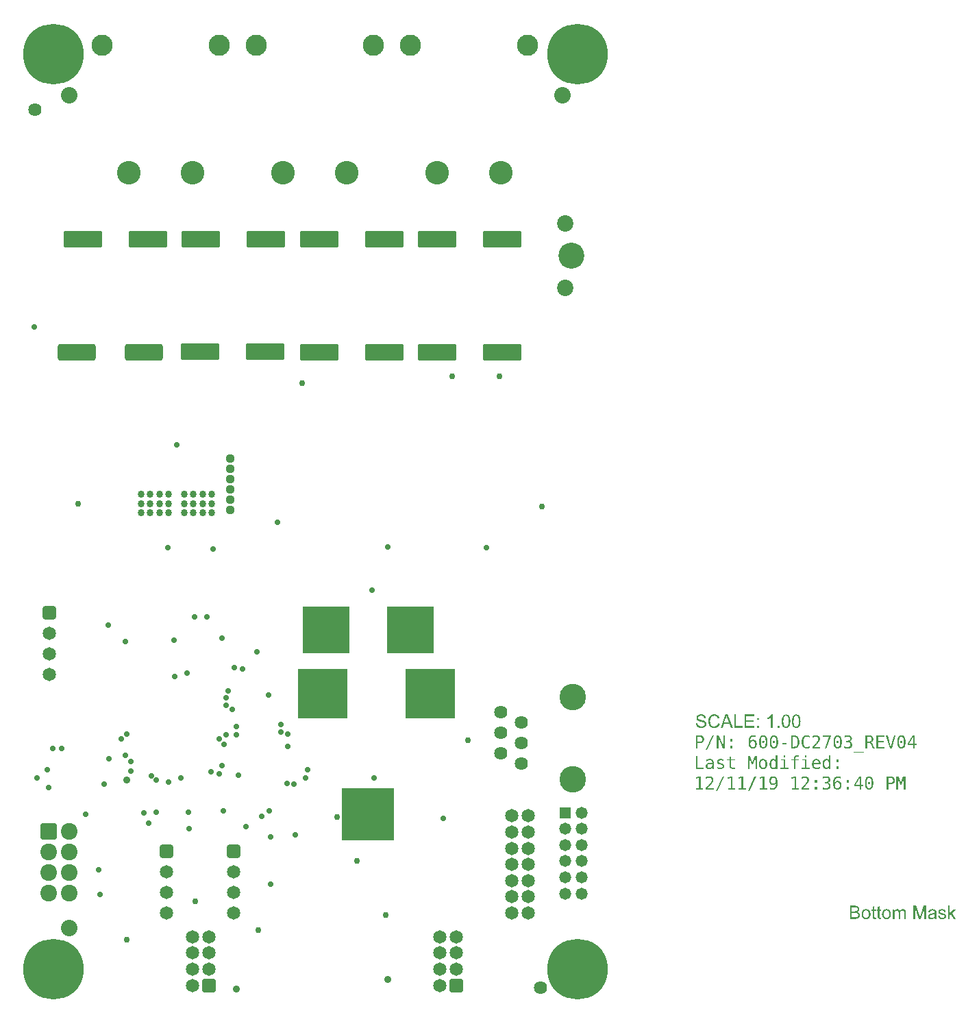
<source format=gbr>
%TF.GenerationSoftware,Altium Limited,Altium Designer,20.0.9 (164)*%
G04 Layer_Color=8421376*
%FSLAX26Y26*%
%MOIN*%
%TF.FileFunction,Soldermask,Bot*%
%TF.Part,Single*%
G01*
G75*
%TA.AperFunction,ViaPad*%
%ADD80C,0.030000*%
%TA.AperFunction,FiducialPad,Global*%
%ADD114C,0.080000*%
%TA.AperFunction,SMDPad,CuDef*%
G04:AMPARAMS|DCode=115|XSize=224mil|YSize=224mil|CornerRadius=0mil|HoleSize=0mil|Usage=FLASHONLY|Rotation=0.000|XOffset=0mil|YOffset=0mil|HoleType=Round|Shape=RoundedRectangle|*
%AMROUNDEDRECTD115*
21,1,0.224000,0.224000,0,0,0.0*
21,1,0.224000,0.224000,0,0,0.0*
1,1,0.000000,0.112000,-0.112000*
1,1,0.000000,-0.112000,-0.112000*
1,1,0.000000,-0.112000,0.112000*
1,1,0.000000,0.112000,0.112000*
%
%ADD115ROUNDEDRECTD115*%
G04:AMPARAMS|DCode=116|XSize=254mil|YSize=254mil|CornerRadius=0mil|HoleSize=0mil|Usage=FLASHONLY|Rotation=0.000|XOffset=0mil|YOffset=0mil|HoleType=Round|Shape=RoundedRectangle|*
%AMROUNDEDRECTD116*
21,1,0.254000,0.254000,0,0,0.0*
21,1,0.254000,0.254000,0,0,0.0*
1,1,0.000000,0.127000,-0.127000*
1,1,0.000000,-0.127000,-0.127000*
1,1,0.000000,-0.127000,0.127000*
1,1,0.000000,0.127000,0.127000*
%
%ADD116ROUNDEDRECTD116*%
G04:AMPARAMS|DCode=117|XSize=185.102mil|YSize=82.74mil|CornerRadius=13.811mil|HoleSize=0mil|Usage=FLASHONLY|Rotation=180.000|XOffset=0mil|YOffset=0mil|HoleType=Round|Shape=RoundedRectangle|*
%AMROUNDEDRECTD117*
21,1,0.185102,0.055118,0,0,180.0*
21,1,0.157480,0.082740,0,0,180.0*
1,1,0.027622,-0.078740,0.027559*
1,1,0.027622,0.078740,0.027559*
1,1,0.027622,0.078740,-0.027559*
1,1,0.027622,-0.078740,-0.027559*
%
%ADD117ROUNDEDRECTD117*%
%ADD118R,0.240220X0.240220*%
%TA.AperFunction,ComponentPad*%
%ADD119C,0.079803*%
%ADD120C,0.126299*%
%TA.AperFunction,TestPad*%
%ADD121C,0.035000*%
%TA.AperFunction,ComponentPad*%
%ADD122C,0.065000*%
G04:AMPARAMS|DCode=123|XSize=65mil|YSize=65mil|CornerRadius=8.5mil|HoleSize=0mil|Usage=FLASHONLY|Rotation=90.000|XOffset=0mil|YOffset=0mil|HoleType=Round|Shape=RoundedRectangle|*
%AMROUNDEDRECTD123*
21,1,0.065000,0.048000,0,0,90.0*
21,1,0.048000,0.065000,0,0,90.0*
1,1,0.017000,0.024000,0.024000*
1,1,0.017000,0.024000,-0.024000*
1,1,0.017000,-0.024000,-0.024000*
1,1,0.017000,-0.024000,0.024000*
%
%ADD123ROUNDEDRECTD123*%
%ADD124C,0.115000*%
%ADD125C,0.103425*%
G04:AMPARAMS|DCode=126|XSize=185.102mil|YSize=82.74mil|CornerRadius=5.937mil|HoleSize=0mil|Usage=FLASHONLY|Rotation=180.000|XOffset=0mil|YOffset=0mil|HoleType=Round|Shape=RoundedRectangle|*
%AMROUNDEDRECTD126*
21,1,0.185102,0.070866,0,0,180.0*
21,1,0.173228,0.082740,0,0,180.0*
1,1,0.011874,-0.086614,0.035433*
1,1,0.011874,0.086614,0.035433*
1,1,0.011874,0.086614,-0.035433*
1,1,0.011874,-0.086614,-0.035433*
%
%ADD126ROUNDEDRECTD126*%
G04:AMPARAMS|DCode=127|XSize=81mil|YSize=81mil|CornerRadius=13.9mil|HoleSize=0mil|Usage=FLASHONLY|Rotation=270.000|XOffset=0mil|YOffset=0mil|HoleType=Round|Shape=RoundedRectangle|*
%AMROUNDEDRECTD127*
21,1,0.081000,0.053200,0,0,270.0*
21,1,0.053200,0.081000,0,0,270.0*
1,1,0.027800,-0.026600,-0.026600*
1,1,0.027800,-0.026600,0.026600*
1,1,0.027800,0.026600,0.026600*
1,1,0.027800,0.026600,-0.026600*
%
%ADD127ROUNDEDRECTD127*%
%ADD128C,0.081000*%
%ADD129C,0.064000*%
%ADD130C,0.129000*%
%ADD131C,0.295000*%
%ADD132C,0.058000*%
G04:AMPARAMS|DCode=133|XSize=55mil|YSize=55mil|CornerRadius=7.5mil|HoleSize=0mil|Usage=FLASHONLY|Rotation=270.000|XOffset=0mil|YOffset=0mil|HoleType=Round|Shape=RoundedRectangle|*
%AMROUNDEDRECTD133*
21,1,0.055000,0.040000,0,0,270.0*
21,1,0.040000,0.055000,0,0,270.0*
1,1,0.015000,-0.020000,-0.020000*
1,1,0.015000,-0.020000,0.020000*
1,1,0.015000,0.020000,0.020000*
1,1,0.015000,0.020000,-0.020000*
%
%ADD133ROUNDEDRECTD133*%
G04:AMPARAMS|DCode=134|XSize=65mil|YSize=65mil|CornerRadius=11.5mil|HoleSize=0mil|Usage=FLASHONLY|Rotation=270.000|XOffset=0mil|YOffset=0mil|HoleType=Round|Shape=RoundedRectangle|*
%AMROUNDEDRECTD134*
21,1,0.065000,0.042000,0,0,270.0*
21,1,0.042000,0.065000,0,0,270.0*
1,1,0.023000,-0.021000,-0.021000*
1,1,0.023000,-0.021000,0.021000*
1,1,0.023000,0.021000,0.021000*
1,1,0.023000,0.021000,-0.021000*
%
%ADD134ROUNDEDRECTD134*%
%TA.AperFunction,ViaPad*%
%ADD135C,0.028000*%
%TA.AperFunction,TestPad*%
%ADD136C,0.028000*%
%TA.AperFunction,ViaPad*%
%ADD137C,0.034000*%
%ADD138C,0.044000*%
G36*
X3993056Y1113594D02*
X3993913Y1113498D01*
X3994960Y1113403D01*
X3997245Y1113022D01*
X3997435D01*
X3997816Y1112927D01*
X3998387Y1112737D01*
X3999149Y1112546D01*
X4000101Y1112261D01*
X4001148Y1111975D01*
X4003338Y1111214D01*
Y1103407D01*
X4003242Y1103502D01*
X4002862Y1103693D01*
X4002290Y1103978D01*
X4001624Y1104264D01*
X4000767Y1104645D01*
X3999815Y1105026D01*
X3997626Y1105692D01*
X3997530D01*
X3997150Y1105787D01*
X3996483Y1105978D01*
X3995722Y1106168D01*
X3994865Y1106263D01*
X3993818Y1106454D01*
X3991438Y1106549D01*
X3990676D01*
X3990105Y1106454D01*
X3989438Y1106358D01*
X3988677Y1106263D01*
X3986963Y1105787D01*
X3984964Y1105026D01*
X3983917Y1104550D01*
X3982965Y1103978D01*
X3981918Y1103312D01*
X3980966Y1102455D01*
X3980109Y1101503D01*
X3979252Y1100456D01*
Y1100361D01*
X3979062Y1100170D01*
X3978871Y1099790D01*
X3978586Y1099314D01*
X3978300Y1098647D01*
X3977919Y1097886D01*
X3977634Y1097029D01*
X3977253Y1095982D01*
X3976872Y1094744D01*
X3976491Y1093411D01*
X3976110Y1091983D01*
X3975825Y1090365D01*
X3975539Y1088556D01*
X3975349Y1086747D01*
X3975254Y1084748D01*
X3975163Y1082658D01*
X3975254Y1082749D01*
X3975539Y1083225D01*
X3976015Y1083986D01*
X3976586Y1084938D01*
X3977348Y1085986D01*
X3978300Y1087033D01*
X3979442Y1088080D01*
X3980680Y1089032D01*
X3980870Y1089127D01*
X3981346Y1089413D01*
X3982108Y1089794D01*
X3983060Y1090174D01*
X3984298Y1090555D01*
X3985630Y1090936D01*
X3987249Y1091222D01*
X3988867Y1091317D01*
X3989724D01*
X3990390Y1091222D01*
X3991152Y1091126D01*
X3992009Y1091031D01*
X3992961Y1090841D01*
X3994008Y1090650D01*
X3996293Y1089984D01*
X3997435Y1089508D01*
X3998578Y1088937D01*
X3999720Y1088270D01*
X4000862Y1087604D01*
X4001910Y1086652D01*
X4002862Y1085700D01*
X4002957Y1085605D01*
X4003052Y1085414D01*
X4003338Y1085129D01*
X4003623Y1084653D01*
X4004004Y1084082D01*
X4004480Y1083415D01*
X4004956Y1082558D01*
X4005432Y1081702D01*
X4005813Y1080654D01*
X4006289Y1079417D01*
X4006765Y1078179D01*
X4007146Y1076751D01*
X4007431Y1075228D01*
X4007717Y1073610D01*
X4007812Y1071896D01*
X4007907Y1069992D01*
Y1069897D01*
Y1069516D01*
Y1069040D01*
X4007812Y1068374D01*
X4007717Y1067517D01*
X4007622Y1066470D01*
X4007526Y1065422D01*
X4007241Y1064280D01*
X4006670Y1061710D01*
X4005718Y1059139D01*
X4005146Y1057806D01*
X4004480Y1056569D01*
X4003718Y1055426D01*
X4002766Y1054284D01*
X4002671Y1054189D01*
X4002576Y1054094D01*
X4002195Y1053808D01*
X4001814Y1053427D01*
X4001338Y1053046D01*
X4000672Y1052570D01*
X3999910Y1051999D01*
X3999054Y1051523D01*
X3998102Y1051047D01*
X3996959Y1050476D01*
X3995817Y1050000D01*
X3994579Y1049619D01*
X3993151Y1049238D01*
X3991628Y1049048D01*
X3990105Y1048858D01*
X3988391Y1048762D01*
X3987915D01*
X3987344Y1048858D01*
X3986582D01*
X3985726Y1049048D01*
X3984678Y1049143D01*
X3983536Y1049429D01*
X3982298Y1049714D01*
X3980966Y1050190D01*
X3979633Y1050666D01*
X3978300Y1051333D01*
X3977062Y1052094D01*
X3975730Y1052951D01*
X3974492Y1053998D01*
X3973445Y1055236D01*
X3972398Y1056569D01*
X3972302Y1056664D01*
X3972207Y1056950D01*
X3971922Y1057426D01*
X3971636Y1058092D01*
X3971255Y1058854D01*
X3970779Y1059901D01*
X3970303Y1061138D01*
X3969922Y1062566D01*
X3969446Y1064185D01*
X3968970Y1065994D01*
X3968494Y1067993D01*
X3968114Y1070182D01*
X3967828Y1072658D01*
X3967542Y1075228D01*
X3967447Y1078084D01*
X3967352Y1081130D01*
Y1081321D01*
Y1081797D01*
Y1082654D01*
X3967447Y1083701D01*
X3967542Y1085034D01*
X3967638Y1086557D01*
X3967828Y1088270D01*
X3968114Y1090079D01*
X3968399Y1092078D01*
X3968875Y1093982D01*
X3969351Y1096077D01*
X3969922Y1098076D01*
X3970589Y1099980D01*
X3971446Y1101884D01*
X3972398Y1103693D01*
X3973445Y1105311D01*
X3973540Y1105406D01*
X3973730Y1105692D01*
X3974111Y1106073D01*
X3974587Y1106644D01*
X3975254Y1107215D01*
X3976015Y1107977D01*
X3976872Y1108738D01*
X3977919Y1109500D01*
X3979157Y1110262D01*
X3980394Y1111023D01*
X3981918Y1111785D01*
X3983441Y1112356D01*
X3985154Y1112927D01*
X3986963Y1113308D01*
X3988962Y1113594D01*
X3991057Y1113689D01*
X3992199D01*
X3993056Y1113594D01*
D02*
G37*
G36*
X4044464Y1081892D02*
X4033897D01*
Y1094554D01*
X4044464D01*
Y1081892D01*
D02*
G37*
G36*
X3889383D02*
X3878816D01*
Y1094554D01*
X3889383D01*
Y1081892D01*
D02*
G37*
G36*
X4319878Y1050000D02*
X4312071D01*
Y1105311D01*
X4300838Y1072277D01*
X4294459D01*
X4283321Y1105311D01*
Y1050000D01*
X4275514D01*
Y1112642D01*
X4286748D01*
X4297601Y1080654D01*
X4308549Y1112642D01*
X4319878D01*
Y1050000D01*
D02*
G37*
G36*
X3935174Y1113594D02*
X3935936D01*
X3936793Y1113403D01*
X3937840Y1113308D01*
X3938887Y1113118D01*
X3941267Y1112546D01*
X3943742Y1111690D01*
X3944885Y1111214D01*
X3946122Y1110547D01*
X3947265Y1109881D01*
X3948312Y1109024D01*
X3948407Y1108929D01*
X3948598Y1108834D01*
X3948788Y1108548D01*
X3949169Y1108167D01*
X3949550Y1107691D01*
X3950026Y1107215D01*
X3951073Y1105787D01*
X3952120Y1104074D01*
X3952977Y1101979D01*
X3953358Y1100837D01*
X3953643Y1099599D01*
X3953738Y1098266D01*
X3953834Y1096934D01*
Y1096838D01*
Y1096743D01*
Y1096458D01*
Y1096077D01*
X3953643Y1095125D01*
X3953453Y1093887D01*
X3953072Y1092554D01*
X3952596Y1091126D01*
X3951834Y1089698D01*
X3950882Y1088270D01*
X3950787Y1088080D01*
X3950311Y1087699D01*
X3949740Y1087128D01*
X3948788Y1086366D01*
X3947646Y1085605D01*
X3946218Y1084748D01*
X3944504Y1084082D01*
X3942600Y1083415D01*
X3942695D01*
X3942886Y1083320D01*
X3943171Y1083225D01*
X3943647Y1083130D01*
X3944694Y1082654D01*
X3946027Y1082082D01*
X3947550Y1081321D01*
X3949074Y1080274D01*
X3950597Y1079036D01*
X3951930Y1077608D01*
X3952120Y1077418D01*
X3952501Y1076846D01*
X3952977Y1075990D01*
X3953643Y1074752D01*
X3954214Y1073324D01*
X3954786Y1071515D01*
X3955166Y1069516D01*
X3955262Y1067231D01*
Y1067136D01*
Y1066850D01*
Y1066374D01*
X3955166Y1065803D01*
X3955071Y1065042D01*
X3954976Y1064185D01*
X3954500Y1062281D01*
X3953834Y1060091D01*
X3953358Y1058949D01*
X3952786Y1057806D01*
X3952120Y1056759D01*
X3951263Y1055617D01*
X3950406Y1054570D01*
X3949359Y1053618D01*
X3949264Y1053522D01*
X3949074Y1053427D01*
X3948788Y1053142D01*
X3948312Y1052856D01*
X3947741Y1052475D01*
X3946979Y1052094D01*
X3946122Y1051618D01*
X3945170Y1051238D01*
X3944123Y1050762D01*
X3942886Y1050286D01*
X3941553Y1049905D01*
X3940125Y1049524D01*
X3938602Y1049238D01*
X3936983Y1048953D01*
X3935270Y1048858D01*
X3933366Y1048762D01*
X3931747D01*
X3930605Y1048858D01*
X3929272Y1048953D01*
X3927749Y1049048D01*
X3926226Y1049238D01*
X3924512Y1049524D01*
X3924322D01*
X3923750Y1049714D01*
X3922894Y1049810D01*
X3921751Y1050095D01*
X3920418Y1050476D01*
X3918895Y1050857D01*
X3915754Y1051904D01*
Y1060377D01*
X3915849D01*
X3915944Y1060282D01*
X3916515Y1059996D01*
X3917277Y1059615D01*
X3918419Y1059139D01*
X3919657Y1058568D01*
X3921085Y1057997D01*
X3922608Y1057426D01*
X3924131Y1056950D01*
X3924322D01*
X3924893Y1056759D01*
X3925654Y1056664D01*
X3926702Y1056474D01*
X3928034Y1056283D01*
X3929367Y1056093D01*
X3930890Y1055998D01*
X3932414Y1055902D01*
X3933080D01*
X3933556Y1055998D01*
X3934127D01*
X3934794Y1056093D01*
X3936317Y1056283D01*
X3938030Y1056664D01*
X3939839Y1057235D01*
X3941553Y1057997D01*
X3943076Y1059044D01*
X3943266Y1059234D01*
X3943647Y1059615D01*
X3944314Y1060377D01*
X3944980Y1061329D01*
X3945646Y1062662D01*
X3946313Y1064185D01*
X3946694Y1065994D01*
X3946884Y1068088D01*
Y1068183D01*
Y1068374D01*
Y1068659D01*
X3946789Y1068945D01*
X3946694Y1069992D01*
X3946408Y1071230D01*
X3945932Y1072562D01*
X3945266Y1073990D01*
X3944314Y1075418D01*
X3943076Y1076751D01*
X3942886Y1076846D01*
X3942410Y1077227D01*
X3941553Y1077798D01*
X3940410Y1078370D01*
X3938982Y1078941D01*
X3937269Y1079512D01*
X3935270Y1079893D01*
X3932985Y1079988D01*
X3926606D01*
Y1086938D01*
X3933937D01*
X3934984Y1087033D01*
X3936317Y1087223D01*
X3937840Y1087509D01*
X3939363Y1087985D01*
X3940791Y1088556D01*
X3942124Y1089413D01*
X3942314Y1089508D01*
X3942695Y1089889D01*
X3943171Y1090460D01*
X3943838Y1091317D01*
X3944409Y1092269D01*
X3944980Y1093506D01*
X3945361Y1094934D01*
X3945456Y1096553D01*
Y1096648D01*
Y1096743D01*
Y1097314D01*
X3945266Y1098171D01*
X3945075Y1099218D01*
X3944694Y1100456D01*
X3944218Y1101694D01*
X3943457Y1102836D01*
X3942410Y1103883D01*
X3942314Y1103978D01*
X3941838Y1104264D01*
X3941172Y1104740D01*
X3940220Y1105216D01*
X3938982Y1105692D01*
X3937459Y1106168D01*
X3935650Y1106454D01*
X3933651Y1106549D01*
X3932223D01*
X3931271Y1106454D01*
X3930129Y1106358D01*
X3928796Y1106168D01*
X3927463Y1105978D01*
X3925940Y1105692D01*
X3925750D01*
X3925274Y1105502D01*
X3924417Y1105311D01*
X3923370Y1105026D01*
X3922132Y1104740D01*
X3920799Y1104264D01*
X3919276Y1103788D01*
X3917658Y1103217D01*
Y1111023D01*
X3917753D01*
X3917848Y1111118D01*
X3918134D01*
X3918514Y1111214D01*
X3919466Y1111499D01*
X3920704Y1111785D01*
X3922037Y1112070D01*
X3923560Y1112451D01*
X3925083Y1112737D01*
X3926606Y1113022D01*
X3926797D01*
X3927273Y1113118D01*
X3928034Y1113213D01*
X3928986Y1113403D01*
X3930129Y1113498D01*
X3931271Y1113594D01*
X3933651Y1113689D01*
X3934508D01*
X3935174Y1113594D01*
D02*
G37*
G36*
X3677373D02*
X3678134D01*
X3678991Y1113403D01*
X3680038Y1113308D01*
X3681181Y1113022D01*
X3682418Y1112737D01*
X3683751Y1112261D01*
X3685084Y1111785D01*
X3686417Y1111118D01*
X3687654Y1110357D01*
X3688987Y1109500D01*
X3690225Y1108358D01*
X3691272Y1107215D01*
X3692319Y1105787D01*
X3692414Y1105692D01*
X3692510Y1105406D01*
X3692795Y1104930D01*
X3693081Y1104264D01*
X3693557Y1103502D01*
X3693938Y1102455D01*
X3694414Y1101218D01*
X3694890Y1099790D01*
X3695366Y1098171D01*
X3695842Y1096362D01*
X3696318Y1094363D01*
X3696698Y1092078D01*
X3696984Y1089698D01*
X3697270Y1087033D01*
X3697365Y1084177D01*
X3697460Y1081130D01*
Y1080940D01*
Y1080464D01*
Y1079607D01*
X3697365Y1078560D01*
X3697270Y1077227D01*
X3697174Y1075704D01*
X3696984Y1073990D01*
X3696698Y1072182D01*
X3696318Y1070278D01*
X3695937Y1068278D01*
X3695461Y1066279D01*
X3694890Y1064280D01*
X3694128Y1062376D01*
X3693271Y1060472D01*
X3692319Y1058663D01*
X3691272Y1057045D01*
X3691177Y1056950D01*
X3690986Y1056664D01*
X3690606Y1056283D01*
X3690130Y1055712D01*
X3689463Y1055141D01*
X3688702Y1054474D01*
X3687845Y1053713D01*
X3686798Y1052951D01*
X3685560Y1052094D01*
X3684227Y1051428D01*
X3682799Y1050666D01*
X3681276Y1050095D01*
X3679467Y1049524D01*
X3677658Y1049143D01*
X3675659Y1048858D01*
X3673565Y1048762D01*
X3672422D01*
X3671661Y1048858D01*
X3670709Y1048953D01*
X3669662Y1049048D01*
X3667377Y1049429D01*
X3667282D01*
X3666901Y1049524D01*
X3666234Y1049714D01*
X3665473Y1049905D01*
X3664616Y1050095D01*
X3663569Y1050476D01*
X3661474Y1051238D01*
Y1059044D01*
X3661570Y1058949D01*
X3661950Y1058758D01*
X3662426Y1058473D01*
X3663093Y1058187D01*
X3663950Y1057711D01*
X3664902Y1057330D01*
X3666996Y1056664D01*
X3667091D01*
X3667567Y1056569D01*
X3668138Y1056474D01*
X3668900Y1056283D01*
X3669852Y1056188D01*
X3670899Y1055998D01*
X3673279Y1055902D01*
X3674041D01*
X3674612Y1055998D01*
X3675278Y1056093D01*
X3676040Y1056188D01*
X3677849Y1056664D01*
X3679848Y1057330D01*
X3680800Y1057902D01*
X3681847Y1058473D01*
X3682799Y1059139D01*
X3683751Y1059901D01*
X3684703Y1060853D01*
X3685465Y1061900D01*
X3685560Y1061995D01*
X3685655Y1062186D01*
X3685846Y1062566D01*
X3686131Y1063042D01*
X3686417Y1063709D01*
X3686798Y1064470D01*
X3687178Y1065327D01*
X3687559Y1066470D01*
X3687940Y1067612D01*
X3688321Y1068945D01*
X3688702Y1070373D01*
X3688987Y1071991D01*
X3689273Y1073800D01*
X3689463Y1075609D01*
X3689654Y1077608D01*
Y1079798D01*
X3689558Y1079607D01*
X3689273Y1079131D01*
X3688797Y1078370D01*
X3688226Y1077418D01*
X3687369Y1076370D01*
X3686417Y1075323D01*
X3685274Y1074276D01*
X3684037Y1073324D01*
X3683846Y1073229D01*
X3683370Y1072943D01*
X3682704Y1072658D01*
X3681657Y1072277D01*
X3680514Y1071801D01*
X3679086Y1071515D01*
X3677563Y1071230D01*
X3675850Y1071134D01*
X3674993D01*
X3674326Y1071230D01*
X3673565Y1071325D01*
X3672708Y1071420D01*
X3671756Y1071610D01*
X3670709Y1071801D01*
X3668424Y1072467D01*
X3667282Y1072943D01*
X3666139Y1073514D01*
X3664997Y1074086D01*
X3663854Y1074847D01*
X3662807Y1075704D01*
X3661855Y1076656D01*
X3661760Y1076751D01*
X3661665Y1076942D01*
X3661379Y1077227D01*
X3661094Y1077703D01*
X3660713Y1078274D01*
X3660332Y1078941D01*
X3659856Y1079798D01*
X3659380Y1080750D01*
X3658904Y1081797D01*
X3658428Y1082939D01*
X3658047Y1084272D01*
X3657666Y1085700D01*
X3657381Y1087223D01*
X3657095Y1088842D01*
X3657000Y1090650D01*
X3656905Y1092459D01*
Y1092554D01*
Y1092935D01*
Y1093411D01*
X3657000Y1094173D01*
X3657095Y1094934D01*
X3657190Y1095982D01*
X3657286Y1097029D01*
X3657571Y1098171D01*
X3658142Y1100742D01*
X3658999Y1103312D01*
X3659570Y1104550D01*
X3660332Y1105787D01*
X3661094Y1107025D01*
X3661950Y1108072D01*
X3662046Y1108167D01*
X3662236Y1108358D01*
X3662522Y1108548D01*
X3662902Y1108929D01*
X3663474Y1109405D01*
X3664045Y1109881D01*
X3664806Y1110357D01*
X3665663Y1110928D01*
X3666615Y1111404D01*
X3667758Y1111880D01*
X3668900Y1112356D01*
X3670233Y1112832D01*
X3671566Y1113213D01*
X3673089Y1113403D01*
X3674612Y1113594D01*
X3676326Y1113689D01*
X3676802D01*
X3677373Y1113594D01*
D02*
G37*
G36*
X4248478Y1112546D02*
X4249334D01*
X4250382Y1112356D01*
X4251524Y1112261D01*
X4252666Y1112070D01*
X4255237Y1111499D01*
X4257902Y1110642D01*
X4259140Y1110071D01*
X4260378Y1109500D01*
X4261615Y1108738D01*
X4262662Y1107882D01*
X4262758Y1107786D01*
X4262853Y1107691D01*
X4263138Y1107406D01*
X4263519Y1107025D01*
X4263900Y1106454D01*
X4264376Y1105882D01*
X4264852Y1105216D01*
X4265423Y1104359D01*
X4265899Y1103407D01*
X4266375Y1102360D01*
X4266851Y1101218D01*
X4267232Y1099980D01*
X4267613Y1098647D01*
X4267898Y1097124D01*
X4267994Y1095601D01*
X4268089Y1093887D01*
Y1093792D01*
Y1093506D01*
Y1093030D01*
X4267994Y1092364D01*
X4267898Y1091602D01*
X4267803Y1090746D01*
X4267613Y1089698D01*
X4267422Y1088651D01*
X4266756Y1086462D01*
X4266375Y1085224D01*
X4265804Y1084082D01*
X4265138Y1082939D01*
X4264471Y1081892D01*
X4263614Y1080845D01*
X4262662Y1079893D01*
X4262567Y1079798D01*
X4262377Y1079702D01*
X4262091Y1079512D01*
X4261615Y1079131D01*
X4261044Y1078846D01*
X4260378Y1078465D01*
X4259616Y1077989D01*
X4258664Y1077608D01*
X4257617Y1077132D01*
X4256379Y1076751D01*
X4255142Y1076275D01*
X4253714Y1075990D01*
X4252095Y1075704D01*
X4250477Y1075418D01*
X4248668Y1075323D01*
X4246764Y1075228D01*
X4236958D01*
Y1050000D01*
X4228486D01*
Y1112642D01*
X4247811D01*
X4248478Y1112546D01*
D02*
G37*
G36*
X4104345Y1071801D02*
X4112722D01*
Y1064946D01*
X4104345D01*
Y1050000D01*
X4095872D01*
Y1064946D01*
X4069406D01*
Y1072943D01*
X4094539Y1112642D01*
X4104345D01*
Y1071801D01*
D02*
G37*
G36*
X4044464Y1050000D02*
X4033897D01*
Y1062757D01*
X4044464D01*
Y1050000D01*
D02*
G37*
G36*
X3889383D02*
X3878816D01*
Y1062757D01*
X3889383D01*
Y1050000D01*
D02*
G37*
G36*
X3831692Y1113594D02*
X3832454Y1113498D01*
X3833406Y1113403D01*
X3834358Y1113308D01*
X3835500Y1113118D01*
X3837880Y1112451D01*
X3840355Y1111594D01*
X3841593Y1111023D01*
X3842735Y1110357D01*
X3843973Y1109595D01*
X3845020Y1108738D01*
X3845115Y1108643D01*
X3845306Y1108548D01*
X3845496Y1108262D01*
X3845877Y1107882D01*
X3846353Y1107406D01*
X3846829Y1106834D01*
X3847305Y1106073D01*
X3847876Y1105311D01*
X3848828Y1103502D01*
X3849780Y1101313D01*
X3850161Y1100075D01*
X3850351Y1098838D01*
X3850542Y1097410D01*
X3850637Y1095982D01*
Y1095791D01*
Y1095315D01*
X3850542Y1094458D01*
X3850446Y1093506D01*
X3850161Y1092269D01*
X3849875Y1090841D01*
X3849399Y1089413D01*
X3848733Y1087890D01*
X3848638Y1087699D01*
X3848352Y1087223D01*
X3847876Y1086366D01*
X3847305Y1085319D01*
X3846448Y1083986D01*
X3845401Y1082463D01*
X3844068Y1080845D01*
X3842640Y1079036D01*
X3842545Y1078941D01*
X3842259Y1078560D01*
X3841688Y1077894D01*
X3840926Y1077037D01*
X3839974Y1075990D01*
X3838832Y1074657D01*
X3837499Y1073134D01*
X3835881Y1071420D01*
X3835786Y1071325D01*
X3835690Y1071230D01*
X3835405Y1070944D01*
X3835024Y1070563D01*
X3834548Y1069992D01*
X3833977Y1069421D01*
X3833310Y1068659D01*
X3832549Y1067898D01*
X3831597Y1066946D01*
X3830550Y1065803D01*
X3829502Y1064661D01*
X3828265Y1063423D01*
X3826932Y1061995D01*
X3825504Y1060472D01*
X3823886Y1058854D01*
X3822267Y1057140D01*
X3851018D01*
Y1050000D01*
X3813033D01*
Y1057140D01*
X3813128Y1057235D01*
X3813414Y1057521D01*
X3813794Y1057902D01*
X3814366Y1058568D01*
X3815032Y1059234D01*
X3815794Y1060091D01*
X3816650Y1061043D01*
X3817698Y1061995D01*
X3819792Y1064280D01*
X3822077Y1066660D01*
X3824362Y1069230D01*
X3826646Y1071610D01*
X3826742Y1071706D01*
X3826932Y1071896D01*
X3827218Y1072182D01*
X3827598Y1072658D01*
X3828646Y1073800D01*
X3829883Y1075133D01*
X3831216Y1076561D01*
X3832549Y1078084D01*
X3833786Y1079417D01*
X3834834Y1080559D01*
X3834929Y1080654D01*
X3835024Y1080750D01*
X3835214Y1081035D01*
X3835500Y1081416D01*
X3836262Y1082368D01*
X3837118Y1083510D01*
X3838070Y1084843D01*
X3838927Y1086271D01*
X3839784Y1087604D01*
X3840450Y1088842D01*
X3840546Y1089032D01*
X3840736Y1089413D01*
X3840926Y1089984D01*
X3841212Y1090841D01*
X3841498Y1091793D01*
X3841783Y1092935D01*
X3841878Y1094078D01*
X3841974Y1095315D01*
Y1095410D01*
Y1095506D01*
Y1095791D01*
Y1096172D01*
X3841783Y1097124D01*
X3841593Y1098266D01*
X3841212Y1099599D01*
X3840641Y1101027D01*
X3839879Y1102265D01*
X3838832Y1103502D01*
X3838737Y1103598D01*
X3838261Y1103978D01*
X3837594Y1104454D01*
X3836642Y1105026D01*
X3835405Y1105597D01*
X3833977Y1106073D01*
X3832263Y1106454D01*
X3830359Y1106549D01*
X3829693D01*
X3828931Y1106454D01*
X3827979Y1106358D01*
X3826742Y1106168D01*
X3825409Y1105978D01*
X3823886Y1105597D01*
X3822362Y1105121D01*
X3822172Y1105026D01*
X3821601Y1104835D01*
X3820839Y1104550D01*
X3819697Y1104074D01*
X3818364Y1103502D01*
X3816841Y1102741D01*
X3815222Y1101884D01*
X3813509Y1100932D01*
Y1109500D01*
X3813604D01*
X3813699Y1109595D01*
X3814270Y1109786D01*
X3815127Y1110166D01*
X3816174Y1110642D01*
X3817507Y1111118D01*
X3818935Y1111594D01*
X3821982Y1112546D01*
X3822077D01*
X3822172Y1112642D01*
X3822743Y1112737D01*
X3823505Y1112927D01*
X3824552Y1113118D01*
X3825790Y1113308D01*
X3827218Y1113498D01*
X3828646Y1113689D01*
X3831026D01*
X3831692Y1113594D01*
D02*
G37*
G36*
X3787805Y1057140D02*
X3800847D01*
Y1050000D01*
X3766290D01*
Y1057140D01*
X3779427D01*
Y1105026D01*
X3765242Y1101789D01*
Y1109500D01*
X3779332Y1112642D01*
X3787805D01*
Y1057140D01*
D02*
G37*
G36*
X3632724D02*
X3645766D01*
Y1050000D01*
X3611209D01*
Y1057140D01*
X3624346D01*
Y1105026D01*
X3610162Y1101789D01*
Y1109500D01*
X3624251Y1112642D01*
X3632724D01*
Y1057140D01*
D02*
G37*
G36*
X3529337D02*
X3542379D01*
Y1050000D01*
X3507822D01*
Y1057140D01*
X3520959D01*
Y1105026D01*
X3506774Y1101789D01*
Y1109500D01*
X3520864Y1112642D01*
X3529337D01*
Y1057140D01*
D02*
G37*
G36*
X3477643D02*
X3490686D01*
Y1050000D01*
X3456128D01*
Y1057140D01*
X3469266D01*
Y1105026D01*
X3455081Y1101789D01*
Y1109500D01*
X3469170Y1112642D01*
X3477643D01*
Y1057140D01*
D02*
G37*
G36*
X3366450Y1113594D02*
X3367211Y1113498D01*
X3368163Y1113403D01*
X3369115Y1113308D01*
X3370258Y1113118D01*
X3372638Y1112451D01*
X3375113Y1111594D01*
X3376350Y1111023D01*
X3377493Y1110357D01*
X3378730Y1109595D01*
X3379778Y1108738D01*
X3379873Y1108643D01*
X3380063Y1108548D01*
X3380254Y1108262D01*
X3380634Y1107882D01*
X3381110Y1107406D01*
X3381586Y1106834D01*
X3382062Y1106073D01*
X3382634Y1105311D01*
X3383586Y1103502D01*
X3384538Y1101313D01*
X3384918Y1100075D01*
X3385109Y1098838D01*
X3385299Y1097410D01*
X3385394Y1095982D01*
Y1095791D01*
Y1095315D01*
X3385299Y1094458D01*
X3385204Y1093506D01*
X3384918Y1092269D01*
X3384633Y1090841D01*
X3384157Y1089413D01*
X3383490Y1087890D01*
X3383395Y1087699D01*
X3383110Y1087223D01*
X3382634Y1086366D01*
X3382062Y1085319D01*
X3381206Y1083986D01*
X3380158Y1082463D01*
X3378826Y1080845D01*
X3377398Y1079036D01*
X3377302Y1078941D01*
X3377017Y1078560D01*
X3376446Y1077894D01*
X3375684Y1077037D01*
X3374732Y1075990D01*
X3373590Y1074657D01*
X3372257Y1073134D01*
X3370638Y1071420D01*
X3370543Y1071325D01*
X3370448Y1071230D01*
X3370162Y1070944D01*
X3369782Y1070563D01*
X3369306Y1069992D01*
X3368734Y1069421D01*
X3368068Y1068659D01*
X3367306Y1067898D01*
X3366354Y1066946D01*
X3365307Y1065803D01*
X3364260Y1064661D01*
X3363022Y1063423D01*
X3361690Y1061995D01*
X3360262Y1060472D01*
X3358643Y1058854D01*
X3357025Y1057140D01*
X3385775D01*
Y1050000D01*
X3347790D01*
Y1057140D01*
X3347886Y1057235D01*
X3348171Y1057521D01*
X3348552Y1057902D01*
X3349123Y1058568D01*
X3349790Y1059234D01*
X3350551Y1060091D01*
X3351408Y1061043D01*
X3352455Y1061995D01*
X3354550Y1064280D01*
X3356834Y1066660D01*
X3359119Y1069230D01*
X3361404Y1071610D01*
X3361499Y1071706D01*
X3361690Y1071896D01*
X3361975Y1072182D01*
X3362356Y1072658D01*
X3363403Y1073800D01*
X3364641Y1075133D01*
X3365974Y1076561D01*
X3367306Y1078084D01*
X3368544Y1079417D01*
X3369591Y1080559D01*
X3369686Y1080654D01*
X3369782Y1080750D01*
X3369972Y1081035D01*
X3370258Y1081416D01*
X3371019Y1082368D01*
X3371876Y1083510D01*
X3372828Y1084843D01*
X3373685Y1086271D01*
X3374542Y1087604D01*
X3375208Y1088842D01*
X3375303Y1089032D01*
X3375494Y1089413D01*
X3375684Y1089984D01*
X3375970Y1090841D01*
X3376255Y1091793D01*
X3376541Y1092935D01*
X3376636Y1094078D01*
X3376731Y1095315D01*
Y1095410D01*
Y1095506D01*
Y1095791D01*
Y1096172D01*
X3376541Y1097124D01*
X3376350Y1098266D01*
X3375970Y1099599D01*
X3375398Y1101027D01*
X3374637Y1102265D01*
X3373590Y1103502D01*
X3373494Y1103598D01*
X3373018Y1103978D01*
X3372352Y1104454D01*
X3371400Y1105026D01*
X3370162Y1105597D01*
X3368734Y1106073D01*
X3367021Y1106454D01*
X3365117Y1106549D01*
X3364450D01*
X3363689Y1106454D01*
X3362737Y1106358D01*
X3361499Y1106168D01*
X3360166Y1105978D01*
X3358643Y1105597D01*
X3357120Y1105121D01*
X3356930Y1105026D01*
X3356358Y1104835D01*
X3355597Y1104550D01*
X3354454Y1104074D01*
X3353122Y1103502D01*
X3351598Y1102741D01*
X3349980Y1101884D01*
X3348266Y1100932D01*
Y1109500D01*
X3348362D01*
X3348457Y1109595D01*
X3349028Y1109786D01*
X3349885Y1110166D01*
X3350932Y1110642D01*
X3352265Y1111118D01*
X3353693Y1111594D01*
X3356739Y1112546D01*
X3356834D01*
X3356930Y1112642D01*
X3357501Y1112737D01*
X3358262Y1112927D01*
X3359310Y1113118D01*
X3360547Y1113308D01*
X3361975Y1113498D01*
X3363403Y1113689D01*
X3365783D01*
X3366450Y1113594D01*
D02*
G37*
G36*
X3322562Y1057140D02*
X3335605D01*
Y1050000D01*
X3301047D01*
Y1057140D01*
X3314185D01*
Y1105026D01*
X3300000Y1101789D01*
Y1109500D01*
X3314090Y1112642D01*
X3322562D01*
Y1057140D01*
D02*
G37*
G36*
X4143567Y1113594D02*
X4144234D01*
X4145090Y1113403D01*
X4146042Y1113213D01*
X4147185Y1113022D01*
X4148327Y1112642D01*
X4149565Y1112261D01*
X4150802Y1111690D01*
X4152040Y1111023D01*
X4153278Y1110166D01*
X4154515Y1109214D01*
X4155753Y1108167D01*
X4156800Y1106834D01*
X4157847Y1105406D01*
X4157942Y1105311D01*
X4158038Y1105026D01*
X4158323Y1104550D01*
X4158609Y1103883D01*
X4159085Y1103026D01*
X4159466Y1101979D01*
X4159942Y1100742D01*
X4160418Y1099314D01*
X4160894Y1097695D01*
X4161370Y1095886D01*
X4161846Y1093887D01*
X4162226Y1091698D01*
X4162512Y1089318D01*
X4162798Y1086842D01*
X4162893Y1084082D01*
X4162988Y1081130D01*
Y1080940D01*
Y1080464D01*
Y1079607D01*
X4162893Y1078465D01*
X4162798Y1077132D01*
X4162702Y1075609D01*
X4162607Y1073895D01*
X4162322Y1072086D01*
X4162036Y1070182D01*
X4161750Y1068183D01*
X4160798Y1064185D01*
X4160227Y1062186D01*
X4159561Y1060377D01*
X4158799Y1058568D01*
X4157847Y1056950D01*
X4157752Y1056854D01*
X4157657Y1056569D01*
X4157276Y1056188D01*
X4156895Y1055712D01*
X4156324Y1055046D01*
X4155658Y1054379D01*
X4154896Y1053618D01*
X4154039Y1052856D01*
X4152992Y1052094D01*
X4151850Y1051333D01*
X4150612Y1050666D01*
X4149279Y1050000D01*
X4147756Y1049524D01*
X4146138Y1049143D01*
X4144424Y1048858D01*
X4142615Y1048762D01*
X4142139D01*
X4141663Y1048858D01*
X4140997D01*
X4140140Y1049048D01*
X4139188Y1049238D01*
X4138141Y1049429D01*
X4136998Y1049810D01*
X4135761Y1050190D01*
X4134523Y1050762D01*
X4133286Y1051428D01*
X4132048Y1052190D01*
X4130810Y1053142D01*
X4129573Y1054284D01*
X4128526Y1055522D01*
X4127478Y1056950D01*
X4127383Y1057045D01*
X4127288Y1057330D01*
X4127002Y1057806D01*
X4126717Y1058473D01*
X4126336Y1059330D01*
X4125860Y1060377D01*
X4125384Y1061614D01*
X4125003Y1063042D01*
X4124527Y1064661D01*
X4124051Y1066470D01*
X4123575Y1068469D01*
X4123194Y1070563D01*
X4122909Y1072943D01*
X4122623Y1075514D01*
X4122528Y1078179D01*
X4122433Y1081130D01*
Y1081321D01*
Y1081797D01*
Y1082654D01*
X4122528Y1083796D01*
X4122623Y1085129D01*
X4122718Y1086652D01*
X4122814Y1088366D01*
X4123099Y1090174D01*
X4123290Y1092174D01*
X4123670Y1094173D01*
X4124527Y1098171D01*
X4125098Y1100170D01*
X4125860Y1101979D01*
X4126622Y1103788D01*
X4127478Y1105406D01*
X4127574Y1105502D01*
X4127764Y1105787D01*
X4128050Y1106168D01*
X4128430Y1106739D01*
X4129002Y1107310D01*
X4129668Y1108072D01*
X4130430Y1108738D01*
X4131286Y1109595D01*
X4132334Y1110357D01*
X4133476Y1111118D01*
X4134714Y1111785D01*
X4136046Y1112356D01*
X4137474Y1112927D01*
X4139093Y1113308D01*
X4140806Y1113594D01*
X4142615Y1113689D01*
X4143091D01*
X4143567Y1113594D01*
D02*
G37*
G36*
X3560467Y1042098D02*
X3552470D01*
X3585505Y1112642D01*
X3593502D01*
X3560467Y1042098D01*
D02*
G37*
G36*
X3405386D02*
X3397390D01*
X3430424Y1112642D01*
X3438421D01*
X3405386Y1042098D01*
D02*
G37*
G36*
X3838356Y1205406D02*
X3830645D01*
Y1215212D01*
X3838356D01*
Y1205406D01*
D02*
G37*
G36*
X3734969D02*
X3727258D01*
Y1215212D01*
X3734969D01*
Y1205406D01*
D02*
G37*
G36*
X3954976Y1150000D02*
X3947265D01*
Y1155902D01*
X3947170Y1155712D01*
X3946884Y1155331D01*
X3946503Y1154665D01*
X3945837Y1153903D01*
X3945075Y1153046D01*
X3944218Y1152190D01*
X3943171Y1151333D01*
X3942029Y1150571D01*
X3941934Y1150476D01*
X3941458Y1150286D01*
X3940791Y1150000D01*
X3939934Y1149714D01*
X3938887Y1149334D01*
X3937650Y1149048D01*
X3936222Y1148858D01*
X3934698Y1148762D01*
X3933842D01*
X3933270Y1148858D01*
X3932604Y1148953D01*
X3931747Y1149143D01*
X3929843Y1149619D01*
X3928796Y1149905D01*
X3927654Y1150381D01*
X3926511Y1150857D01*
X3925464Y1151523D01*
X3924322Y1152285D01*
X3923274Y1153142D01*
X3922227Y1154189D01*
X3921275Y1155331D01*
X3921180Y1155426D01*
X3921085Y1155617D01*
X3920799Y1155998D01*
X3920514Y1156569D01*
X3920133Y1157235D01*
X3919752Y1157997D01*
X3919276Y1158949D01*
X3918895Y1160091D01*
X3918419Y1161329D01*
X3917943Y1162662D01*
X3917562Y1164185D01*
X3917182Y1165803D01*
X3916896Y1167517D01*
X3916610Y1169421D01*
X3916515Y1171420D01*
X3916420Y1173514D01*
Y1173610D01*
Y1173990D01*
Y1174657D01*
X3916515Y1175418D01*
X3916610Y1176370D01*
X3916706Y1177513D01*
X3916801Y1178750D01*
X3916991Y1180083D01*
X3917562Y1182939D01*
X3918514Y1185986D01*
X3918990Y1187414D01*
X3919657Y1188842D01*
X3920418Y1190270D01*
X3921275Y1191507D01*
X3921370Y1191602D01*
X3921466Y1191793D01*
X3921751Y1192078D01*
X3922227Y1192554D01*
X3922703Y1193030D01*
X3923274Y1193602D01*
X3924036Y1194173D01*
X3924798Y1194839D01*
X3925750Y1195410D01*
X3926702Y1195982D01*
X3928986Y1197029D01*
X3930319Y1197505D01*
X3931652Y1197790D01*
X3933175Y1197981D01*
X3934698Y1198076D01*
X3935365D01*
X3936222Y1197981D01*
X3937174Y1197886D01*
X3938316Y1197600D01*
X3939649Y1197314D01*
X3940886Y1196838D01*
X3942124Y1196172D01*
X3942314Y1196077D01*
X3942695Y1195791D01*
X3943266Y1195410D01*
X3944028Y1194839D01*
X3944790Y1194078D01*
X3945646Y1193126D01*
X3946503Y1192078D01*
X3947265Y1190841D01*
Y1215212D01*
X3954976D01*
Y1150000D01*
D02*
G37*
G36*
X3696508D02*
X3688797D01*
Y1155902D01*
X3688702Y1155712D01*
X3688416Y1155331D01*
X3688035Y1154665D01*
X3687369Y1153903D01*
X3686607Y1153046D01*
X3685750Y1152190D01*
X3684703Y1151333D01*
X3683561Y1150571D01*
X3683466Y1150476D01*
X3682990Y1150286D01*
X3682323Y1150000D01*
X3681466Y1149714D01*
X3680419Y1149334D01*
X3679182Y1149048D01*
X3677754Y1148858D01*
X3676230Y1148762D01*
X3675374D01*
X3674802Y1148858D01*
X3674136Y1148953D01*
X3673279Y1149143D01*
X3671375Y1149619D01*
X3670328Y1149905D01*
X3669186Y1150381D01*
X3668043Y1150857D01*
X3666996Y1151523D01*
X3665854Y1152285D01*
X3664806Y1153142D01*
X3663759Y1154189D01*
X3662807Y1155331D01*
X3662712Y1155426D01*
X3662617Y1155617D01*
X3662331Y1155998D01*
X3662046Y1156569D01*
X3661665Y1157235D01*
X3661284Y1157997D01*
X3660808Y1158949D01*
X3660427Y1160091D01*
X3659951Y1161329D01*
X3659475Y1162662D01*
X3659094Y1164185D01*
X3658714Y1165803D01*
X3658428Y1167517D01*
X3658142Y1169421D01*
X3658047Y1171420D01*
X3657952Y1173514D01*
Y1173610D01*
Y1173990D01*
Y1174657D01*
X3658047Y1175418D01*
X3658142Y1176370D01*
X3658238Y1177513D01*
X3658333Y1178750D01*
X3658523Y1180083D01*
X3659094Y1182939D01*
X3660046Y1185986D01*
X3660522Y1187414D01*
X3661189Y1188842D01*
X3661950Y1190270D01*
X3662807Y1191507D01*
X3662902Y1191602D01*
X3662998Y1191793D01*
X3663283Y1192078D01*
X3663759Y1192554D01*
X3664235Y1193030D01*
X3664806Y1193602D01*
X3665568Y1194173D01*
X3666330Y1194839D01*
X3667282Y1195410D01*
X3668234Y1195982D01*
X3670518Y1197029D01*
X3671851Y1197505D01*
X3673184Y1197790D01*
X3674707Y1197981D01*
X3676230Y1198076D01*
X3676897D01*
X3677754Y1197981D01*
X3678706Y1197886D01*
X3679848Y1197600D01*
X3681181Y1197314D01*
X3682418Y1196838D01*
X3683656Y1196172D01*
X3683846Y1196077D01*
X3684227Y1195791D01*
X3684798Y1195410D01*
X3685560Y1194839D01*
X3686322Y1194078D01*
X3687178Y1193126D01*
X3688035Y1192078D01*
X3688797Y1190841D01*
Y1215212D01*
X3696508D01*
Y1150000D01*
D02*
G37*
G36*
X3423379Y1197981D02*
X3424426Y1197886D01*
X3425664Y1197790D01*
X3428234Y1197314D01*
X3428425D01*
X3428806Y1197219D01*
X3429567Y1197029D01*
X3430424Y1196838D01*
X3431471Y1196553D01*
X3432614Y1196172D01*
X3435184Y1195220D01*
Y1187699D01*
X3434994Y1187794D01*
X3434613Y1187985D01*
X3433946Y1188366D01*
X3433090Y1188746D01*
X3432042Y1189222D01*
X3430900Y1189698D01*
X3428425Y1190555D01*
X3428234Y1190650D01*
X3427854Y1190746D01*
X3427187Y1190936D01*
X3426330Y1191126D01*
X3425283Y1191317D01*
X3424141Y1191412D01*
X3422903Y1191602D01*
X3420809D01*
X3419857Y1191507D01*
X3418714Y1191412D01*
X3417477Y1191222D01*
X3416144Y1190841D01*
X3414906Y1190460D01*
X3413859Y1189889D01*
X3413764Y1189794D01*
X3413478Y1189603D01*
X3413002Y1189127D01*
X3412622Y1188556D01*
X3412146Y1187890D01*
X3411670Y1186938D01*
X3411384Y1185890D01*
X3411289Y1184653D01*
Y1184558D01*
Y1184177D01*
X3411384Y1183606D01*
X3411574Y1182939D01*
X3411765Y1182178D01*
X3412050Y1181321D01*
X3412526Y1180654D01*
X3413193Y1179988D01*
X3413288Y1179893D01*
X3413574Y1179702D01*
X3414240Y1179417D01*
X3415097Y1179036D01*
X3415668Y1178846D01*
X3416334Y1178560D01*
X3417096Y1178370D01*
X3418048Y1178084D01*
X3419000Y1177798D01*
X3420142Y1177513D01*
X3421380Y1177227D01*
X3422713Y1176942D01*
X3425854Y1176370D01*
X3425950D01*
X3426140Y1176275D01*
X3426426D01*
X3426806Y1176180D01*
X3427854Y1175894D01*
X3429091Y1175418D01*
X3430519Y1174847D01*
X3431947Y1174086D01*
X3433280Y1173134D01*
X3434518Y1171991D01*
X3434613Y1171801D01*
X3434994Y1171420D01*
X3435470Y1170658D01*
X3436041Y1169706D01*
X3436612Y1168469D01*
X3437088Y1167041D01*
X3437469Y1165422D01*
X3437564Y1163518D01*
Y1163423D01*
Y1163233D01*
Y1162852D01*
X3437469Y1162376D01*
X3437374Y1161805D01*
X3437278Y1161138D01*
X3436993Y1159520D01*
X3436326Y1157806D01*
X3435470Y1155998D01*
X3434898Y1155141D01*
X3434232Y1154284D01*
X3433470Y1153427D01*
X3432614Y1152666D01*
X3432518D01*
X3432423Y1152475D01*
X3432138Y1152285D01*
X3431662Y1152094D01*
X3431186Y1151809D01*
X3430614Y1151428D01*
X3429853Y1151047D01*
X3428996Y1150762D01*
X3428139Y1150381D01*
X3427092Y1150000D01*
X3425950Y1149714D01*
X3424712Y1149334D01*
X3423379Y1149143D01*
X3421951Y1148953D01*
X3418810Y1148762D01*
X3417477D01*
X3416620Y1148858D01*
X3415478Y1148953D01*
X3414240Y1149048D01*
X3412907Y1149238D01*
X3411479Y1149524D01*
X3411289D01*
X3410813Y1149619D01*
X3410051Y1149810D01*
X3409004Y1150095D01*
X3407766Y1150381D01*
X3406434Y1150762D01*
X3404910Y1151142D01*
X3403292Y1151714D01*
Y1159710D01*
X3403387D01*
X3403482Y1159615D01*
X3404054Y1159330D01*
X3404815Y1158949D01*
X3405958Y1158473D01*
X3407195Y1157902D01*
X3408528Y1157330D01*
X3410051Y1156759D01*
X3411479Y1156283D01*
X3411670D01*
X3412146Y1156093D01*
X3412907Y1155998D01*
X3413954Y1155807D01*
X3415097Y1155617D01*
X3416334Y1155426D01*
X3417667Y1155331D01*
X3419000Y1155236D01*
X3419857D01*
X3420714Y1155331D01*
X3421856Y1155522D01*
X3423189Y1155712D01*
X3424426Y1156093D01*
X3425759Y1156569D01*
X3426902Y1157235D01*
X3426997Y1157330D01*
X3427378Y1157616D01*
X3427854Y1158092D01*
X3428330Y1158758D01*
X3428901Y1159615D01*
X3429282Y1160567D01*
X3429662Y1161710D01*
X3429758Y1163042D01*
Y1163138D01*
Y1163328D01*
X3429662Y1163518D01*
X3429567Y1163899D01*
X3429186Y1164851D01*
X3428901Y1165422D01*
X3428520Y1165994D01*
X3427949Y1166660D01*
X3427282Y1167231D01*
X3426426Y1167898D01*
X3425378Y1168469D01*
X3424236Y1169040D01*
X3422903Y1169611D01*
X3421285Y1170087D01*
X3419476Y1170468D01*
X3419095Y1170563D01*
X3416239Y1171134D01*
X3416144D01*
X3415954Y1171230D01*
X3415573Y1171325D01*
X3415192Y1171420D01*
X3414621Y1171515D01*
X3413954Y1171706D01*
X3412526Y1172182D01*
X3410908Y1172753D01*
X3409290Y1173514D01*
X3407862Y1174466D01*
X3406529Y1175514D01*
X3406434Y1175704D01*
X3406053Y1176085D01*
X3405577Y1176751D01*
X3405006Y1177798D01*
X3404434Y1178941D01*
X3403958Y1180464D01*
X3403578Y1182082D01*
X3403482Y1183986D01*
Y1184082D01*
Y1184272D01*
Y1184653D01*
X3403578Y1185129D01*
Y1185605D01*
X3403768Y1186271D01*
X3404054Y1187794D01*
X3404625Y1189413D01*
X3405386Y1191222D01*
X3406529Y1192840D01*
X3407290Y1193602D01*
X3408052Y1194363D01*
X3408147D01*
X3408242Y1194554D01*
X3408528Y1194744D01*
X3408909Y1194934D01*
X3409385Y1195220D01*
X3409956Y1195506D01*
X3410622Y1195886D01*
X3411384Y1196267D01*
X3412241Y1196553D01*
X3413288Y1196934D01*
X3414335Y1197219D01*
X3415478Y1197505D01*
X3416715Y1197695D01*
X3418143Y1197886D01*
X3421094Y1198076D01*
X3422427D01*
X3423379Y1197981D01*
D02*
G37*
G36*
X3994008Y1181892D02*
X3983441D01*
Y1194554D01*
X3994008D01*
Y1181892D01*
D02*
G37*
G36*
X3597405Y1150000D02*
X3589598D01*
Y1205311D01*
X3578365Y1172277D01*
X3571986D01*
X3560848Y1205311D01*
Y1150000D01*
X3553042D01*
Y1212642D01*
X3564275D01*
X3575128Y1180654D01*
X3586076Y1212642D01*
X3597405D01*
Y1150000D01*
D02*
G37*
G36*
X3994008D02*
X3983441D01*
Y1162757D01*
X3994008D01*
Y1150000D01*
D02*
G37*
G36*
X3838356Y1155998D02*
X3853683D01*
Y1150000D01*
X3815318D01*
Y1155998D01*
X3830645D01*
Y1190936D01*
X3818650D01*
Y1196934D01*
X3838356D01*
Y1155998D01*
D02*
G37*
G36*
X3800847Y1208834D02*
X3791327D01*
X3790661Y1208738D01*
X3789709Y1208643D01*
X3788757Y1208453D01*
X3787900Y1208072D01*
X3786948Y1207691D01*
X3786282Y1207120D01*
X3786186Y1207025D01*
X3785996Y1206834D01*
X3785806Y1206358D01*
X3785520Y1205692D01*
X3785139Y1204835D01*
X3784949Y1203788D01*
X3784758Y1202550D01*
X3784663Y1201027D01*
Y1196934D01*
X3800847D01*
Y1190936D01*
X3784663D01*
Y1150000D01*
X3776952D01*
Y1190936D01*
X3764386D01*
Y1196934D01*
X3776952D01*
Y1200170D01*
Y1200266D01*
Y1200551D01*
Y1200932D01*
X3777047Y1201408D01*
Y1202074D01*
X3777142Y1202836D01*
X3777428Y1204454D01*
X3777809Y1206358D01*
X3778475Y1208167D01*
X3779332Y1209976D01*
X3779903Y1210738D01*
X3780474Y1211499D01*
X3780665Y1211690D01*
X3781141Y1212070D01*
X3781998Y1212642D01*
X3783140Y1213403D01*
X3784758Y1214070D01*
X3786662Y1214641D01*
X3788852Y1215022D01*
X3791518Y1215212D01*
X3800847D01*
Y1208834D01*
D02*
G37*
G36*
X3734969Y1155998D02*
X3750296D01*
Y1150000D01*
X3711930D01*
Y1155998D01*
X3727258D01*
Y1190936D01*
X3715262D01*
Y1196934D01*
X3734969D01*
Y1155998D01*
D02*
G37*
G36*
X3471741Y1196934D02*
X3489258D01*
Y1190936D01*
X3471741D01*
Y1165422D01*
Y1165327D01*
Y1165232D01*
Y1164946D01*
Y1164566D01*
X3471836Y1163709D01*
X3472026Y1162566D01*
X3472217Y1161424D01*
X3472502Y1160186D01*
X3472978Y1159139D01*
X3473645Y1158187D01*
X3473740Y1158092D01*
X3474026Y1157902D01*
X3474502Y1157521D01*
X3475263Y1157235D01*
X3476215Y1156854D01*
X3477358Y1156474D01*
X3478786Y1156283D01*
X3480499Y1156188D01*
X3489258D01*
Y1150000D01*
X3478881D01*
X3478310Y1150095D01*
X3477643D01*
X3476786Y1150190D01*
X3474978Y1150476D01*
X3472978Y1150857D01*
X3470979Y1151428D01*
X3469075Y1152285D01*
X3468314Y1152856D01*
X3467552Y1153427D01*
X3467362Y1153618D01*
X3466981Y1154094D01*
X3466410Y1154950D01*
X3466124Y1155617D01*
X3465838Y1156283D01*
X3465458Y1157045D01*
X3465172Y1157902D01*
X3464886Y1158854D01*
X3464601Y1159996D01*
X3464315Y1161138D01*
X3464220Y1162471D01*
X3464030Y1163899D01*
Y1165422D01*
Y1190936D01*
X3451463D01*
Y1196934D01*
X3464030D01*
Y1210262D01*
X3471741D01*
Y1196934D01*
D02*
G37*
G36*
X3369591Y1197981D02*
X3370924Y1197886D01*
X3372447Y1197600D01*
X3374161Y1197314D01*
X3375779Y1196838D01*
X3377398Y1196267D01*
X3377493D01*
X3377588Y1196172D01*
X3378064Y1195982D01*
X3378826Y1195506D01*
X3379778Y1195030D01*
X3380920Y1194268D01*
X3382062Y1193411D01*
X3383110Y1192364D01*
X3384157Y1191126D01*
X3384252Y1191031D01*
X3384442Y1190746D01*
X3384633Y1190270D01*
X3385014Y1189698D01*
X3385394Y1188937D01*
X3385680Y1188080D01*
X3386061Y1187128D01*
X3386346Y1185986D01*
Y1185890D01*
X3386442Y1185414D01*
X3386632Y1184653D01*
X3386727Y1183701D01*
X3386918Y1182368D01*
X3387013Y1180845D01*
X3387108Y1178941D01*
Y1176751D01*
Y1150000D01*
X3379397D01*
Y1156950D01*
X3379302Y1156759D01*
X3378921Y1156283D01*
X3378350Y1155522D01*
X3377683Y1154570D01*
X3376731Y1153522D01*
X3375589Y1152475D01*
X3374351Y1151523D01*
X3373018Y1150666D01*
X3372828Y1150571D01*
X3372352Y1150381D01*
X3371590Y1150095D01*
X3370543Y1149714D01*
X3369210Y1149334D01*
X3367687Y1149048D01*
X3365878Y1148858D01*
X3363974Y1148762D01*
X3363308D01*
X3362832Y1148858D01*
X3362166D01*
X3361499Y1148953D01*
X3359881Y1149238D01*
X3358072Y1149714D01*
X3356168Y1150476D01*
X3354264Y1151428D01*
X3352550Y1152761D01*
Y1152856D01*
X3352360Y1152951D01*
X3351884Y1153522D01*
X3351218Y1154379D01*
X3350456Y1155617D01*
X3349599Y1157140D01*
X3348933Y1159044D01*
X3348457Y1161138D01*
X3348362Y1162376D01*
X3348266Y1163614D01*
Y1163709D01*
Y1163994D01*
Y1164375D01*
X3348362Y1164946D01*
X3348457Y1165518D01*
X3348552Y1166279D01*
X3348933Y1167993D01*
X3349504Y1169992D01*
X3350456Y1171896D01*
X3351122Y1172943D01*
X3351789Y1173800D01*
X3352550Y1174752D01*
X3353502Y1175514D01*
X3353598Y1175609D01*
X3353788Y1175704D01*
X3354074Y1175894D01*
X3354454Y1176180D01*
X3355026Y1176466D01*
X3355692Y1176846D01*
X3356454Y1177227D01*
X3357406Y1177608D01*
X3358453Y1177989D01*
X3359595Y1178274D01*
X3360833Y1178655D01*
X3362261Y1178941D01*
X3363689Y1179226D01*
X3365307Y1179417D01*
X3367116Y1179607D01*
X3379397D01*
Y1180750D01*
Y1180845D01*
Y1181035D01*
Y1181321D01*
X3379302Y1181702D01*
X3379206Y1182654D01*
X3379016Y1183891D01*
X3378635Y1185224D01*
X3378159Y1186557D01*
X3377398Y1187890D01*
X3376446Y1188937D01*
X3376350Y1189032D01*
X3375874Y1189318D01*
X3375208Y1189794D01*
X3374256Y1190270D01*
X3373018Y1190650D01*
X3371495Y1191126D01*
X3369686Y1191412D01*
X3367497Y1191507D01*
X3366830D01*
X3366069Y1191412D01*
X3365022D01*
X3363784Y1191222D01*
X3362451Y1191031D01*
X3361023Y1190746D01*
X3359500Y1190365D01*
X3359310Y1190270D01*
X3358834Y1190174D01*
X3358072Y1189889D01*
X3357025Y1189508D01*
X3355882Y1189032D01*
X3354550Y1188461D01*
X3353122Y1187794D01*
X3351694Y1187033D01*
Y1194744D01*
X3351789D01*
X3351884Y1194839D01*
X3352455Y1195030D01*
X3353217Y1195315D01*
X3354264Y1195696D01*
X3355502Y1196077D01*
X3356834Y1196458D01*
X3359786Y1197219D01*
X3359976D01*
X3360452Y1197314D01*
X3361214Y1197505D01*
X3362261Y1197695D01*
X3363403Y1197790D01*
X3364736Y1197981D01*
X3367497Y1198076D01*
X3368449D01*
X3369591Y1197981D01*
D02*
G37*
G36*
X3308473Y1157140D02*
X3338746D01*
Y1150000D01*
X3300000D01*
Y1212642D01*
X3308473D01*
Y1157140D01*
D02*
G37*
G36*
X3888336Y1197981D02*
X3889098Y1197886D01*
X3889954Y1197790D01*
X3890906Y1197600D01*
X3891954Y1197314D01*
X3894238Y1196553D01*
X3895476Y1196077D01*
X3896618Y1195506D01*
X3897761Y1194839D01*
X3898903Y1193982D01*
X3899950Y1193030D01*
X3900998Y1191983D01*
X3901093Y1191888D01*
X3901188Y1191698D01*
X3901474Y1191317D01*
X3901854Y1190841D01*
X3902235Y1190270D01*
X3902616Y1189508D01*
X3903092Y1188651D01*
X3903663Y1187604D01*
X3904139Y1186462D01*
X3904615Y1185224D01*
X3904996Y1183891D01*
X3905377Y1182368D01*
X3905758Y1180750D01*
X3906043Y1179036D01*
X3906138Y1177227D01*
X3906234Y1175323D01*
Y1171610D01*
X3872723D01*
Y1171325D01*
Y1171230D01*
Y1170944D01*
Y1170563D01*
X3872818Y1170087D01*
Y1169421D01*
X3872914Y1168659D01*
X3873199Y1166946D01*
X3873675Y1165042D01*
X3874437Y1163042D01*
X3875389Y1161138D01*
X3876722Y1159425D01*
X3876817D01*
X3876912Y1159234D01*
X3877483Y1158758D01*
X3878435Y1158092D01*
X3879673Y1157426D01*
X3881291Y1156664D01*
X3883195Y1155998D01*
X3885480Y1155522D01*
X3886718Y1155426D01*
X3888050Y1155331D01*
X3888717D01*
X3889478Y1155426D01*
X3890430Y1155522D01*
X3891573Y1155617D01*
X3892906Y1155807D01*
X3894238Y1156093D01*
X3895762Y1156474D01*
X3895952Y1156569D01*
X3896428Y1156664D01*
X3897285Y1156950D01*
X3898332Y1157330D01*
X3899665Y1157902D01*
X3901093Y1158473D01*
X3902711Y1159234D01*
X3904425Y1160091D01*
Y1152380D01*
X3904330D01*
X3904234Y1152285D01*
X3903663Y1152094D01*
X3902806Y1151809D01*
X3901664Y1151333D01*
X3900331Y1150952D01*
X3898903Y1150476D01*
X3895857Y1149714D01*
X3895666D01*
X3895190Y1149524D01*
X3894334Y1149429D01*
X3893382Y1149238D01*
X3892144Y1149048D01*
X3890811Y1148953D01*
X3887955Y1148762D01*
X3886908D01*
X3886146Y1148858D01*
X3885194Y1148953D01*
X3884147Y1149143D01*
X3883005Y1149334D01*
X3881672Y1149619D01*
X3879006Y1150381D01*
X3877578Y1150857D01*
X3876150Y1151523D01*
X3874722Y1152285D01*
X3873294Y1153142D01*
X3872057Y1154094D01*
X3870819Y1155236D01*
X3870724Y1155331D01*
X3870534Y1155522D01*
X3870248Y1155902D01*
X3869867Y1156474D01*
X3869391Y1157140D01*
X3868915Y1157902D01*
X3868344Y1158854D01*
X3867773Y1159996D01*
X3867202Y1161234D01*
X3866630Y1162566D01*
X3866154Y1164090D01*
X3865678Y1165708D01*
X3865298Y1167422D01*
X3865012Y1169326D01*
X3864822Y1171325D01*
X3864726Y1173419D01*
Y1173514D01*
Y1173895D01*
Y1174466D01*
X3864822Y1175323D01*
X3864917Y1176275D01*
X3865012Y1177322D01*
X3865202Y1178560D01*
X3865488Y1179893D01*
X3866154Y1182749D01*
X3866726Y1184177D01*
X3867297Y1185700D01*
X3867963Y1187223D01*
X3868725Y1188651D01*
X3869677Y1189984D01*
X3870724Y1191317D01*
X3870819Y1191412D01*
X3871010Y1191602D01*
X3871390Y1191983D01*
X3871866Y1192364D01*
X3872438Y1192840D01*
X3873199Y1193411D01*
X3874056Y1194078D01*
X3875008Y1194744D01*
X3876055Y1195315D01*
X3877293Y1195982D01*
X3878626Y1196553D01*
X3880054Y1197029D01*
X3881577Y1197410D01*
X3883195Y1197790D01*
X3885004Y1197981D01*
X3886813Y1198076D01*
X3887670D01*
X3888336Y1197981D01*
D02*
G37*
G36*
X3628440D02*
X3629297Y1197886D01*
X3630154Y1197695D01*
X3631201Y1197505D01*
X3632343Y1197314D01*
X3634818Y1196553D01*
X3636056Y1195982D01*
X3637294Y1195410D01*
X3638436Y1194649D01*
X3639674Y1193792D01*
X3640721Y1192840D01*
X3641768Y1191698D01*
X3641863Y1191602D01*
X3641958Y1191412D01*
X3642244Y1191031D01*
X3642625Y1190555D01*
X3643006Y1189889D01*
X3643386Y1189032D01*
X3643862Y1188080D01*
X3644434Y1187033D01*
X3644910Y1185795D01*
X3645386Y1184462D01*
X3645766Y1182939D01*
X3646147Y1181321D01*
X3646528Y1179512D01*
X3646814Y1177608D01*
X3646909Y1175609D01*
X3647004Y1173419D01*
Y1173324D01*
Y1172848D01*
Y1172277D01*
X3646909Y1171420D01*
X3646814Y1170468D01*
X3646718Y1169230D01*
X3646528Y1167993D01*
X3646338Y1166565D01*
X3645766Y1163614D01*
X3644814Y1160567D01*
X3644243Y1159044D01*
X3643482Y1157616D01*
X3642720Y1156283D01*
X3641768Y1155046D01*
X3641673Y1154950D01*
X3641578Y1154760D01*
X3641197Y1154474D01*
X3640816Y1154094D01*
X3640245Y1153618D01*
X3639674Y1153046D01*
X3638817Y1152475D01*
X3637960Y1151904D01*
X3637008Y1151333D01*
X3635866Y1150762D01*
X3634628Y1150190D01*
X3633295Y1149714D01*
X3631867Y1149334D01*
X3630249Y1149048D01*
X3628630Y1148858D01*
X3626822Y1148762D01*
X3625870D01*
X3625203Y1148858D01*
X3624442Y1148953D01*
X3623490Y1149143D01*
X3622442Y1149334D01*
X3621300Y1149524D01*
X3618920Y1150286D01*
X3617682Y1150762D01*
X3616445Y1151428D01*
X3615207Y1152094D01*
X3614065Y1152951D01*
X3613018Y1153903D01*
X3611970Y1155046D01*
X3611875Y1155141D01*
X3611780Y1155331D01*
X3611494Y1155712D01*
X3611209Y1156188D01*
X3610828Y1156854D01*
X3610352Y1157711D01*
X3609876Y1158663D01*
X3609400Y1159710D01*
X3608924Y1160948D01*
X3608448Y1162281D01*
X3608067Y1163804D01*
X3607591Y1165422D01*
X3607306Y1167231D01*
X3607020Y1169135D01*
X3606925Y1171230D01*
X3606830Y1173419D01*
Y1173514D01*
Y1173990D01*
Y1174562D01*
X3606925Y1175418D01*
X3607020Y1176370D01*
X3607115Y1177513D01*
X3607306Y1178750D01*
X3607496Y1180178D01*
X3608067Y1183130D01*
X3609019Y1186176D01*
X3609590Y1187604D01*
X3610257Y1189127D01*
X3611114Y1190460D01*
X3611970Y1191698D01*
X3612066Y1191793D01*
X3612256Y1191983D01*
X3612542Y1192269D01*
X3612922Y1192745D01*
X3613494Y1193221D01*
X3614065Y1193697D01*
X3614922Y1194268D01*
X3615778Y1194934D01*
X3616730Y1195506D01*
X3617873Y1196077D01*
X3619110Y1196553D01*
X3620443Y1197124D01*
X3621871Y1197505D01*
X3623394Y1197790D01*
X3625013Y1197981D01*
X3626822Y1198076D01*
X3627774D01*
X3628440Y1197981D01*
D02*
G37*
G36*
X3326656Y1415117D02*
X3327418D01*
X3329131Y1414926D01*
X3331035Y1414641D01*
X3333130Y1414165D01*
X3335319Y1413594D01*
X3337414Y1412832D01*
X3337509D01*
X3337699Y1412737D01*
X3337985Y1412642D01*
X3338366Y1412451D01*
X3339318Y1411880D01*
X3340555Y1411118D01*
X3341888Y1410166D01*
X3343316Y1409024D01*
X3344649Y1407691D01*
X3345791Y1406073D01*
X3345886Y1405882D01*
X3346267Y1405311D01*
X3346743Y1404359D01*
X3347314Y1403217D01*
X3347886Y1401694D01*
X3348362Y1399980D01*
X3348838Y1398076D01*
X3349028Y1396077D01*
X3340936Y1395506D01*
Y1395601D01*
Y1395791D01*
X3340841Y1396077D01*
X3340746Y1396458D01*
X3340555Y1397600D01*
X3340174Y1398933D01*
X3339508Y1400361D01*
X3338746Y1401884D01*
X3337794Y1403312D01*
X3336462Y1404550D01*
X3336271Y1404645D01*
X3335795Y1405026D01*
X3334843Y1405502D01*
X3333606Y1406168D01*
X3332082Y1406739D01*
X3330083Y1407215D01*
X3327798Y1407596D01*
X3325228Y1407691D01*
X3323990D01*
X3323324Y1407596D01*
X3322658Y1407501D01*
X3320944Y1407310D01*
X3319135Y1407025D01*
X3317326Y1406454D01*
X3315613Y1405787D01*
X3314756Y1405311D01*
X3314090Y1404835D01*
X3313899Y1404740D01*
X3313518Y1404359D01*
X3312947Y1403693D01*
X3312376Y1402931D01*
X3311710Y1401884D01*
X3311138Y1400742D01*
X3310758Y1399409D01*
X3310567Y1397981D01*
Y1397790D01*
Y1397410D01*
X3310662Y1396743D01*
X3310853Y1395982D01*
X3311138Y1395125D01*
X3311614Y1394173D01*
X3312186Y1393221D01*
X3313042Y1392364D01*
X3313138Y1392269D01*
X3313614Y1391983D01*
X3313899Y1391793D01*
X3314375Y1391507D01*
X3314851Y1391222D01*
X3315518Y1390936D01*
X3316279Y1390555D01*
X3317231Y1390270D01*
X3318278Y1389794D01*
X3319421Y1389413D01*
X3320754Y1389032D01*
X3322277Y1388556D01*
X3323990Y1388175D01*
X3325799Y1387699D01*
X3325894D01*
X3326275Y1387604D01*
X3326751Y1387509D01*
X3327513Y1387318D01*
X3328370Y1387128D01*
X3329322Y1386842D01*
X3331511Y1386366D01*
X3333796Y1385700D01*
X3336176Y1385034D01*
X3337223Y1384748D01*
X3338270Y1384367D01*
X3339222Y1383986D01*
X3339984Y1383701D01*
X3340079D01*
X3340270Y1383606D01*
X3340555Y1383415D01*
X3340936Y1383225D01*
X3341888Y1382654D01*
X3343126Y1381892D01*
X3344458Y1380940D01*
X3345886Y1379893D01*
X3347124Y1378560D01*
X3348266Y1377132D01*
X3348362Y1376942D01*
X3348647Y1376466D01*
X3349123Y1375609D01*
X3349599Y1374562D01*
X3350075Y1373229D01*
X3350551Y1371706D01*
X3350837Y1369992D01*
X3350932Y1368088D01*
Y1367993D01*
Y1367898D01*
Y1367612D01*
Y1367231D01*
X3350742Y1366184D01*
X3350551Y1364946D01*
X3350170Y1363423D01*
X3349694Y1361805D01*
X3348933Y1360091D01*
X3347981Y1358378D01*
Y1358282D01*
X3347886Y1358187D01*
X3347410Y1357616D01*
X3346743Y1356854D01*
X3345791Y1355807D01*
X3344649Y1354760D01*
X3343126Y1353522D01*
X3341507Y1352475D01*
X3339508Y1351428D01*
X3339413D01*
X3339222Y1351333D01*
X3338937Y1351238D01*
X3338556Y1351047D01*
X3338080Y1350857D01*
X3337414Y1350666D01*
X3335986Y1350190D01*
X3334082Y1349714D01*
X3332082Y1349334D01*
X3329702Y1349048D01*
X3327227Y1348953D01*
X3325799D01*
X3325038Y1349048D01*
X3324181D01*
X3323229Y1349143D01*
X3322182Y1349238D01*
X3319897Y1349524D01*
X3317422Y1350000D01*
X3314946Y1350571D01*
X3312662Y1351428D01*
X3312566D01*
X3312376Y1351523D01*
X3312090Y1351714D01*
X3311710Y1351904D01*
X3310662Y1352475D01*
X3309330Y1353332D01*
X3307806Y1354379D01*
X3306283Y1355712D01*
X3304760Y1357235D01*
X3303427Y1359044D01*
Y1359139D01*
X3303332Y1359234D01*
X3303142Y1359520D01*
X3302951Y1359996D01*
X3302666Y1360472D01*
X3302380Y1361043D01*
X3301714Y1362471D01*
X3301142Y1364185D01*
X3300571Y1366089D01*
X3300190Y1368278D01*
X3300000Y1370658D01*
X3307997Y1371325D01*
Y1371230D01*
Y1371134D01*
X3308092Y1370563D01*
X3308282Y1369611D01*
X3308473Y1368469D01*
X3308854Y1367231D01*
X3309330Y1365898D01*
X3309901Y1364566D01*
X3310567Y1363328D01*
X3310662Y1363233D01*
X3310948Y1362852D01*
X3311424Y1362281D01*
X3312186Y1361614D01*
X3313042Y1360758D01*
X3314185Y1359996D01*
X3315518Y1359139D01*
X3317041Y1358378D01*
X3317136D01*
X3317231Y1358282D01*
X3317802Y1358092D01*
X3318754Y1357806D01*
X3319897Y1357426D01*
X3321325Y1357045D01*
X3323038Y1356759D01*
X3324847Y1356569D01*
X3326846Y1356474D01*
X3327703D01*
X3328560Y1356569D01*
X3329702Y1356664D01*
X3331035Y1356854D01*
X3332463Y1357045D01*
X3333891Y1357426D01*
X3335319Y1357902D01*
X3335510Y1357997D01*
X3335890Y1358187D01*
X3336557Y1358473D01*
X3337414Y1358949D01*
X3338270Y1359520D01*
X3339222Y1360186D01*
X3340079Y1360948D01*
X3340841Y1361805D01*
X3340936Y1361900D01*
X3341126Y1362281D01*
X3341412Y1362757D01*
X3341793Y1363423D01*
X3342174Y1364280D01*
X3342459Y1365232D01*
X3342650Y1366279D01*
X3342745Y1367326D01*
Y1367422D01*
Y1367802D01*
X3342650Y1368374D01*
X3342554Y1369135D01*
X3342364Y1369992D01*
X3341983Y1370849D01*
X3341602Y1371706D01*
X3341031Y1372562D01*
X3340936Y1372658D01*
X3340746Y1372943D01*
X3340270Y1373324D01*
X3339698Y1373895D01*
X3338842Y1374466D01*
X3337890Y1375133D01*
X3336652Y1375799D01*
X3335224Y1376370D01*
X3335129Y1376466D01*
X3334653Y1376561D01*
X3333986Y1376846D01*
X3333415Y1376942D01*
X3332844Y1377132D01*
X3332082Y1377322D01*
X3331321Y1377608D01*
X3330369Y1377894D01*
X3329322Y1378179D01*
X3328179Y1378465D01*
X3326846Y1378750D01*
X3325418Y1379131D01*
X3323800Y1379512D01*
X3323705D01*
X3323419Y1379607D01*
X3322943Y1379702D01*
X3322372Y1379893D01*
X3321610Y1380083D01*
X3320849Y1380274D01*
X3318945Y1380845D01*
X3316850Y1381416D01*
X3314851Y1382082D01*
X3312947Y1382749D01*
X3312186Y1383130D01*
X3311424Y1383510D01*
X3311329D01*
X3311234Y1383606D01*
X3310662Y1383986D01*
X3309901Y1384462D01*
X3308854Y1385129D01*
X3307711Y1385986D01*
X3306569Y1387033D01*
X3305522Y1388175D01*
X3304570Y1389413D01*
X3304474Y1389603D01*
X3304189Y1390079D01*
X3303903Y1390841D01*
X3303522Y1391793D01*
X3303046Y1392935D01*
X3302761Y1394363D01*
X3302475Y1395886D01*
X3302380Y1397505D01*
Y1397600D01*
Y1397695D01*
Y1397981D01*
Y1398362D01*
X3302570Y1399218D01*
X3302761Y1400456D01*
X3303046Y1401884D01*
X3303522Y1403407D01*
X3304189Y1404930D01*
X3305046Y1406549D01*
Y1406644D01*
X3305141Y1406739D01*
X3305522Y1407215D01*
X3306188Y1407977D01*
X3307140Y1408929D01*
X3308282Y1409976D01*
X3309615Y1411118D01*
X3311234Y1412166D01*
X3313138Y1413022D01*
X3313233D01*
X3313423Y1413118D01*
X3313709Y1413213D01*
X3314090Y1413403D01*
X3314566Y1413498D01*
X3315137Y1413689D01*
X3316565Y1414165D01*
X3318374Y1414546D01*
X3320373Y1414831D01*
X3322562Y1415117D01*
X3324847Y1415212D01*
X3326085D01*
X3326656Y1415117D01*
D02*
G37*
G36*
X3391868D02*
X3392725Y1415022D01*
X3393677Y1414926D01*
X3394724Y1414831D01*
X3395962Y1414641D01*
X3398437Y1413974D01*
X3401198Y1413118D01*
X3402530Y1412546D01*
X3403863Y1411880D01*
X3405196Y1411118D01*
X3406434Y1410262D01*
X3406529Y1410166D01*
X3406719Y1410071D01*
X3407100Y1409786D01*
X3407481Y1409405D01*
X3408052Y1408834D01*
X3408623Y1408262D01*
X3409290Y1407501D01*
X3410051Y1406739D01*
X3410813Y1405787D01*
X3411574Y1404740D01*
X3412336Y1403693D01*
X3413098Y1402455D01*
X3413859Y1401122D01*
X3414526Y1399694D01*
X3415097Y1398171D01*
X3415668Y1396553D01*
X3407290Y1394554D01*
Y1394649D01*
X3407195Y1394839D01*
X3407100Y1395220D01*
X3406910Y1395696D01*
X3406624Y1396267D01*
X3406338Y1396934D01*
X3405577Y1398457D01*
X3404720Y1400075D01*
X3403578Y1401789D01*
X3402245Y1403407D01*
X3400722Y1404740D01*
X3400531Y1404835D01*
X3399960Y1405216D01*
X3399103Y1405787D01*
X3397866Y1406358D01*
X3396342Y1406930D01*
X3394534Y1407501D01*
X3392439Y1407882D01*
X3390154Y1407977D01*
X3389393D01*
X3388917Y1407882D01*
X3388250D01*
X3387584Y1407786D01*
X3385870Y1407501D01*
X3383871Y1407120D01*
X3381777Y1406454D01*
X3379778Y1405597D01*
X3377778Y1404359D01*
X3377683D01*
X3377588Y1404169D01*
X3377017Y1403693D01*
X3376065Y1402931D01*
X3375018Y1401884D01*
X3373875Y1400456D01*
X3372733Y1398838D01*
X3371686Y1396934D01*
X3370829Y1394839D01*
Y1394744D01*
X3370734Y1394554D01*
X3370638Y1394268D01*
X3370543Y1393792D01*
X3370353Y1393316D01*
X3370162Y1392650D01*
X3369877Y1391126D01*
X3369496Y1389222D01*
X3369115Y1387128D01*
X3368925Y1384938D01*
X3368830Y1382558D01*
Y1382463D01*
Y1382178D01*
Y1381797D01*
Y1381226D01*
X3368925Y1380464D01*
Y1379607D01*
X3369020Y1378750D01*
X3369115Y1377703D01*
X3369401Y1375514D01*
X3369877Y1373038D01*
X3370448Y1370658D01*
X3371210Y1368278D01*
Y1368183D01*
X3371305Y1367993D01*
X3371495Y1367707D01*
X3371686Y1367326D01*
X3372257Y1366184D01*
X3373018Y1364851D01*
X3374066Y1363328D01*
X3375303Y1361900D01*
X3376826Y1360377D01*
X3378540Y1359139D01*
X3378635D01*
X3378730Y1359044D01*
X3379016Y1358854D01*
X3379397Y1358663D01*
X3380444Y1358187D01*
X3381777Y1357711D01*
X3383395Y1357140D01*
X3385299Y1356664D01*
X3387298Y1356283D01*
X3389488Y1356188D01*
X3390154D01*
X3390630Y1356283D01*
X3391297D01*
X3391963Y1356378D01*
X3393677Y1356664D01*
X3395486Y1357235D01*
X3397485Y1357902D01*
X3399579Y1358949D01*
X3400531Y1359520D01*
X3401483Y1360282D01*
X3401578Y1360377D01*
X3401674Y1360472D01*
X3401959Y1360758D01*
X3402245Y1361043D01*
X3402721Y1361519D01*
X3403102Y1361995D01*
X3404149Y1363328D01*
X3405291Y1365042D01*
X3406434Y1367136D01*
X3407481Y1369611D01*
X3408242Y1372467D01*
X3416715Y1370278D01*
Y1370182D01*
X3416620Y1369802D01*
X3416430Y1369326D01*
X3416239Y1368564D01*
X3415858Y1367707D01*
X3415478Y1366660D01*
X3415097Y1365613D01*
X3414526Y1364375D01*
X3413193Y1361805D01*
X3411574Y1359234D01*
X3410527Y1357902D01*
X3409480Y1356664D01*
X3408338Y1355426D01*
X3407100Y1354379D01*
X3407005Y1354284D01*
X3406814Y1354189D01*
X3406434Y1353903D01*
X3405862Y1353522D01*
X3405196Y1353142D01*
X3404339Y1352666D01*
X3403482Y1352190D01*
X3402340Y1351714D01*
X3401198Y1351142D01*
X3399865Y1350666D01*
X3398532Y1350190D01*
X3397009Y1349810D01*
X3395390Y1349429D01*
X3393772Y1349143D01*
X3391963Y1349048D01*
X3390154Y1348953D01*
X3389202D01*
X3388441Y1349048D01*
X3387584D01*
X3386537Y1349143D01*
X3385394Y1349334D01*
X3384157Y1349524D01*
X3381491Y1350000D01*
X3378635Y1350762D01*
X3375874Y1351809D01*
X3374542Y1352380D01*
X3373304Y1353142D01*
X3373209Y1353237D01*
X3373018Y1353332D01*
X3372733Y1353618D01*
X3372257Y1353903D01*
X3371686Y1354379D01*
X3371114Y1354855D01*
X3369686Y1356283D01*
X3368068Y1357997D01*
X3366354Y1360091D01*
X3364831Y1362471D01*
X3363403Y1365327D01*
Y1365422D01*
X3363308Y1365708D01*
X3363118Y1366089D01*
X3362927Y1366755D01*
X3362642Y1367422D01*
X3362356Y1368374D01*
X3362070Y1369326D01*
X3361785Y1370468D01*
X3361404Y1371706D01*
X3361118Y1373038D01*
X3360642Y1375990D01*
X3360262Y1379131D01*
X3360071Y1382558D01*
Y1382654D01*
Y1383034D01*
Y1383510D01*
X3360166Y1384272D01*
Y1385129D01*
X3360262Y1386081D01*
X3360357Y1387223D01*
X3360547Y1388461D01*
X3361023Y1391222D01*
X3361690Y1394173D01*
X3362642Y1397124D01*
X3363879Y1399980D01*
Y1400075D01*
X3364070Y1400266D01*
X3364260Y1400646D01*
X3364546Y1401218D01*
X3365022Y1401789D01*
X3365498Y1402550D01*
X3366640Y1404169D01*
X3368163Y1405978D01*
X3370067Y1407882D01*
X3372257Y1409690D01*
X3374732Y1411309D01*
X3374827D01*
X3375018Y1411499D01*
X3375398Y1411690D01*
X3375970Y1411880D01*
X3376636Y1412261D01*
X3377398Y1412546D01*
X3378350Y1412927D01*
X3379302Y1413308D01*
X3380444Y1413594D01*
X3381586Y1413974D01*
X3384252Y1414641D01*
X3387108Y1415022D01*
X3390250Y1415212D01*
X3391202D01*
X3391868Y1415117D01*
D02*
G37*
G36*
X3606449Y1387509D02*
X3597500D01*
Y1396458D01*
X3606449D01*
Y1387509D01*
D02*
G37*
G36*
X3705933Y1350000D02*
X3696984D01*
Y1358949D01*
X3705933D01*
Y1350000D01*
D02*
G37*
G36*
X3672422D02*
X3664521D01*
Y1399980D01*
X3664426Y1399885D01*
X3664045Y1399504D01*
X3663378Y1399028D01*
X3662522Y1398266D01*
X3661474Y1397505D01*
X3660142Y1396553D01*
X3658618Y1395601D01*
X3657000Y1394554D01*
X3656905D01*
X3656810Y1394458D01*
X3656238Y1394078D01*
X3655382Y1393602D01*
X3654239Y1393030D01*
X3653002Y1392364D01*
X3651669Y1391793D01*
X3650241Y1391126D01*
X3648813Y1390555D01*
Y1398171D01*
X3648908D01*
X3649098Y1398266D01*
X3649479Y1398457D01*
X3649955Y1398742D01*
X3650526Y1399028D01*
X3651193Y1399409D01*
X3652716Y1400266D01*
X3654525Y1401313D01*
X3656429Y1402550D01*
X3658333Y1403978D01*
X3660237Y1405597D01*
X3660332Y1405692D01*
X3660427Y1405787D01*
X3661094Y1406358D01*
X3661950Y1407215D01*
X3662998Y1408358D01*
X3664140Y1409690D01*
X3665282Y1411118D01*
X3666425Y1412642D01*
X3667282Y1414260D01*
X3672422D01*
Y1350000D01*
D02*
G37*
G36*
X3606449D02*
X3597500D01*
Y1358949D01*
X3606449D01*
Y1350000D01*
D02*
G37*
G36*
X3583125Y1406549D02*
X3545235D01*
Y1386938D01*
X3580745D01*
Y1379417D01*
X3545235D01*
Y1357521D01*
X3584648D01*
Y1350000D01*
X3536762D01*
Y1414070D01*
X3583125D01*
Y1406549D01*
D02*
G37*
G36*
X3494970Y1357521D02*
X3526481D01*
Y1350000D01*
X3486497D01*
Y1414070D01*
X3494970D01*
Y1357521D01*
D02*
G37*
G36*
X3479928Y1350000D02*
X3470313D01*
X3462887Y1369421D01*
X3436041D01*
X3429091Y1350000D01*
X3420142D01*
X3444514Y1414070D01*
X3453843D01*
X3479928Y1350000D01*
D02*
G37*
G36*
X3789899Y1414165D02*
X3791137Y1413974D01*
X3792565Y1413784D01*
X3794088Y1413403D01*
X3795611Y1412832D01*
X3797134Y1412166D01*
X3797325Y1412070D01*
X3797801Y1411785D01*
X3798467Y1411309D01*
X3799419Y1410642D01*
X3800371Y1409786D01*
X3801514Y1408738D01*
X3802561Y1407596D01*
X3803513Y1406168D01*
X3803608Y1405978D01*
X3803894Y1405502D01*
X3804370Y1404645D01*
X3804941Y1403502D01*
X3805607Y1402170D01*
X3806274Y1400551D01*
X3806940Y1398647D01*
X3807511Y1396648D01*
Y1396553D01*
X3807606Y1396362D01*
X3807702Y1396077D01*
X3807797Y1395601D01*
X3807892Y1395030D01*
X3807987Y1394363D01*
X3808178Y1393602D01*
X3808273Y1392650D01*
X3808463Y1391602D01*
X3808558Y1390460D01*
X3808654Y1389222D01*
X3808844Y1387890D01*
X3808939Y1386462D01*
Y1384938D01*
X3809034Y1383225D01*
Y1381511D01*
Y1381416D01*
Y1381035D01*
Y1380464D01*
Y1379607D01*
X3808939Y1378655D01*
Y1377608D01*
X3808844Y1376370D01*
X3808749Y1375038D01*
X3808463Y1372182D01*
X3807987Y1369135D01*
X3807416Y1366089D01*
X3807035Y1364661D01*
X3806654Y1363328D01*
Y1363233D01*
X3806559Y1363042D01*
X3806369Y1362662D01*
X3806274Y1362186D01*
X3805988Y1361614D01*
X3805702Y1360948D01*
X3804941Y1359425D01*
X3803989Y1357711D01*
X3802751Y1355902D01*
X3801323Y1354189D01*
X3799705Y1352666D01*
X3799610D01*
X3799514Y1352475D01*
X3799229Y1352285D01*
X3798848Y1352094D01*
X3797896Y1351523D01*
X3796563Y1350857D01*
X3794850Y1350095D01*
X3792850Y1349524D01*
X3790661Y1349143D01*
X3788090Y1348953D01*
X3787234D01*
X3786567Y1349048D01*
X3785806Y1349143D01*
X3784854Y1349334D01*
X3783902Y1349524D01*
X3782854Y1349810D01*
X3781712Y1350095D01*
X3780474Y1350571D01*
X3779237Y1351047D01*
X3778094Y1351714D01*
X3776857Y1352475D01*
X3775714Y1353332D01*
X3774572Y1354379D01*
X3773525Y1355522D01*
X3773430Y1355617D01*
X3773239Y1355902D01*
X3772954Y1356378D01*
X3772573Y1357045D01*
X3772097Y1357902D01*
X3771526Y1359044D01*
X3770954Y1360282D01*
X3770383Y1361805D01*
X3769812Y1363518D01*
X3769241Y1365422D01*
X3768670Y1367517D01*
X3768194Y1369897D01*
X3767813Y1372467D01*
X3767527Y1375228D01*
X3767337Y1378274D01*
X3767242Y1381511D01*
Y1381606D01*
Y1381987D01*
Y1382558D01*
Y1383415D01*
X3767337Y1384367D01*
Y1385510D01*
X3767432Y1386747D01*
X3767527Y1388080D01*
X3767813Y1390936D01*
X3768194Y1393982D01*
X3768765Y1397029D01*
X3769146Y1398457D01*
X3769526Y1399790D01*
Y1399885D01*
X3769622Y1400075D01*
X3769812Y1400456D01*
X3770002Y1400932D01*
X3770193Y1401503D01*
X3770478Y1402170D01*
X3771335Y1403693D01*
X3772287Y1405406D01*
X3773430Y1407215D01*
X3774858Y1408929D01*
X3776476Y1410452D01*
X3776571D01*
X3776666Y1410642D01*
X3776952Y1410833D01*
X3777333Y1411023D01*
X3777809Y1411309D01*
X3778285Y1411690D01*
X3779713Y1412356D01*
X3781331Y1413022D01*
X3783330Y1413689D01*
X3785615Y1414070D01*
X3788090Y1414260D01*
X3788947D01*
X3789899Y1414165D01*
D02*
G37*
G36*
X3740110D02*
X3741347Y1413974D01*
X3742775Y1413784D01*
X3744298Y1413403D01*
X3745822Y1412832D01*
X3747345Y1412166D01*
X3747535Y1412070D01*
X3748011Y1411785D01*
X3748678Y1411309D01*
X3749630Y1410642D01*
X3750582Y1409786D01*
X3751724Y1408738D01*
X3752771Y1407596D01*
X3753723Y1406168D01*
X3753818Y1405978D01*
X3754104Y1405502D01*
X3754580Y1404645D01*
X3755151Y1403502D01*
X3755818Y1402170D01*
X3756484Y1400551D01*
X3757150Y1398647D01*
X3757722Y1396648D01*
Y1396553D01*
X3757817Y1396362D01*
X3757912Y1396077D01*
X3758007Y1395601D01*
X3758102Y1395030D01*
X3758198Y1394363D01*
X3758388Y1393602D01*
X3758483Y1392650D01*
X3758674Y1391602D01*
X3758769Y1390460D01*
X3758864Y1389222D01*
X3759054Y1387890D01*
X3759150Y1386462D01*
Y1384938D01*
X3759245Y1383225D01*
Y1381511D01*
Y1381416D01*
Y1381035D01*
Y1380464D01*
Y1379607D01*
X3759150Y1378655D01*
Y1377608D01*
X3759054Y1376370D01*
X3758959Y1375038D01*
X3758674Y1372182D01*
X3758198Y1369135D01*
X3757626Y1366089D01*
X3757246Y1364661D01*
X3756865Y1363328D01*
Y1363233D01*
X3756770Y1363042D01*
X3756579Y1362662D01*
X3756484Y1362186D01*
X3756198Y1361614D01*
X3755913Y1360948D01*
X3755151Y1359425D01*
X3754199Y1357711D01*
X3752962Y1355902D01*
X3751534Y1354189D01*
X3749915Y1352666D01*
X3749820D01*
X3749725Y1352475D01*
X3749439Y1352285D01*
X3749058Y1352094D01*
X3748106Y1351523D01*
X3746774Y1350857D01*
X3745060Y1350095D01*
X3743061Y1349524D01*
X3740871Y1349143D01*
X3738301Y1348953D01*
X3737444D01*
X3736778Y1349048D01*
X3736016Y1349143D01*
X3735064Y1349334D01*
X3734112Y1349524D01*
X3733065Y1349810D01*
X3731922Y1350095D01*
X3730685Y1350571D01*
X3729447Y1351047D01*
X3728305Y1351714D01*
X3727067Y1352475D01*
X3725925Y1353332D01*
X3724782Y1354379D01*
X3723735Y1355522D01*
X3723640Y1355617D01*
X3723450Y1355902D01*
X3723164Y1356378D01*
X3722783Y1357045D01*
X3722307Y1357902D01*
X3721736Y1359044D01*
X3721165Y1360282D01*
X3720594Y1361805D01*
X3720022Y1363518D01*
X3719451Y1365422D01*
X3718880Y1367517D01*
X3718404Y1369897D01*
X3718023Y1372467D01*
X3717738Y1375228D01*
X3717547Y1378274D01*
X3717452Y1381511D01*
Y1381606D01*
Y1381987D01*
Y1382558D01*
Y1383415D01*
X3717547Y1384367D01*
Y1385510D01*
X3717642Y1386747D01*
X3717738Y1388080D01*
X3718023Y1390936D01*
X3718404Y1393982D01*
X3718975Y1397029D01*
X3719356Y1398457D01*
X3719737Y1399790D01*
Y1399885D01*
X3719832Y1400075D01*
X3720022Y1400456D01*
X3720213Y1400932D01*
X3720403Y1401503D01*
X3720689Y1402170D01*
X3721546Y1403693D01*
X3722498Y1405406D01*
X3723640Y1407215D01*
X3725068Y1408929D01*
X3726686Y1410452D01*
X3726782D01*
X3726877Y1410642D01*
X3727162Y1410833D01*
X3727543Y1411023D01*
X3728019Y1411309D01*
X3728495Y1411690D01*
X3729923Y1412356D01*
X3731542Y1413022D01*
X3733541Y1413689D01*
X3735826Y1414070D01*
X3738301Y1414260D01*
X3739158D01*
X3740110Y1414165D01*
D02*
G37*
G36*
X3581506Y1313594D02*
X3582363Y1313498D01*
X3583410Y1313403D01*
X3585695Y1313022D01*
X3585886D01*
X3586266Y1312927D01*
X3586838Y1312737D01*
X3587599Y1312546D01*
X3588551Y1312261D01*
X3589598Y1311975D01*
X3591788Y1311214D01*
Y1303407D01*
X3591693Y1303502D01*
X3591312Y1303693D01*
X3590741Y1303978D01*
X3590074Y1304264D01*
X3589218Y1304645D01*
X3588266Y1305026D01*
X3586076Y1305692D01*
X3585981D01*
X3585600Y1305787D01*
X3584934Y1305978D01*
X3584172Y1306168D01*
X3583315Y1306263D01*
X3582268Y1306454D01*
X3579888Y1306549D01*
X3579126D01*
X3578555Y1306454D01*
X3577889Y1306358D01*
X3577127Y1306263D01*
X3575414Y1305787D01*
X3573414Y1305026D01*
X3572367Y1304550D01*
X3571415Y1303978D01*
X3570368Y1303312D01*
X3569416Y1302455D01*
X3568559Y1301503D01*
X3567702Y1300456D01*
Y1300361D01*
X3567512Y1300170D01*
X3567322Y1299790D01*
X3567036Y1299314D01*
X3566750Y1298647D01*
X3566370Y1297886D01*
X3566084Y1297029D01*
X3565703Y1295982D01*
X3565322Y1294744D01*
X3564942Y1293411D01*
X3564561Y1291983D01*
X3564275Y1290365D01*
X3563990Y1288556D01*
X3563799Y1286747D01*
X3563704Y1284748D01*
X3563613Y1282658D01*
X3563704Y1282749D01*
X3563990Y1283225D01*
X3564466Y1283986D01*
X3565037Y1284938D01*
X3565798Y1285986D01*
X3566750Y1287033D01*
X3567893Y1288080D01*
X3569130Y1289032D01*
X3569321Y1289127D01*
X3569797Y1289413D01*
X3570558Y1289794D01*
X3571510Y1290174D01*
X3572748Y1290555D01*
X3574081Y1290936D01*
X3575699Y1291222D01*
X3577318Y1291317D01*
X3578174D01*
X3578841Y1291222D01*
X3579602Y1291126D01*
X3580459Y1291031D01*
X3581411Y1290841D01*
X3582458Y1290650D01*
X3584743Y1289984D01*
X3585886Y1289508D01*
X3587028Y1288937D01*
X3588170Y1288270D01*
X3589313Y1287604D01*
X3590360Y1286652D01*
X3591312Y1285700D01*
X3591407Y1285605D01*
X3591502Y1285414D01*
X3591788Y1285129D01*
X3592074Y1284653D01*
X3592454Y1284082D01*
X3592930Y1283415D01*
X3593406Y1282558D01*
X3593882Y1281702D01*
X3594263Y1280654D01*
X3594739Y1279417D01*
X3595215Y1278179D01*
X3595596Y1276751D01*
X3595882Y1275228D01*
X3596167Y1273610D01*
X3596262Y1271896D01*
X3596358Y1269992D01*
Y1269897D01*
Y1269516D01*
Y1269040D01*
X3596262Y1268374D01*
X3596167Y1267517D01*
X3596072Y1266470D01*
X3595977Y1265422D01*
X3595691Y1264280D01*
X3595120Y1261710D01*
X3594168Y1259139D01*
X3593597Y1257806D01*
X3592930Y1256569D01*
X3592169Y1255426D01*
X3591217Y1254284D01*
X3591122Y1254189D01*
X3591026Y1254094D01*
X3590646Y1253808D01*
X3590265Y1253427D01*
X3589789Y1253046D01*
X3589122Y1252570D01*
X3588361Y1251999D01*
X3587504Y1251523D01*
X3586552Y1251047D01*
X3585410Y1250476D01*
X3584267Y1250000D01*
X3583030Y1249619D01*
X3581602Y1249238D01*
X3580078Y1249048D01*
X3578555Y1248858D01*
X3576842Y1248762D01*
X3576366D01*
X3575794Y1248858D01*
X3575033D01*
X3574176Y1249048D01*
X3573129Y1249143D01*
X3571986Y1249429D01*
X3570749Y1249714D01*
X3569416Y1250190D01*
X3568083Y1250666D01*
X3566750Y1251333D01*
X3565513Y1252094D01*
X3564180Y1252951D01*
X3562942Y1253998D01*
X3561895Y1255236D01*
X3560848Y1256569D01*
X3560753Y1256664D01*
X3560658Y1256950D01*
X3560372Y1257426D01*
X3560086Y1258092D01*
X3559706Y1258854D01*
X3559230Y1259901D01*
X3558754Y1261138D01*
X3558373Y1262566D01*
X3557897Y1264185D01*
X3557421Y1265994D01*
X3556945Y1267993D01*
X3556564Y1270182D01*
X3556278Y1272658D01*
X3555993Y1275228D01*
X3555898Y1278084D01*
X3555802Y1281130D01*
Y1281321D01*
Y1281797D01*
Y1282654D01*
X3555898Y1283701D01*
X3555993Y1285034D01*
X3556088Y1286557D01*
X3556278Y1288270D01*
X3556564Y1290079D01*
X3556850Y1292078D01*
X3557326Y1293982D01*
X3557802Y1296077D01*
X3558373Y1298076D01*
X3559039Y1299980D01*
X3559896Y1301884D01*
X3560848Y1303693D01*
X3561895Y1305311D01*
X3561990Y1305406D01*
X3562181Y1305692D01*
X3562562Y1306073D01*
X3563038Y1306644D01*
X3563704Y1307215D01*
X3564466Y1307977D01*
X3565322Y1308738D01*
X3566370Y1309500D01*
X3567607Y1310262D01*
X3568845Y1311023D01*
X3570368Y1311785D01*
X3571891Y1312356D01*
X3573605Y1312927D01*
X3575414Y1313308D01*
X3577413Y1313594D01*
X3579507Y1313689D01*
X3580650D01*
X3581506Y1313594D01*
D02*
G37*
G36*
X3842069D02*
X3843116Y1313498D01*
X3844354Y1313308D01*
X3846924Y1312832D01*
X3847114D01*
X3847495Y1312642D01*
X3848162Y1312451D01*
X3849018Y1312166D01*
X3850066Y1311785D01*
X3851208Y1311404D01*
X3853588Y1310262D01*
Y1301598D01*
X3853493Y1301694D01*
X3853017Y1301979D01*
X3852446Y1302455D01*
X3851589Y1303026D01*
X3850542Y1303598D01*
X3849399Y1304264D01*
X3848162Y1304835D01*
X3846829Y1305406D01*
X3846638Y1305502D01*
X3846258Y1305597D01*
X3845496Y1305882D01*
X3844639Y1306168D01*
X3843497Y1306358D01*
X3842354Y1306644D01*
X3841022Y1306739D01*
X3839689Y1306834D01*
X3838927D01*
X3838356Y1306739D01*
X3837690Y1306644D01*
X3836928Y1306454D01*
X3835119Y1306073D01*
X3833120Y1305311D01*
X3832073Y1304740D01*
X3831026Y1304169D01*
X3830074Y1303407D01*
X3829122Y1302550D01*
X3828265Y1301598D01*
X3827408Y1300456D01*
Y1300361D01*
X3827218Y1300170D01*
X3827027Y1299790D01*
X3826742Y1299218D01*
X3826456Y1298552D01*
X3826075Y1297790D01*
X3825790Y1296743D01*
X3825409Y1295696D01*
X3825028Y1294363D01*
X3824647Y1292935D01*
X3824266Y1291317D01*
X3823981Y1289603D01*
X3823695Y1287699D01*
X3823505Y1285700D01*
X3823410Y1283510D01*
X3823314Y1281130D01*
Y1280940D01*
Y1280559D01*
Y1279893D01*
X3823410Y1279036D01*
Y1277989D01*
X3823505Y1276751D01*
X3823695Y1275418D01*
X3823790Y1273895D01*
X3824362Y1270754D01*
X3825028Y1267612D01*
X3826075Y1264566D01*
X3826646Y1263138D01*
X3827408Y1261900D01*
X3827503Y1261805D01*
X3827598Y1261614D01*
X3827884Y1261329D01*
X3828170Y1260948D01*
X3828646Y1260472D01*
X3829122Y1259901D01*
X3829788Y1259330D01*
X3830454Y1258758D01*
X3831311Y1258187D01*
X3832168Y1257616D01*
X3833215Y1257045D01*
X3834358Y1256569D01*
X3835500Y1256188D01*
X3836833Y1255902D01*
X3838166Y1255712D01*
X3839689Y1255617D01*
X3840355D01*
X3841022Y1255712D01*
X3841974Y1255807D01*
X3843116Y1255902D01*
X3844354Y1256188D01*
X3845591Y1256474D01*
X3846924Y1256950D01*
X3847114Y1257045D01*
X3847495Y1257235D01*
X3848162Y1257521D01*
X3849114Y1257902D01*
X3850066Y1258473D01*
X3851208Y1259139D01*
X3852446Y1259996D01*
X3853588Y1260853D01*
Y1252190D01*
X3853493Y1252094D01*
X3853017Y1251904D01*
X3852350Y1251618D01*
X3851589Y1251238D01*
X3850542Y1250857D01*
X3849399Y1250381D01*
X3846924Y1249619D01*
X3846734D01*
X3846353Y1249524D01*
X3845686Y1249334D01*
X3844734Y1249238D01*
X3843687Y1249048D01*
X3842450Y1248858D01*
X3841117Y1248762D01*
X3839118D01*
X3838546Y1248858D01*
X3837690D01*
X3836738Y1249048D01*
X3835500Y1249238D01*
X3834262Y1249429D01*
X3832834Y1249810D01*
X3831406Y1250286D01*
X3829883Y1250857D01*
X3828360Y1251523D01*
X3826742Y1252380D01*
X3825218Y1253332D01*
X3823790Y1254474D01*
X3822362Y1255712D01*
X3821030Y1257235D01*
X3820934Y1257330D01*
X3820744Y1257616D01*
X3820458Y1258092D01*
X3819982Y1258758D01*
X3819506Y1259710D01*
X3818935Y1260758D01*
X3818364Y1261995D01*
X3817793Y1263423D01*
X3817126Y1265042D01*
X3816555Y1266755D01*
X3815984Y1268754D01*
X3815508Y1270849D01*
X3815032Y1273229D01*
X3814746Y1275704D01*
X3814556Y1278370D01*
X3814461Y1281130D01*
Y1281321D01*
Y1281797D01*
Y1282558D01*
X3814556Y1283701D01*
X3814651Y1284938D01*
X3814842Y1286462D01*
X3815032Y1288080D01*
X3815318Y1289889D01*
X3815603Y1291793D01*
X3816079Y1293697D01*
X3816650Y1295696D01*
X3817317Y1297695D01*
X3818078Y1299599D01*
X3818935Y1301503D01*
X3819982Y1303312D01*
X3821125Y1305026D01*
X3821220Y1305121D01*
X3821410Y1305406D01*
X3821791Y1305787D01*
X3822362Y1306358D01*
X3823029Y1307025D01*
X3823886Y1307786D01*
X3824838Y1308548D01*
X3825980Y1309405D01*
X3827218Y1310166D01*
X3828550Y1310928D01*
X3830074Y1311690D01*
X3831787Y1312356D01*
X3833596Y1312927D01*
X3835500Y1313308D01*
X3837499Y1313594D01*
X3839689Y1313689D01*
X3841117D01*
X3842069Y1313594D01*
D02*
G37*
G36*
X3477834Y1281892D02*
X3467266D01*
Y1294554D01*
X3477834D01*
Y1281892D01*
D02*
G37*
G36*
X3742014Y1270087D02*
X3720213D01*
Y1276942D01*
X3742014D01*
Y1270087D01*
D02*
G37*
G36*
X3440991Y1250000D02*
X3430234D01*
X3409099Y1301503D01*
Y1250000D01*
X3400912D01*
Y1312642D01*
X3411574D01*
X3432804Y1261043D01*
Y1312642D01*
X3440991D01*
Y1250000D01*
D02*
G37*
G36*
X4253142D02*
X4242861D01*
X4224582Y1312642D01*
X4233341D01*
X4248002Y1257045D01*
X4262662Y1312642D01*
X4271516D01*
X4253142Y1250000D01*
D02*
G37*
G36*
X4040561Y1313594D02*
X4041322D01*
X4042179Y1313403D01*
X4043226Y1313308D01*
X4044274Y1313118D01*
X4046654Y1312546D01*
X4049129Y1311690D01*
X4050271Y1311214D01*
X4051509Y1310547D01*
X4052651Y1309881D01*
X4053698Y1309024D01*
X4053794Y1308929D01*
X4053984Y1308834D01*
X4054174Y1308548D01*
X4054555Y1308167D01*
X4054936Y1307691D01*
X4055412Y1307215D01*
X4056459Y1305787D01*
X4057506Y1304074D01*
X4058363Y1301979D01*
X4058744Y1300837D01*
X4059030Y1299599D01*
X4059125Y1298266D01*
X4059220Y1296934D01*
Y1296838D01*
Y1296743D01*
Y1296458D01*
Y1296077D01*
X4059030Y1295125D01*
X4058839Y1293887D01*
X4058458Y1292554D01*
X4057982Y1291126D01*
X4057221Y1289698D01*
X4056269Y1288270D01*
X4056174Y1288080D01*
X4055698Y1287699D01*
X4055126Y1287128D01*
X4054174Y1286366D01*
X4053032Y1285605D01*
X4051604Y1284748D01*
X4049890Y1284082D01*
X4047986Y1283415D01*
X4048082D01*
X4048272Y1283320D01*
X4048558Y1283225D01*
X4049034Y1283130D01*
X4050081Y1282654D01*
X4051414Y1282082D01*
X4052937Y1281321D01*
X4054460Y1280274D01*
X4055983Y1279036D01*
X4057316Y1277608D01*
X4057506Y1277418D01*
X4057887Y1276846D01*
X4058363Y1275990D01*
X4059030Y1274752D01*
X4059601Y1273324D01*
X4060172Y1271515D01*
X4060553Y1269516D01*
X4060648Y1267231D01*
Y1267136D01*
Y1266850D01*
Y1266374D01*
X4060553Y1265803D01*
X4060458Y1265042D01*
X4060362Y1264185D01*
X4059886Y1262281D01*
X4059220Y1260091D01*
X4058744Y1258949D01*
X4058173Y1257806D01*
X4057506Y1256759D01*
X4056650Y1255617D01*
X4055793Y1254570D01*
X4054746Y1253618D01*
X4054650Y1253522D01*
X4054460Y1253427D01*
X4054174Y1253142D01*
X4053698Y1252856D01*
X4053127Y1252475D01*
X4052366Y1252094D01*
X4051509Y1251618D01*
X4050557Y1251238D01*
X4049510Y1250762D01*
X4048272Y1250286D01*
X4046939Y1249905D01*
X4045511Y1249524D01*
X4043988Y1249238D01*
X4042370Y1248953D01*
X4040656Y1248858D01*
X4038752Y1248762D01*
X4037134D01*
X4035991Y1248858D01*
X4034658Y1248953D01*
X4033135Y1249048D01*
X4031612Y1249238D01*
X4029898Y1249524D01*
X4029708D01*
X4029137Y1249714D01*
X4028280Y1249810D01*
X4027138Y1250095D01*
X4025805Y1250476D01*
X4024282Y1250857D01*
X4021140Y1251904D01*
Y1260377D01*
X4021235D01*
X4021330Y1260282D01*
X4021902Y1259996D01*
X4022663Y1259615D01*
X4023806Y1259139D01*
X4025043Y1258568D01*
X4026471Y1257997D01*
X4027994Y1257426D01*
X4029518Y1256950D01*
X4029708D01*
X4030279Y1256759D01*
X4031041Y1256664D01*
X4032088Y1256474D01*
X4033421Y1256283D01*
X4034754Y1256093D01*
X4036277Y1255998D01*
X4037800Y1255902D01*
X4038466D01*
X4038942Y1255998D01*
X4039514D01*
X4040180Y1256093D01*
X4041703Y1256283D01*
X4043417Y1256664D01*
X4045226Y1257235D01*
X4046939Y1257997D01*
X4048462Y1259044D01*
X4048653Y1259234D01*
X4049034Y1259615D01*
X4049700Y1260377D01*
X4050366Y1261329D01*
X4051033Y1262662D01*
X4051699Y1264185D01*
X4052080Y1265994D01*
X4052270Y1268088D01*
Y1268183D01*
Y1268374D01*
Y1268659D01*
X4052175Y1268945D01*
X4052080Y1269992D01*
X4051794Y1271230D01*
X4051318Y1272562D01*
X4050652Y1273990D01*
X4049700Y1275418D01*
X4048462Y1276751D01*
X4048272Y1276846D01*
X4047796Y1277227D01*
X4046939Y1277798D01*
X4045797Y1278370D01*
X4044369Y1278941D01*
X4042655Y1279512D01*
X4040656Y1279893D01*
X4038371Y1279988D01*
X4031993D01*
Y1286938D01*
X4039323D01*
X4040370Y1287033D01*
X4041703Y1287223D01*
X4043226Y1287509D01*
X4044750Y1287985D01*
X4046178Y1288556D01*
X4047510Y1289413D01*
X4047701Y1289508D01*
X4048082Y1289889D01*
X4048558Y1290460D01*
X4049224Y1291317D01*
X4049795Y1292269D01*
X4050366Y1293506D01*
X4050747Y1294934D01*
X4050842Y1296553D01*
Y1296648D01*
Y1296743D01*
Y1297314D01*
X4050652Y1298171D01*
X4050462Y1299218D01*
X4050081Y1300456D01*
X4049605Y1301694D01*
X4048843Y1302836D01*
X4047796Y1303883D01*
X4047701Y1303978D01*
X4047225Y1304264D01*
X4046558Y1304740D01*
X4045606Y1305216D01*
X4044369Y1305692D01*
X4042846Y1306168D01*
X4041037Y1306454D01*
X4039038Y1306549D01*
X4037610D01*
X4036658Y1306454D01*
X4035515Y1306358D01*
X4034182Y1306168D01*
X4032850Y1305978D01*
X4031326Y1305692D01*
X4031136D01*
X4030660Y1305502D01*
X4029803Y1305311D01*
X4028756Y1305026D01*
X4027518Y1304740D01*
X4026186Y1304264D01*
X4024662Y1303788D01*
X4023044Y1303217D01*
Y1311023D01*
X4023139D01*
X4023234Y1311118D01*
X4023520D01*
X4023901Y1311214D01*
X4024853Y1311499D01*
X4026090Y1311785D01*
X4027423Y1312070D01*
X4028946Y1312451D01*
X4030470Y1312737D01*
X4031993Y1313022D01*
X4032183D01*
X4032659Y1313118D01*
X4033421Y1313213D01*
X4034373Y1313403D01*
X4035515Y1313498D01*
X4036658Y1313594D01*
X4039038Y1313689D01*
X4039894D01*
X4040561Y1313594D01*
D02*
G37*
G36*
X4364812Y1271801D02*
X4373190D01*
Y1264946D01*
X4364812D01*
Y1250000D01*
X4356339D01*
Y1264946D01*
X4329874D01*
Y1272943D01*
X4355006Y1312642D01*
X4364812D01*
Y1271801D01*
D02*
G37*
G36*
X4216014Y1305502D02*
X4187264D01*
Y1286938D01*
X4214682D01*
Y1279798D01*
X4187264D01*
Y1257140D01*
X4216776D01*
Y1250000D01*
X4178791D01*
Y1312642D01*
X4216014D01*
Y1305502D01*
D02*
G37*
G36*
X4143853Y1312546D02*
X4144710D01*
X4145757Y1312356D01*
X4146804Y1312261D01*
X4148042Y1312070D01*
X4150612Y1311499D01*
X4153182Y1310642D01*
X4154515Y1310166D01*
X4155753Y1309500D01*
X4156990Y1308834D01*
X4158038Y1307977D01*
X4158133Y1307882D01*
X4158323Y1307786D01*
X4158514Y1307501D01*
X4158894Y1307120D01*
X4159275Y1306644D01*
X4159751Y1306073D01*
X4160322Y1305311D01*
X4160798Y1304550D01*
X4161274Y1303598D01*
X4161846Y1302646D01*
X4162322Y1301503D01*
X4162702Y1300266D01*
X4163083Y1299028D01*
X4163369Y1297600D01*
X4163464Y1296077D01*
X4163559Y1294458D01*
Y1294363D01*
Y1294173D01*
Y1293887D01*
X4163464Y1293411D01*
Y1292935D01*
X4163369Y1292269D01*
X4163178Y1290841D01*
X4162702Y1289222D01*
X4162131Y1287509D01*
X4161274Y1285890D01*
X4160132Y1284272D01*
X4159942Y1284082D01*
X4159466Y1283606D01*
X4158704Y1283034D01*
X4157657Y1282178D01*
X4156324Y1281416D01*
X4154706Y1280654D01*
X4152802Y1279988D01*
X4150612Y1279512D01*
X4150802D01*
X4151183Y1279322D01*
X4151754Y1279131D01*
X4152516Y1278750D01*
X4153373Y1278370D01*
X4154325Y1277798D01*
X4155277Y1277132D01*
X4156134Y1276275D01*
X4156229Y1276180D01*
X4156610Y1275799D01*
X4157086Y1275228D01*
X4157752Y1274276D01*
X4158609Y1273038D01*
X4159085Y1272277D01*
X4159561Y1271420D01*
X4160132Y1270468D01*
X4160703Y1269421D01*
X4161274Y1268278D01*
X4161941Y1267041D01*
X4170509Y1250000D01*
X4161370D01*
X4153849Y1265803D01*
Y1265898D01*
X4153754Y1266089D01*
X4153563Y1266470D01*
X4153278Y1266850D01*
X4152706Y1268088D01*
X4151945Y1269421D01*
X4150993Y1270849D01*
X4150041Y1272277D01*
X4148994Y1273514D01*
X4148518Y1274086D01*
X4148042Y1274466D01*
X4147946Y1274562D01*
X4147566Y1274752D01*
X4146994Y1275133D01*
X4146233Y1275514D01*
X4145281Y1275799D01*
X4144138Y1276180D01*
X4142806Y1276370D01*
X4141378Y1276466D01*
X4133286D01*
Y1250000D01*
X4124813D01*
Y1312642D01*
X4143091D01*
X4143853Y1312546D01*
D02*
G37*
G36*
X3957261Y1309024D02*
X3934794Y1250000D01*
X3926035D01*
X3947741Y1305502D01*
X3917848D01*
Y1312642D01*
X3957261D01*
Y1309024D01*
D02*
G37*
G36*
X3885385Y1313594D02*
X3886146Y1313498D01*
X3887098Y1313403D01*
X3888050Y1313308D01*
X3889193Y1313118D01*
X3891573Y1312451D01*
X3894048Y1311594D01*
X3895286Y1311023D01*
X3896428Y1310357D01*
X3897666Y1309595D01*
X3898713Y1308738D01*
X3898808Y1308643D01*
X3898998Y1308548D01*
X3899189Y1308262D01*
X3899570Y1307882D01*
X3900046Y1307406D01*
X3900522Y1306834D01*
X3900998Y1306073D01*
X3901569Y1305311D01*
X3902521Y1303502D01*
X3903473Y1301313D01*
X3903854Y1300075D01*
X3904044Y1298838D01*
X3904234Y1297410D01*
X3904330Y1295982D01*
Y1295791D01*
Y1295315D01*
X3904234Y1294458D01*
X3904139Y1293506D01*
X3903854Y1292269D01*
X3903568Y1290841D01*
X3903092Y1289413D01*
X3902426Y1287890D01*
X3902330Y1287699D01*
X3902045Y1287223D01*
X3901569Y1286366D01*
X3900998Y1285319D01*
X3900141Y1283986D01*
X3899094Y1282463D01*
X3897761Y1280845D01*
X3896333Y1279036D01*
X3896238Y1278941D01*
X3895952Y1278560D01*
X3895381Y1277894D01*
X3894619Y1277037D01*
X3893667Y1275990D01*
X3892525Y1274657D01*
X3891192Y1273134D01*
X3889574Y1271420D01*
X3889478Y1271325D01*
X3889383Y1271230D01*
X3889098Y1270944D01*
X3888717Y1270563D01*
X3888241Y1269992D01*
X3887670Y1269421D01*
X3887003Y1268659D01*
X3886242Y1267898D01*
X3885290Y1266946D01*
X3884242Y1265803D01*
X3883195Y1264661D01*
X3881958Y1263423D01*
X3880625Y1261995D01*
X3879197Y1260472D01*
X3877578Y1258854D01*
X3875960Y1257140D01*
X3904710D01*
Y1250000D01*
X3866726D01*
Y1257140D01*
X3866821Y1257235D01*
X3867106Y1257521D01*
X3867487Y1257902D01*
X3868058Y1258568D01*
X3868725Y1259234D01*
X3869486Y1260091D01*
X3870343Y1261043D01*
X3871390Y1261995D01*
X3873485Y1264280D01*
X3875770Y1266660D01*
X3878054Y1269230D01*
X3880339Y1271610D01*
X3880434Y1271706D01*
X3880625Y1271896D01*
X3880910Y1272182D01*
X3881291Y1272658D01*
X3882338Y1273800D01*
X3883576Y1275133D01*
X3884909Y1276561D01*
X3886242Y1278084D01*
X3887479Y1279417D01*
X3888526Y1280559D01*
X3888622Y1280654D01*
X3888717Y1280750D01*
X3888907Y1281035D01*
X3889193Y1281416D01*
X3889954Y1282368D01*
X3890811Y1283510D01*
X3891763Y1284843D01*
X3892620Y1286271D01*
X3893477Y1287604D01*
X3894143Y1288842D01*
X3894238Y1289032D01*
X3894429Y1289413D01*
X3894619Y1289984D01*
X3894905Y1290841D01*
X3895190Y1291793D01*
X3895476Y1292935D01*
X3895571Y1294078D01*
X3895666Y1295315D01*
Y1295410D01*
Y1295506D01*
Y1295791D01*
Y1296172D01*
X3895476Y1297124D01*
X3895286Y1298266D01*
X3894905Y1299599D01*
X3894334Y1301027D01*
X3893572Y1302265D01*
X3892525Y1303502D01*
X3892430Y1303598D01*
X3891954Y1303978D01*
X3891287Y1304454D01*
X3890335Y1305026D01*
X3889098Y1305597D01*
X3887670Y1306073D01*
X3885956Y1306454D01*
X3884052Y1306549D01*
X3883386D01*
X3882624Y1306454D01*
X3881672Y1306358D01*
X3880434Y1306168D01*
X3879102Y1305978D01*
X3877578Y1305597D01*
X3876055Y1305121D01*
X3875865Y1305026D01*
X3875294Y1304835D01*
X3874532Y1304550D01*
X3873390Y1304074D01*
X3872057Y1303502D01*
X3870534Y1302741D01*
X3868915Y1301884D01*
X3867202Y1300932D01*
Y1309500D01*
X3867297D01*
X3867392Y1309595D01*
X3867963Y1309786D01*
X3868820Y1310166D01*
X3869867Y1310642D01*
X3871200Y1311118D01*
X3872628Y1311594D01*
X3875674Y1312546D01*
X3875770D01*
X3875865Y1312642D01*
X3876436Y1312737D01*
X3877198Y1312927D01*
X3878245Y1313118D01*
X3879482Y1313308D01*
X3880910Y1313498D01*
X3882338Y1313689D01*
X3884718D01*
X3885385Y1313594D01*
D02*
G37*
G36*
X3776666Y1312546D02*
X3777714D01*
X3778856Y1312451D01*
X3780284Y1312261D01*
X3781712Y1311975D01*
X3783330Y1311690D01*
X3785044Y1311309D01*
X3786853Y1310738D01*
X3788566Y1310166D01*
X3790280Y1309405D01*
X3791994Y1308548D01*
X3793612Y1307501D01*
X3795135Y1306263D01*
X3796468Y1304930D01*
X3796563Y1304835D01*
X3796754Y1304550D01*
X3797134Y1304169D01*
X3797515Y1303502D01*
X3798086Y1302646D01*
X3798658Y1301694D01*
X3799229Y1300456D01*
X3799895Y1299123D01*
X3800562Y1297505D01*
X3801133Y1295791D01*
X3801704Y1293887D01*
X3802275Y1291698D01*
X3802656Y1289413D01*
X3803037Y1286842D01*
X3803227Y1284177D01*
X3803322Y1281226D01*
Y1281035D01*
Y1280559D01*
Y1279702D01*
X3803227Y1278560D01*
X3803132Y1277227D01*
X3802942Y1275704D01*
X3802751Y1274086D01*
X3802466Y1272277D01*
X3802085Y1270373D01*
X3801609Y1268374D01*
X3801133Y1266374D01*
X3800466Y1264470D01*
X3799610Y1262566D01*
X3798753Y1260758D01*
X3797706Y1259044D01*
X3796468Y1257521D01*
X3796373Y1257426D01*
X3796182Y1257235D01*
X3795706Y1256854D01*
X3795230Y1256378D01*
X3794469Y1255807D01*
X3793612Y1255141D01*
X3792565Y1254474D01*
X3791327Y1253808D01*
X3789899Y1253046D01*
X3788376Y1252380D01*
X3786567Y1251714D01*
X3784663Y1251142D01*
X3782664Y1250666D01*
X3780379Y1250286D01*
X3777904Y1250095D01*
X3775334Y1250000D01*
X3762672D01*
Y1312642D01*
X3776000D01*
X3776666Y1312546D01*
D02*
G37*
G36*
X3477834Y1250000D02*
X3467266D01*
Y1262757D01*
X3477834D01*
Y1250000D01*
D02*
G37*
G36*
X3319992Y1312546D02*
X3320849D01*
X3321896Y1312356D01*
X3323038Y1312261D01*
X3324181Y1312070D01*
X3326751Y1311499D01*
X3329417Y1310642D01*
X3330654Y1310071D01*
X3331892Y1309500D01*
X3333130Y1308738D01*
X3334177Y1307882D01*
X3334272Y1307786D01*
X3334367Y1307691D01*
X3334653Y1307406D01*
X3335034Y1307025D01*
X3335414Y1306454D01*
X3335890Y1305882D01*
X3336366Y1305216D01*
X3336938Y1304359D01*
X3337414Y1303407D01*
X3337890Y1302360D01*
X3338366Y1301218D01*
X3338746Y1299980D01*
X3339127Y1298647D01*
X3339413Y1297124D01*
X3339508Y1295601D01*
X3339603Y1293887D01*
Y1293792D01*
Y1293506D01*
Y1293030D01*
X3339508Y1292364D01*
X3339413Y1291602D01*
X3339318Y1290746D01*
X3339127Y1289698D01*
X3338937Y1288651D01*
X3338270Y1286462D01*
X3337890Y1285224D01*
X3337318Y1284082D01*
X3336652Y1282939D01*
X3335986Y1281892D01*
X3335129Y1280845D01*
X3334177Y1279893D01*
X3334082Y1279798D01*
X3333891Y1279702D01*
X3333606Y1279512D01*
X3333130Y1279131D01*
X3332558Y1278846D01*
X3331892Y1278465D01*
X3331130Y1277989D01*
X3330178Y1277608D01*
X3329131Y1277132D01*
X3327894Y1276751D01*
X3326656Y1276275D01*
X3325228Y1275990D01*
X3323610Y1275704D01*
X3321991Y1275418D01*
X3320182Y1275323D01*
X3318278Y1275228D01*
X3308473D01*
Y1250000D01*
X3300000D01*
Y1312642D01*
X3319326D01*
X3319992Y1312546D01*
D02*
G37*
G36*
X4300647Y1313594D02*
X4301314D01*
X4302170Y1313403D01*
X4303122Y1313213D01*
X4304265Y1313022D01*
X4305407Y1312642D01*
X4306645Y1312261D01*
X4307882Y1311690D01*
X4309120Y1311023D01*
X4310358Y1310166D01*
X4311595Y1309214D01*
X4312833Y1308167D01*
X4313880Y1306834D01*
X4314927Y1305406D01*
X4315022Y1305311D01*
X4315118Y1305026D01*
X4315403Y1304550D01*
X4315689Y1303883D01*
X4316165Y1303026D01*
X4316546Y1301979D01*
X4317022Y1300742D01*
X4317498Y1299314D01*
X4317974Y1297695D01*
X4318450Y1295886D01*
X4318926Y1293887D01*
X4319306Y1291698D01*
X4319592Y1289318D01*
X4319878Y1286842D01*
X4319973Y1284082D01*
X4320068Y1281130D01*
Y1280940D01*
Y1280464D01*
Y1279607D01*
X4319973Y1278465D01*
X4319878Y1277132D01*
X4319782Y1275609D01*
X4319687Y1273895D01*
X4319402Y1272086D01*
X4319116Y1270182D01*
X4318830Y1268183D01*
X4317878Y1264185D01*
X4317307Y1262186D01*
X4316641Y1260377D01*
X4315879Y1258568D01*
X4314927Y1256950D01*
X4314832Y1256854D01*
X4314737Y1256569D01*
X4314356Y1256188D01*
X4313975Y1255712D01*
X4313404Y1255046D01*
X4312738Y1254379D01*
X4311976Y1253618D01*
X4311119Y1252856D01*
X4310072Y1252094D01*
X4308930Y1251333D01*
X4307692Y1250666D01*
X4306359Y1250000D01*
X4304836Y1249524D01*
X4303218Y1249143D01*
X4301504Y1248858D01*
X4299695Y1248762D01*
X4299219D01*
X4298743Y1248858D01*
X4298077D01*
X4297220Y1249048D01*
X4296268Y1249238D01*
X4295221Y1249429D01*
X4294078Y1249810D01*
X4292841Y1250190D01*
X4291603Y1250762D01*
X4290366Y1251428D01*
X4289128Y1252190D01*
X4287890Y1253142D01*
X4286653Y1254284D01*
X4285606Y1255522D01*
X4284558Y1256950D01*
X4284463Y1257045D01*
X4284368Y1257330D01*
X4284082Y1257806D01*
X4283797Y1258473D01*
X4283416Y1259330D01*
X4282940Y1260377D01*
X4282464Y1261614D01*
X4282083Y1263042D01*
X4281607Y1264661D01*
X4281131Y1266470D01*
X4280655Y1268469D01*
X4280274Y1270563D01*
X4279989Y1272943D01*
X4279703Y1275514D01*
X4279608Y1278179D01*
X4279513Y1281130D01*
Y1281321D01*
Y1281797D01*
Y1282654D01*
X4279608Y1283796D01*
X4279703Y1285129D01*
X4279798Y1286652D01*
X4279894Y1288366D01*
X4280179Y1290174D01*
X4280370Y1292174D01*
X4280750Y1294173D01*
X4281607Y1298171D01*
X4282178Y1300170D01*
X4282940Y1301979D01*
X4283702Y1303788D01*
X4284558Y1305406D01*
X4284654Y1305502D01*
X4284844Y1305787D01*
X4285130Y1306168D01*
X4285510Y1306739D01*
X4286082Y1307310D01*
X4286748Y1308072D01*
X4287510Y1308738D01*
X4288366Y1309595D01*
X4289414Y1310357D01*
X4290556Y1311118D01*
X4291794Y1311785D01*
X4293126Y1312356D01*
X4294554Y1312927D01*
X4296173Y1313308D01*
X4297886Y1313594D01*
X4299695Y1313689D01*
X4300171D01*
X4300647Y1313594D01*
D02*
G37*
G36*
X3990486D02*
X3991152D01*
X3992009Y1313403D01*
X3992961Y1313213D01*
X3994103Y1313022D01*
X3995246Y1312642D01*
X3996483Y1312261D01*
X3997721Y1311690D01*
X3998958Y1311023D01*
X4000196Y1310166D01*
X4001434Y1309214D01*
X4002671Y1308167D01*
X4003718Y1306834D01*
X4004766Y1305406D01*
X4004861Y1305311D01*
X4004956Y1305026D01*
X4005242Y1304550D01*
X4005527Y1303883D01*
X4006003Y1303026D01*
X4006384Y1301979D01*
X4006860Y1300742D01*
X4007336Y1299314D01*
X4007812Y1297695D01*
X4008288Y1295886D01*
X4008764Y1293887D01*
X4009145Y1291698D01*
X4009430Y1289318D01*
X4009716Y1286842D01*
X4009811Y1284082D01*
X4009906Y1281130D01*
Y1280940D01*
Y1280464D01*
Y1279607D01*
X4009811Y1278465D01*
X4009716Y1277132D01*
X4009621Y1275609D01*
X4009526Y1273895D01*
X4009240Y1272086D01*
X4008954Y1270182D01*
X4008669Y1268183D01*
X4007717Y1264185D01*
X4007146Y1262186D01*
X4006479Y1260377D01*
X4005718Y1258568D01*
X4004766Y1256950D01*
X4004670Y1256854D01*
X4004575Y1256569D01*
X4004194Y1256188D01*
X4003814Y1255712D01*
X4003242Y1255046D01*
X4002576Y1254379D01*
X4001814Y1253618D01*
X4000958Y1252856D01*
X3999910Y1252094D01*
X3998768Y1251333D01*
X3997530Y1250666D01*
X3996198Y1250000D01*
X3994674Y1249524D01*
X3993056Y1249143D01*
X3991342Y1248858D01*
X3989534Y1248762D01*
X3989058D01*
X3988582Y1248858D01*
X3987915D01*
X3987058Y1249048D01*
X3986106Y1249238D01*
X3985059Y1249429D01*
X3983917Y1249810D01*
X3982679Y1250190D01*
X3981442Y1250762D01*
X3980204Y1251428D01*
X3978966Y1252190D01*
X3977729Y1253142D01*
X3976491Y1254284D01*
X3975444Y1255522D01*
X3974397Y1256950D01*
X3974302Y1257045D01*
X3974206Y1257330D01*
X3973921Y1257806D01*
X3973635Y1258473D01*
X3973254Y1259330D01*
X3972778Y1260377D01*
X3972302Y1261614D01*
X3971922Y1263042D01*
X3971446Y1264661D01*
X3970970Y1266470D01*
X3970494Y1268469D01*
X3970113Y1270563D01*
X3969827Y1272943D01*
X3969542Y1275514D01*
X3969446Y1278179D01*
X3969351Y1281130D01*
Y1281321D01*
Y1281797D01*
Y1282654D01*
X3969446Y1283796D01*
X3969542Y1285129D01*
X3969637Y1286652D01*
X3969732Y1288366D01*
X3970018Y1290174D01*
X3970208Y1292174D01*
X3970589Y1294173D01*
X3971446Y1298171D01*
X3972017Y1300170D01*
X3972778Y1301979D01*
X3973540Y1303788D01*
X3974397Y1305406D01*
X3974492Y1305502D01*
X3974682Y1305787D01*
X3974968Y1306168D01*
X3975349Y1306739D01*
X3975920Y1307310D01*
X3976586Y1308072D01*
X3977348Y1308738D01*
X3978205Y1309595D01*
X3979252Y1310357D01*
X3980394Y1311118D01*
X3981632Y1311785D01*
X3982965Y1312356D01*
X3984393Y1312927D01*
X3986011Y1313308D01*
X3987725Y1313594D01*
X3989534Y1313689D01*
X3990010D01*
X3990486Y1313594D01*
D02*
G37*
G36*
X3680324D02*
X3680990D01*
X3681847Y1313403D01*
X3682799Y1313213D01*
X3683942Y1313022D01*
X3685084Y1312642D01*
X3686322Y1312261D01*
X3687559Y1311690D01*
X3688797Y1311023D01*
X3690034Y1310166D01*
X3691272Y1309214D01*
X3692510Y1308167D01*
X3693557Y1306834D01*
X3694604Y1305406D01*
X3694699Y1305311D01*
X3694794Y1305026D01*
X3695080Y1304550D01*
X3695366Y1303883D01*
X3695842Y1303026D01*
X3696222Y1301979D01*
X3696698Y1300742D01*
X3697174Y1299314D01*
X3697650Y1297695D01*
X3698126Y1295886D01*
X3698602Y1293887D01*
X3698983Y1291698D01*
X3699269Y1289318D01*
X3699554Y1286842D01*
X3699650Y1284082D01*
X3699745Y1281130D01*
Y1280940D01*
Y1280464D01*
Y1279607D01*
X3699650Y1278465D01*
X3699554Y1277132D01*
X3699459Y1275609D01*
X3699364Y1273895D01*
X3699078Y1272086D01*
X3698793Y1270182D01*
X3698507Y1268183D01*
X3697555Y1264185D01*
X3696984Y1262186D01*
X3696318Y1260377D01*
X3695556Y1258568D01*
X3694604Y1256950D01*
X3694509Y1256854D01*
X3694414Y1256569D01*
X3694033Y1256188D01*
X3693652Y1255712D01*
X3693081Y1255046D01*
X3692414Y1254379D01*
X3691653Y1253618D01*
X3690796Y1252856D01*
X3689749Y1252094D01*
X3688606Y1251333D01*
X3687369Y1250666D01*
X3686036Y1250000D01*
X3684513Y1249524D01*
X3682894Y1249143D01*
X3681181Y1248858D01*
X3679372Y1248762D01*
X3678896D01*
X3678420Y1248858D01*
X3677754D01*
X3676897Y1249048D01*
X3675945Y1249238D01*
X3674898Y1249429D01*
X3673755Y1249810D01*
X3672518Y1250190D01*
X3671280Y1250762D01*
X3670042Y1251428D01*
X3668805Y1252190D01*
X3667567Y1253142D01*
X3666330Y1254284D01*
X3665282Y1255522D01*
X3664235Y1256950D01*
X3664140Y1257045D01*
X3664045Y1257330D01*
X3663759Y1257806D01*
X3663474Y1258473D01*
X3663093Y1259330D01*
X3662617Y1260377D01*
X3662141Y1261614D01*
X3661760Y1263042D01*
X3661284Y1264661D01*
X3660808Y1266470D01*
X3660332Y1268469D01*
X3659951Y1270563D01*
X3659666Y1272943D01*
X3659380Y1275514D01*
X3659285Y1278179D01*
X3659190Y1281130D01*
Y1281321D01*
Y1281797D01*
Y1282654D01*
X3659285Y1283796D01*
X3659380Y1285129D01*
X3659475Y1286652D01*
X3659570Y1288366D01*
X3659856Y1290174D01*
X3660046Y1292174D01*
X3660427Y1294173D01*
X3661284Y1298171D01*
X3661855Y1300170D01*
X3662617Y1301979D01*
X3663378Y1303788D01*
X3664235Y1305406D01*
X3664330Y1305502D01*
X3664521Y1305787D01*
X3664806Y1306168D01*
X3665187Y1306739D01*
X3665758Y1307310D01*
X3666425Y1308072D01*
X3667186Y1308738D01*
X3668043Y1309595D01*
X3669090Y1310357D01*
X3670233Y1311118D01*
X3671470Y1311785D01*
X3672803Y1312356D01*
X3674231Y1312927D01*
X3675850Y1313308D01*
X3677563Y1313594D01*
X3679372Y1313689D01*
X3679848D01*
X3680324Y1313594D01*
D02*
G37*
G36*
X3628630D02*
X3629297D01*
X3630154Y1313403D01*
X3631106Y1313213D01*
X3632248Y1313022D01*
X3633390Y1312642D01*
X3634628Y1312261D01*
X3635866Y1311690D01*
X3637103Y1311023D01*
X3638341Y1310166D01*
X3639578Y1309214D01*
X3640816Y1308167D01*
X3641863Y1306834D01*
X3642910Y1305406D01*
X3643006Y1305311D01*
X3643101Y1305026D01*
X3643386Y1304550D01*
X3643672Y1303883D01*
X3644148Y1303026D01*
X3644529Y1301979D01*
X3645005Y1300742D01*
X3645481Y1299314D01*
X3645957Y1297695D01*
X3646433Y1295886D01*
X3646909Y1293887D01*
X3647290Y1291698D01*
X3647575Y1289318D01*
X3647861Y1286842D01*
X3647956Y1284082D01*
X3648051Y1281130D01*
Y1280940D01*
Y1280464D01*
Y1279607D01*
X3647956Y1278465D01*
X3647861Y1277132D01*
X3647766Y1275609D01*
X3647670Y1273895D01*
X3647385Y1272086D01*
X3647099Y1270182D01*
X3646814Y1268183D01*
X3645862Y1264185D01*
X3645290Y1262186D01*
X3644624Y1260377D01*
X3643862Y1258568D01*
X3642910Y1256950D01*
X3642815Y1256854D01*
X3642720Y1256569D01*
X3642339Y1256188D01*
X3641958Y1255712D01*
X3641387Y1255046D01*
X3640721Y1254379D01*
X3639959Y1253618D01*
X3639102Y1252856D01*
X3638055Y1252094D01*
X3636913Y1251333D01*
X3635675Y1250666D01*
X3634342Y1250000D01*
X3632819Y1249524D01*
X3631201Y1249143D01*
X3629487Y1248858D01*
X3627678Y1248762D01*
X3627202D01*
X3626726Y1248858D01*
X3626060D01*
X3625203Y1249048D01*
X3624251Y1249238D01*
X3623204Y1249429D01*
X3622062Y1249810D01*
X3620824Y1250190D01*
X3619586Y1250762D01*
X3618349Y1251428D01*
X3617111Y1252190D01*
X3615874Y1253142D01*
X3614636Y1254284D01*
X3613589Y1255522D01*
X3612542Y1256950D01*
X3612446Y1257045D01*
X3612351Y1257330D01*
X3612066Y1257806D01*
X3611780Y1258473D01*
X3611399Y1259330D01*
X3610923Y1260377D01*
X3610447Y1261614D01*
X3610066Y1263042D01*
X3609590Y1264661D01*
X3609114Y1266470D01*
X3608638Y1268469D01*
X3608258Y1270563D01*
X3607972Y1272943D01*
X3607686Y1275514D01*
X3607591Y1278179D01*
X3607496Y1281130D01*
Y1281321D01*
Y1281797D01*
Y1282654D01*
X3607591Y1283796D01*
X3607686Y1285129D01*
X3607782Y1286652D01*
X3607877Y1288366D01*
X3608162Y1290174D01*
X3608353Y1292174D01*
X3608734Y1294173D01*
X3609590Y1298171D01*
X3610162Y1300170D01*
X3610923Y1301979D01*
X3611685Y1303788D01*
X3612542Y1305406D01*
X3612637Y1305502D01*
X3612827Y1305787D01*
X3613113Y1306168D01*
X3613494Y1306739D01*
X3614065Y1307310D01*
X3614731Y1308072D01*
X3615493Y1308738D01*
X3616350Y1309595D01*
X3617397Y1310357D01*
X3618539Y1311118D01*
X3619777Y1311785D01*
X3621110Y1312356D01*
X3622538Y1312927D01*
X3624156Y1313308D01*
X3625870Y1313594D01*
X3627678Y1313689D01*
X3628154D01*
X3628630Y1313594D01*
D02*
G37*
G36*
X3355692Y1242098D02*
X3347695D01*
X3380730Y1312642D01*
X3388726D01*
X3355692Y1242098D01*
D02*
G37*
G36*
X4118815Y1229722D02*
X4067122D01*
Y1233054D01*
X4118815D01*
Y1229722D01*
D02*
G37*
G36*
X4308087Y467410D02*
X4308658D01*
X4309325Y467314D01*
X4310848Y467029D01*
X4312562Y466553D01*
X4314370Y465886D01*
X4316084Y464934D01*
X4317607Y463602D01*
X4317798Y463411D01*
X4318178Y462840D01*
X4318750Y461983D01*
X4319511Y460746D01*
X4320178Y459032D01*
X4320463Y458080D01*
X4320749Y457033D01*
X4320939Y455890D01*
X4321130Y454558D01*
X4321320Y453225D01*
Y451797D01*
Y420000D01*
X4313418D01*
Y449226D01*
Y449322D01*
Y449417D01*
Y449988D01*
Y450845D01*
X4313323Y451797D01*
X4313228Y452939D01*
X4313133Y454082D01*
X4312942Y455129D01*
X4312657Y455986D01*
Y456081D01*
X4312466Y456366D01*
X4312276Y456747D01*
X4311990Y457223D01*
X4311610Y457699D01*
X4311134Y458270D01*
X4310562Y458842D01*
X4309896Y459318D01*
X4309801Y459413D01*
X4309515Y459508D01*
X4309134Y459698D01*
X4308563Y459984D01*
X4307897Y460270D01*
X4307040Y460460D01*
X4306183Y460555D01*
X4305136Y460650D01*
X4304946D01*
X4304374Y460555D01*
X4303422Y460460D01*
X4302280Y460270D01*
X4301042Y459794D01*
X4299614Y459222D01*
X4298282Y458461D01*
X4296949Y457318D01*
X4296854Y457128D01*
X4296473Y456747D01*
X4295902Y455890D01*
X4295330Y454843D01*
X4294759Y453320D01*
X4294188Y451606D01*
X4293807Y449417D01*
X4293712Y446942D01*
Y420000D01*
X4285810D01*
Y450083D01*
Y450178D01*
Y450274D01*
Y450559D01*
Y450940D01*
X4285715Y451892D01*
X4285620Y453034D01*
X4285334Y454272D01*
X4285049Y455605D01*
X4284573Y456842D01*
X4283906Y457985D01*
X4283811Y458080D01*
X4283526Y458366D01*
X4283050Y458842D01*
X4282383Y459318D01*
X4281526Y459794D01*
X4280479Y460270D01*
X4279146Y460555D01*
X4277623Y460650D01*
X4277052D01*
X4276386Y460555D01*
X4275624Y460460D01*
X4274672Y460174D01*
X4273625Y459889D01*
X4272482Y459413D01*
X4271435Y458842D01*
X4271340Y458746D01*
X4270959Y458556D01*
X4270483Y458080D01*
X4269912Y457604D01*
X4269246Y456842D01*
X4268579Y455986D01*
X4267913Y454938D01*
X4267342Y453701D01*
X4267246Y453510D01*
X4267151Y453130D01*
X4266961Y452273D01*
X4266770Y451226D01*
X4266485Y449893D01*
X4266294Y448179D01*
X4266199Y446275D01*
X4266104Y443990D01*
Y420000D01*
X4258202D01*
Y466458D01*
X4265247D01*
Y459889D01*
X4265342Y460079D01*
X4265628Y460460D01*
X4266104Y461126D01*
X4266770Y461888D01*
X4267627Y462745D01*
X4268579Y463697D01*
X4269817Y464554D01*
X4271054Y465410D01*
X4271245Y465506D01*
X4271721Y465696D01*
X4272482Y466077D01*
X4273530Y466458D01*
X4274767Y466838D01*
X4276195Y467219D01*
X4277718Y467410D01*
X4279432Y467505D01*
X4280289D01*
X4281241Y467410D01*
X4282383Y467219D01*
X4283716Y466934D01*
X4285144Y466553D01*
X4286477Y466077D01*
X4287810Y465315D01*
X4288000Y465220D01*
X4288381Y464934D01*
X4288952Y464458D01*
X4289618Y463792D01*
X4290475Y462935D01*
X4291237Y461888D01*
X4291998Y460650D01*
X4292570Y459318D01*
X4292665Y459413D01*
X4292855Y459698D01*
X4293141Y460079D01*
X4293617Y460555D01*
X4294093Y461222D01*
X4294759Y461888D01*
X4295521Y462650D01*
X4296473Y463411D01*
X4297425Y464173D01*
X4298472Y464934D01*
X4299710Y465601D01*
X4300947Y466267D01*
X4302375Y466743D01*
X4303803Y467124D01*
X4305326Y467410D01*
X4306945Y467505D01*
X4307611D01*
X4308087Y467410D01*
D02*
G37*
G36*
X4499249D02*
X4500486Y467314D01*
X4502010Y467124D01*
X4503628Y466838D01*
X4505246Y466458D01*
X4506865Y465886D01*
X4506960D01*
X4507055Y465791D01*
X4507531Y465601D01*
X4508293Y465220D01*
X4509150Y464744D01*
X4510197Y464173D01*
X4511149Y463411D01*
X4512101Y462554D01*
X4512958Y461602D01*
X4513053Y461507D01*
X4513243Y461126D01*
X4513624Y460555D01*
X4514100Y459698D01*
X4514481Y458651D01*
X4514957Y457509D01*
X4515338Y456081D01*
X4515718Y454462D01*
X4508007Y453415D01*
Y453606D01*
X4507912Y453986D01*
X4507722Y454653D01*
X4507436Y455414D01*
X4506960Y456271D01*
X4506484Y457223D01*
X4505722Y458175D01*
X4504866Y458937D01*
X4504770Y459032D01*
X4504390Y459222D01*
X4503818Y459603D01*
X4503057Y459984D01*
X4502105Y460365D01*
X4500867Y460746D01*
X4499439Y460936D01*
X4497821Y461031D01*
X4496964D01*
X4496012Y460936D01*
X4494870Y460841D01*
X4493537Y460555D01*
X4492299Y460270D01*
X4491062Y459794D01*
X4490110Y459222D01*
X4490014Y459127D01*
X4489729Y458937D01*
X4489348Y458556D01*
X4488967Y457985D01*
X4488586Y457414D01*
X4488206Y456652D01*
X4487920Y455890D01*
X4487825Y455034D01*
Y454938D01*
Y454748D01*
X4487920Y454462D01*
Y454082D01*
X4488206Y453225D01*
X4488777Y452273D01*
X4488872Y452178D01*
X4488967Y452082D01*
X4489538Y451511D01*
X4489919Y451226D01*
X4490395Y450845D01*
X4491062Y450464D01*
X4491728Y450178D01*
X4491823D01*
X4492014Y450083D01*
X4492394Y449988D01*
X4493061Y449702D01*
X4494013Y449417D01*
X4495155Y449131D01*
X4495917Y448846D01*
X4496774Y448655D01*
X4497630Y448370D01*
X4498678Y448084D01*
X4498773D01*
X4499058Y447989D01*
X4499439Y447894D01*
X4500010Y447703D01*
X4500677Y447513D01*
X4501534Y447322D01*
X4503247Y446846D01*
X4505151Y446275D01*
X4507150Y445609D01*
X4508864Y445038D01*
X4509626Y444752D01*
X4510292Y444466D01*
X4510482Y444371D01*
X4510863Y444181D01*
X4511434Y443895D01*
X4512196Y443419D01*
X4513053Y442848D01*
X4513910Y442086D01*
X4514766Y441230D01*
X4515528Y440278D01*
X4515623Y440182D01*
X4515814Y439802D01*
X4516099Y439230D01*
X4516480Y438469D01*
X4516861Y437517D01*
X4517146Y436374D01*
X4517337Y435042D01*
X4517432Y433614D01*
Y433423D01*
Y432947D01*
X4517337Y432186D01*
X4517146Y431234D01*
X4516861Y430091D01*
X4516385Y428854D01*
X4515814Y427521D01*
X4515052Y426188D01*
X4514957Y425998D01*
X4514671Y425617D01*
X4514100Y424950D01*
X4513338Y424189D01*
X4512386Y423332D01*
X4511244Y422380D01*
X4509911Y421523D01*
X4508388Y420762D01*
X4508198Y420666D01*
X4507626Y420476D01*
X4506770Y420190D01*
X4505532Y419905D01*
X4504104Y419524D01*
X4502486Y419238D01*
X4500677Y419048D01*
X4498678Y418953D01*
X4497821D01*
X4497154Y419048D01*
X4496393D01*
X4495536Y419143D01*
X4493537Y419429D01*
X4491347Y419905D01*
X4489062Y420476D01*
X4486873Y421428D01*
X4485826Y421999D01*
X4484874Y422666D01*
X4484778D01*
X4484683Y422856D01*
X4484112Y423427D01*
X4483350Y424284D01*
X4482303Y425522D01*
X4481351Y427045D01*
X4480304Y429044D01*
X4479447Y431329D01*
X4478876Y433899D01*
X4486682Y435137D01*
Y435042D01*
Y434946D01*
X4486778Y434375D01*
X4487063Y433518D01*
X4487349Y432471D01*
X4487825Y431329D01*
X4488396Y430091D01*
X4489253Y428949D01*
X4490205Y427902D01*
X4490395Y427806D01*
X4490776Y427521D01*
X4491442Y427140D01*
X4492394Y426664D01*
X4493632Y426188D01*
X4495060Y425807D01*
X4496774Y425522D01*
X4498678Y425426D01*
X4499534D01*
X4500486Y425522D01*
X4501724Y425712D01*
X4502962Y425998D01*
X4504294Y426378D01*
X4505532Y426854D01*
X4506674Y427616D01*
X4506770Y427711D01*
X4507055Y427997D01*
X4507531Y428473D01*
X4508007Y429044D01*
X4508483Y429806D01*
X4508959Y430758D01*
X4509245Y431710D01*
X4509340Y432757D01*
Y432852D01*
Y433233D01*
X4509245Y433709D01*
X4509054Y434280D01*
X4508769Y434946D01*
X4508293Y435613D01*
X4507722Y436374D01*
X4506960Y436946D01*
X4506865Y437041D01*
X4506579Y437136D01*
X4506103Y437326D01*
X4505342Y437707D01*
X4504294Y438088D01*
X4502866Y438469D01*
X4502105Y438754D01*
X4501153Y439040D01*
X4500106Y439326D01*
X4498963Y439611D01*
X4498868D01*
X4498582Y439706D01*
X4498106Y439802D01*
X4497535Y439992D01*
X4496869Y440182D01*
X4496012Y440373D01*
X4494203Y440944D01*
X4492204Y441515D01*
X4490205Y442182D01*
X4488396Y442753D01*
X4487634Y443134D01*
X4486968Y443419D01*
X4486778Y443514D01*
X4486397Y443705D01*
X4485826Y444086D01*
X4485064Y444562D01*
X4484302Y445228D01*
X4483446Y445990D01*
X4482589Y446846D01*
X4481922Y447798D01*
X4481827Y447894D01*
X4481637Y448274D01*
X4481351Y448846D01*
X4481066Y449702D01*
X4480780Y450559D01*
X4480494Y451702D01*
X4480304Y452844D01*
X4480209Y454082D01*
Y454272D01*
Y454653D01*
X4480304Y455224D01*
X4480399Y455986D01*
X4480494Y456842D01*
X4480780Y457794D01*
X4481066Y458842D01*
X4481542Y459794D01*
X4481637Y459889D01*
X4481827Y460270D01*
X4482113Y460746D01*
X4482589Y461317D01*
X4483160Y462078D01*
X4483826Y462840D01*
X4484588Y463602D01*
X4485445Y464268D01*
X4485540Y464363D01*
X4485826Y464458D01*
X4486206Y464744D01*
X4486778Y465030D01*
X4487444Y465410D01*
X4488301Y465791D01*
X4489253Y466172D01*
X4490395Y466553D01*
X4490586D01*
X4490966Y466743D01*
X4491633Y466838D01*
X4492490Y467029D01*
X4493537Y467219D01*
X4494679Y467314D01*
X4495917Y467505D01*
X4498202D01*
X4499249Y467410D01*
D02*
G37*
G36*
X4419662Y420000D02*
X4411474D01*
Y473598D01*
X4392720Y420000D01*
X4385104D01*
X4366635Y474550D01*
Y420000D01*
X4358448D01*
Y484070D01*
X4371205D01*
X4386342Y438659D01*
Y438564D01*
X4386437Y438374D01*
X4386532Y438088D01*
X4386722Y437612D01*
X4387103Y436470D01*
X4387484Y435137D01*
X4388055Y433614D01*
X4388531Y431995D01*
X4389007Y430472D01*
X4389388Y429139D01*
X4389483Y429330D01*
X4389578Y429806D01*
X4389864Y430567D01*
X4390245Y431710D01*
X4390721Y433233D01*
X4391292Y434946D01*
X4392054Y437041D01*
X4392815Y439421D01*
X4408238Y484070D01*
X4419662D01*
Y420000D01*
D02*
G37*
G36*
X4534663Y447703D02*
X4553227Y466458D01*
X4563414D01*
X4545706Y449131D01*
X4565222Y420000D01*
X4555512D01*
X4540090Y443705D01*
X4534663Y438374D01*
Y420000D01*
X4526762D01*
Y484070D01*
X4534663D01*
Y447703D01*
D02*
G37*
G36*
X4453934Y467410D02*
X4455266Y467314D01*
X4456885Y467124D01*
X4458503Y466934D01*
X4460026Y466553D01*
X4461550Y466077D01*
X4461740Y465982D01*
X4462121Y465791D01*
X4462787Y465506D01*
X4463644Y465125D01*
X4464501Y464554D01*
X4465453Y463982D01*
X4466214Y463316D01*
X4466976Y462554D01*
X4467071Y462459D01*
X4467262Y462174D01*
X4467547Y461698D01*
X4467928Y461126D01*
X4468404Y460365D01*
X4468785Y459413D01*
X4469166Y458366D01*
X4469451Y457223D01*
Y457128D01*
X4469546Y456842D01*
X4469642Y456271D01*
X4469737Y455605D01*
Y454558D01*
X4469832Y453320D01*
X4469927Y451797D01*
Y449988D01*
Y439421D01*
Y439326D01*
Y438945D01*
Y438374D01*
Y437707D01*
Y436755D01*
Y435803D01*
X4470022Y433614D01*
Y431234D01*
X4470118Y428949D01*
X4470213Y427902D01*
Y426950D01*
X4470308Y426188D01*
X4470403Y425522D01*
Y425426D01*
X4470498Y425046D01*
X4470594Y424474D01*
X4470784Y423808D01*
X4471070Y422951D01*
X4471450Y421999D01*
X4472307Y420000D01*
X4464120D01*
X4464025Y420095D01*
X4463930Y420476D01*
X4463739Y420952D01*
X4463454Y421618D01*
X4463168Y422475D01*
X4462978Y423522D01*
X4462787Y424570D01*
X4462597Y425807D01*
X4462406Y425617D01*
X4461835Y425236D01*
X4460978Y424570D01*
X4459931Y423713D01*
X4458598Y422856D01*
X4457170Y421999D01*
X4455647Y421142D01*
X4454124Y420476D01*
X4453934Y420381D01*
X4453458Y420286D01*
X4452601Y420000D01*
X4451554Y419714D01*
X4450221Y419429D01*
X4448793Y419238D01*
X4447174Y419048D01*
X4445461Y418953D01*
X4444699D01*
X4444223Y419048D01*
X4443557D01*
X4442795Y419143D01*
X4441082Y419429D01*
X4439178Y419905D01*
X4437274Y420476D01*
X4435370Y421428D01*
X4433656Y422666D01*
X4433466Y422856D01*
X4432990Y423332D01*
X4432323Y424189D01*
X4431657Y425236D01*
X4430895Y426664D01*
X4430229Y428282D01*
X4429753Y430091D01*
X4429658Y431138D01*
X4429562Y432186D01*
Y432376D01*
Y432757D01*
X4429658Y433423D01*
X4429753Y434280D01*
X4429943Y435232D01*
X4430229Y436279D01*
X4430610Y437422D01*
X4431086Y438469D01*
X4431181Y438564D01*
X4431371Y438945D01*
X4431657Y439421D01*
X4432133Y440087D01*
X4432704Y440849D01*
X4433466Y441610D01*
X4434227Y442277D01*
X4435084Y442943D01*
X4435179Y443038D01*
X4435560Y443229D01*
X4436036Y443514D01*
X4436798Y443895D01*
X4437654Y444371D01*
X4438606Y444752D01*
X4439654Y445228D01*
X4440796Y445609D01*
X4440891D01*
X4441272Y445704D01*
X4441843Y445799D01*
X4442605Y445990D01*
X4443557Y446180D01*
X4444794Y446370D01*
X4446222Y446561D01*
X4447841Y446751D01*
X4447936D01*
X4448222Y446846D01*
X4448793D01*
X4449459Y446942D01*
X4450221Y447037D01*
X4451078Y447227D01*
X4452125Y447322D01*
X4453172Y447513D01*
X4455552Y447894D01*
X4457837Y448370D01*
X4460026Y448941D01*
X4461074Y449226D01*
X4461930Y449512D01*
Y449607D01*
Y449798D01*
X4462026Y450369D01*
Y451035D01*
Y451321D01*
Y451511D01*
Y451606D01*
Y451702D01*
Y452273D01*
X4461930Y453130D01*
X4461740Y454177D01*
X4461454Y455319D01*
X4461074Y456462D01*
X4460502Y457414D01*
X4459741Y458270D01*
X4459646Y458366D01*
X4459170Y458746D01*
X4458503Y459127D01*
X4457456Y459698D01*
X4456218Y460174D01*
X4454600Y460650D01*
X4452791Y460936D01*
X4450697Y461031D01*
X4449840D01*
X4448793Y460936D01*
X4447650Y460746D01*
X4446318Y460555D01*
X4444890Y460174D01*
X4443652Y459698D01*
X4442510Y459032D01*
X4442414Y458937D01*
X4442034Y458651D01*
X4441558Y458175D01*
X4440986Y457509D01*
X4440415Y456557D01*
X4439749Y455319D01*
X4439178Y453891D01*
X4438606Y452178D01*
X4430895Y453225D01*
Y453320D01*
X4430990Y453415D01*
X4431086Y454082D01*
X4431371Y454938D01*
X4431752Y456081D01*
X4432228Y457318D01*
X4432799Y458651D01*
X4433466Y459889D01*
X4434322Y461126D01*
X4434418Y461222D01*
X4434798Y461602D01*
X4435274Y462174D01*
X4436131Y462840D01*
X4437083Y463602D01*
X4438226Y464363D01*
X4439654Y465125D01*
X4441272Y465791D01*
X4441367D01*
X4441462Y465886D01*
X4441748Y465982D01*
X4442129Y466077D01*
X4443081Y466362D01*
X4444318Y466648D01*
X4445842Y466934D01*
X4447650Y467219D01*
X4449650Y467410D01*
X4451839Y467505D01*
X4452791D01*
X4453934Y467410D01*
D02*
G37*
G36*
X4075799Y483974D02*
X4076561D01*
X4078179Y483784D01*
X4080083Y483594D01*
X4081987Y483213D01*
X4083986Y482737D01*
X4085700Y482070D01*
X4085795D01*
X4085890Y481975D01*
X4086462Y481690D01*
X4087223Y481214D01*
X4088270Y480642D01*
X4089413Y479786D01*
X4090555Y478738D01*
X4091602Y477501D01*
X4092650Y476073D01*
X4092745Y475882D01*
X4093030Y475406D01*
X4093506Y474550D01*
X4093982Y473502D01*
X4094363Y472265D01*
X4094839Y470837D01*
X4095125Y469218D01*
X4095220Y467600D01*
Y467410D01*
Y466934D01*
X4095125Y466077D01*
X4094934Y465125D01*
X4094649Y463887D01*
X4094268Y462650D01*
X4093697Y461222D01*
X4092935Y459889D01*
X4092840Y459698D01*
X4092554Y459318D01*
X4091983Y458651D01*
X4091317Y457794D01*
X4090365Y456842D01*
X4089127Y455890D01*
X4087794Y454938D01*
X4086176Y454082D01*
X4086271D01*
X4086462Y453986D01*
X4086747Y453891D01*
X4087128Y453796D01*
X4088175Y453320D01*
X4089508Y452749D01*
X4090936Y451892D01*
X4092364Y450845D01*
X4093887Y449607D01*
X4095125Y448179D01*
X4095220Y447989D01*
X4095601Y447418D01*
X4096172Y446561D01*
X4096743Y445418D01*
X4097314Y443990D01*
X4097886Y442372D01*
X4098266Y440563D01*
X4098362Y438564D01*
Y438469D01*
Y438374D01*
Y437802D01*
X4098266Y436946D01*
X4098171Y435803D01*
X4097886Y434470D01*
X4097600Y433042D01*
X4097124Y431614D01*
X4096458Y430091D01*
X4096362Y429901D01*
X4096077Y429425D01*
X4095696Y428758D01*
X4095125Y427902D01*
X4094458Y426950D01*
X4093697Y425998D01*
X4092745Y425046D01*
X4091698Y424189D01*
X4091602Y424094D01*
X4091222Y423808D01*
X4090555Y423427D01*
X4089794Y423046D01*
X4088746Y422475D01*
X4087604Y421999D01*
X4086176Y421523D01*
X4084653Y421047D01*
X4084462D01*
X4083891Y420857D01*
X4083034Y420762D01*
X4081797Y420571D01*
X4080274Y420381D01*
X4078560Y420190D01*
X4076561Y420095D01*
X4074371Y420000D01*
X4050000D01*
Y484070D01*
X4075228D01*
X4075799Y483974D01*
D02*
G37*
G36*
X4192895Y466458D02*
X4200797D01*
Y460365D01*
X4192895D01*
Y433138D01*
Y433042D01*
Y432566D01*
Y431995D01*
X4192990Y431329D01*
X4193086Y429901D01*
X4193181Y429234D01*
X4193276Y428758D01*
X4193371Y428568D01*
X4193562Y428187D01*
X4194038Y427711D01*
X4194609Y427235D01*
X4194799Y427140D01*
X4195275Y427045D01*
X4196132Y426854D01*
X4197274Y426759D01*
X4198226D01*
X4198702Y426854D01*
X4199369D01*
X4200797Y427045D01*
X4201844Y420095D01*
X4201654D01*
X4201273Y420000D01*
X4200606Y419905D01*
X4199845Y419810D01*
X4198893Y419619D01*
X4197941Y419524D01*
X4195846Y419429D01*
X4195180D01*
X4194323Y419524D01*
X4193371Y419619D01*
X4192324Y419714D01*
X4191277Y420000D01*
X4190134Y420286D01*
X4189182Y420762D01*
X4189087Y420857D01*
X4188802Y421047D01*
X4188421Y421333D01*
X4187945Y421714D01*
X4187374Y422190D01*
X4186898Y422856D01*
X4186326Y423522D01*
X4185946Y424284D01*
Y424379D01*
X4185755Y424760D01*
X4185660Y425331D01*
X4185470Y426283D01*
X4185279Y427521D01*
X4185184Y428282D01*
Y429139D01*
X4185089Y430091D01*
X4184994Y431138D01*
Y432376D01*
Y433614D01*
Y460365D01*
X4179186D01*
Y466458D01*
X4184994D01*
Y477882D01*
X4192895Y482642D01*
Y466458D01*
D02*
G37*
G36*
X4168048D02*
X4175950D01*
Y460365D01*
X4168048D01*
Y433138D01*
Y433042D01*
Y432566D01*
Y431995D01*
X4168143Y431329D01*
X4168238Y429901D01*
X4168334Y429234D01*
X4168429Y428758D01*
X4168524Y428568D01*
X4168714Y428187D01*
X4169190Y427711D01*
X4169762Y427235D01*
X4169952Y427140D01*
X4170428Y427045D01*
X4171285Y426854D01*
X4172427Y426759D01*
X4173379D01*
X4173855Y426854D01*
X4174522D01*
X4175950Y427045D01*
X4176997Y420095D01*
X4176806D01*
X4176426Y420000D01*
X4175759Y419905D01*
X4174998Y419810D01*
X4174046Y419619D01*
X4173094Y419524D01*
X4170999Y419429D01*
X4170333D01*
X4169476Y419524D01*
X4168524Y419619D01*
X4167477Y419714D01*
X4166430Y420000D01*
X4165287Y420286D01*
X4164335Y420762D01*
X4164240Y420857D01*
X4163954Y421047D01*
X4163574Y421333D01*
X4163098Y421714D01*
X4162526Y422190D01*
X4162050Y422856D01*
X4161479Y423522D01*
X4161098Y424284D01*
Y424379D01*
X4160908Y424760D01*
X4160813Y425331D01*
X4160622Y426283D01*
X4160432Y427521D01*
X4160337Y428282D01*
Y429139D01*
X4160242Y430091D01*
X4160146Y431138D01*
Y432376D01*
Y433614D01*
Y460365D01*
X4154339D01*
Y466458D01*
X4160146D01*
Y477882D01*
X4168048Y482642D01*
Y466458D01*
D02*
G37*
G36*
X4228881Y467410D02*
X4229642Y467314D01*
X4230594Y467219D01*
X4231642Y467029D01*
X4232879Y466743D01*
X4235354Y465982D01*
X4236592Y465506D01*
X4237925Y464839D01*
X4239258Y464173D01*
X4240590Y463316D01*
X4241828Y462364D01*
X4242970Y461222D01*
X4243066Y461126D01*
X4243256Y460936D01*
X4243542Y460555D01*
X4243922Y460079D01*
X4244398Y459413D01*
X4244874Y458651D01*
X4245446Y457699D01*
X4246017Y456652D01*
X4246588Y455510D01*
X4247159Y454177D01*
X4247635Y452749D01*
X4248111Y451226D01*
X4248492Y449512D01*
X4248778Y447703D01*
X4248968Y445799D01*
X4249063Y443800D01*
Y443705D01*
Y443419D01*
Y442943D01*
Y442372D01*
X4248968Y441610D01*
Y440658D01*
X4248873Y439706D01*
X4248682Y438659D01*
X4248397Y436470D01*
X4247921Y434090D01*
X4247254Y431805D01*
X4246302Y429710D01*
Y429615D01*
X4246207Y429520D01*
X4246017Y429234D01*
X4245826Y428854D01*
X4245160Y427902D01*
X4244303Y426759D01*
X4243256Y425522D01*
X4241923Y424189D01*
X4240305Y422856D01*
X4238496Y421714D01*
X4238401D01*
X4238306Y421618D01*
X4238020Y421428D01*
X4237639Y421333D01*
X4237163Y421047D01*
X4236592Y420857D01*
X4235164Y420381D01*
X4233450Y419810D01*
X4231546Y419429D01*
X4229452Y419048D01*
X4227262Y418953D01*
X4226310D01*
X4225644Y419048D01*
X4224787Y419143D01*
X4223835Y419238D01*
X4222788Y419429D01*
X4221646Y419714D01*
X4219170Y420476D01*
X4217838Y420952D01*
X4216505Y421523D01*
X4215267Y422285D01*
X4213934Y423142D01*
X4212697Y424094D01*
X4211554Y425141D01*
X4211459Y425236D01*
X4211269Y425426D01*
X4210983Y425807D01*
X4210602Y426283D01*
X4210126Y426950D01*
X4209650Y427711D01*
X4209079Y428663D01*
X4208603Y429806D01*
X4208032Y430948D01*
X4207461Y432281D01*
X4206985Y433804D01*
X4206509Y435422D01*
X4206128Y437136D01*
X4205842Y439040D01*
X4205652Y441039D01*
X4205557Y443229D01*
Y443419D01*
Y443800D01*
X4205652Y444466D01*
Y445323D01*
X4205747Y446370D01*
X4205938Y447608D01*
X4206128Y448941D01*
X4206414Y450464D01*
X4206794Y451987D01*
X4207270Y453510D01*
X4207842Y455129D01*
X4208603Y456652D01*
X4209365Y458175D01*
X4210317Y459698D01*
X4211459Y461031D01*
X4212697Y462269D01*
X4212792Y462364D01*
X4212982Y462459D01*
X4213268Y462745D01*
X4213744Y463126D01*
X4214315Y463506D01*
X4215077Y463887D01*
X4215838Y464363D01*
X4216790Y464934D01*
X4217742Y465410D01*
X4218885Y465886D01*
X4221360Y466648D01*
X4224216Y467314D01*
X4225644Y467410D01*
X4227262Y467505D01*
X4228214D01*
X4228881Y467410D01*
D02*
G37*
G36*
X4129397D02*
X4130158Y467314D01*
X4131110Y467219D01*
X4132158Y467029D01*
X4133395Y466743D01*
X4135870Y465982D01*
X4137108Y465506D01*
X4138441Y464839D01*
X4139774Y464173D01*
X4141106Y463316D01*
X4142344Y462364D01*
X4143486Y461222D01*
X4143582Y461126D01*
X4143772Y460936D01*
X4144058Y460555D01*
X4144438Y460079D01*
X4144914Y459413D01*
X4145390Y458651D01*
X4145962Y457699D01*
X4146533Y456652D01*
X4147104Y455510D01*
X4147675Y454177D01*
X4148151Y452749D01*
X4148627Y451226D01*
X4149008Y449512D01*
X4149294Y447703D01*
X4149484Y445799D01*
X4149579Y443800D01*
Y443705D01*
Y443419D01*
Y442943D01*
Y442372D01*
X4149484Y441610D01*
Y440658D01*
X4149389Y439706D01*
X4149198Y438659D01*
X4148913Y436470D01*
X4148437Y434090D01*
X4147770Y431805D01*
X4146818Y429710D01*
Y429615D01*
X4146723Y429520D01*
X4146533Y429234D01*
X4146342Y428854D01*
X4145676Y427902D01*
X4144819Y426759D01*
X4143772Y425522D01*
X4142439Y424189D01*
X4140821Y422856D01*
X4139012Y421714D01*
X4138917D01*
X4138822Y421618D01*
X4138536Y421428D01*
X4138155Y421333D01*
X4137679Y421047D01*
X4137108Y420857D01*
X4135680Y420381D01*
X4133966Y419810D01*
X4132062Y419429D01*
X4129968Y419048D01*
X4127778Y418953D01*
X4126826D01*
X4126160Y419048D01*
X4125303Y419143D01*
X4124351Y419238D01*
X4123304Y419429D01*
X4122162Y419714D01*
X4119686Y420476D01*
X4118354Y420952D01*
X4117021Y421523D01*
X4115783Y422285D01*
X4114450Y423142D01*
X4113213Y424094D01*
X4112070Y425141D01*
X4111975Y425236D01*
X4111785Y425426D01*
X4111499Y425807D01*
X4111118Y426283D01*
X4110642Y426950D01*
X4110166Y427711D01*
X4109595Y428663D01*
X4109119Y429806D01*
X4108548Y430948D01*
X4107977Y432281D01*
X4107501Y433804D01*
X4107025Y435422D01*
X4106644Y437136D01*
X4106358Y439040D01*
X4106168Y441039D01*
X4106073Y443229D01*
Y443419D01*
Y443800D01*
X4106168Y444466D01*
Y445323D01*
X4106263Y446370D01*
X4106454Y447608D01*
X4106644Y448941D01*
X4106930Y450464D01*
X4107310Y451987D01*
X4107786Y453510D01*
X4108358Y455129D01*
X4109119Y456652D01*
X4109881Y458175D01*
X4110833Y459698D01*
X4111975Y461031D01*
X4113213Y462269D01*
X4113308Y462364D01*
X4113498Y462459D01*
X4113784Y462745D01*
X4114260Y463126D01*
X4114831Y463506D01*
X4115593Y463887D01*
X4116354Y464363D01*
X4117306Y464934D01*
X4118258Y465410D01*
X4119401Y465886D01*
X4121876Y466648D01*
X4124732Y467314D01*
X4126160Y467410D01*
X4127778Y467505D01*
X4128730D01*
X4129397Y467410D01*
D02*
G37*
%LPC*%
G36*
X3975163Y1082658D02*
X3975158Y1082654D01*
Y1082558D01*
X3975163Y1082658D01*
D02*
G37*
G36*
X3988201Y1084653D02*
X3987725D01*
X3987344Y1084558D01*
X3986297Y1084462D01*
X3985059Y1084177D01*
X3983726Y1083701D01*
X3982298Y1083034D01*
X3980870Y1082082D01*
X3979633Y1080750D01*
X3979538Y1080559D01*
X3979157Y1080083D01*
X3978681Y1079131D01*
X3978110Y1077989D01*
X3977538Y1076370D01*
X3977062Y1074562D01*
X3976682Y1072467D01*
X3976586Y1069992D01*
Y1069897D01*
Y1069706D01*
Y1069326D01*
X3976682Y1068850D01*
Y1068278D01*
X3976777Y1067612D01*
X3976967Y1066089D01*
X3977348Y1064375D01*
X3977919Y1062566D01*
X3978586Y1060853D01*
X3979633Y1059234D01*
X3979823Y1059044D01*
X3980204Y1058663D01*
X3980870Y1057997D01*
X3981918Y1057330D01*
X3983155Y1056664D01*
X3984583Y1055998D01*
X3986297Y1055617D01*
X3988201Y1055426D01*
X3988772D01*
X3989153Y1055522D01*
X3990105Y1055617D01*
X3991342Y1055902D01*
X3992770Y1056283D01*
X3994103Y1056950D01*
X3995531Y1057806D01*
X3996674Y1059044D01*
X3996769Y1059234D01*
X3997150Y1059710D01*
X3997626Y1060567D01*
X3998102Y1061805D01*
X3998673Y1063328D01*
X3999054Y1065232D01*
X3999434Y1067422D01*
X3999530Y1069992D01*
Y1070087D01*
Y1070278D01*
Y1070658D01*
Y1071230D01*
X3999434Y1071801D01*
X3999339Y1072467D01*
X3999149Y1074086D01*
X3998863Y1075894D01*
X3998292Y1077703D01*
X3997626Y1079417D01*
X3996674Y1080940D01*
X3996578Y1081130D01*
X3996102Y1081511D01*
X3995436Y1082082D01*
X3994579Y1082844D01*
X3993342Y1083510D01*
X3991914Y1084082D01*
X3990200Y1084462D01*
X3988201Y1084653D01*
D02*
G37*
G36*
X3676516Y1107025D02*
X3675945D01*
X3675564Y1106930D01*
X3674612Y1106834D01*
X3673374Y1106549D01*
X3671946Y1106168D01*
X3670614Y1105502D01*
X3669186Y1104550D01*
X3668043Y1103312D01*
X3667948Y1103122D01*
X3667662Y1102646D01*
X3667186Y1101789D01*
X3666710Y1100551D01*
X3666139Y1099028D01*
X3665758Y1097124D01*
X3665378Y1094934D01*
X3665282Y1092364D01*
Y1092269D01*
Y1092078D01*
Y1091698D01*
Y1091222D01*
X3665378Y1090555D01*
X3665473Y1089889D01*
X3665663Y1088270D01*
X3665949Y1086557D01*
X3666425Y1084653D01*
X3667091Y1082939D01*
X3668043Y1081416D01*
X3668138Y1081226D01*
X3668614Y1080845D01*
X3669281Y1080274D01*
X3670138Y1079607D01*
X3671375Y1078941D01*
X3672803Y1078370D01*
X3674517Y1077989D01*
X3676516Y1077798D01*
X3677087D01*
X3677373Y1077894D01*
X3678420Y1077989D01*
X3679658Y1078274D01*
X3680990Y1078750D01*
X3682418Y1079417D01*
X3683751Y1080369D01*
X3684989Y1081606D01*
X3685084Y1081797D01*
X3685465Y1082368D01*
X3685941Y1083225D01*
X3686607Y1084462D01*
X3687178Y1085986D01*
X3687654Y1087794D01*
X3688035Y1089984D01*
X3688130Y1092364D01*
Y1092459D01*
Y1092650D01*
Y1093030D01*
Y1093506D01*
X3688035Y1094078D01*
X3687940Y1094744D01*
X3687750Y1096267D01*
X3687369Y1097981D01*
X3686798Y1099790D01*
X3686036Y1101503D01*
X3684989Y1103122D01*
X3684894Y1103312D01*
X3684418Y1103693D01*
X3683751Y1104359D01*
X3682799Y1105121D01*
X3681562Y1105787D01*
X3680134Y1106454D01*
X3678420Y1106834D01*
X3676516Y1107025D01*
D02*
G37*
G36*
X4246764Y1105692D02*
X4236958D01*
Y1082178D01*
X4247335D01*
X4247716Y1082273D01*
X4248763Y1082368D01*
X4250096Y1082558D01*
X4251524Y1082939D01*
X4253047Y1083510D01*
X4254570Y1084177D01*
X4255903Y1085224D01*
X4256094Y1085414D01*
X4256474Y1085795D01*
X4256950Y1086557D01*
X4257617Y1087509D01*
X4258188Y1088746D01*
X4258759Y1090174D01*
X4259140Y1091888D01*
X4259235Y1093887D01*
Y1093982D01*
Y1094173D01*
Y1094458D01*
X4259140Y1094839D01*
X4259045Y1095791D01*
X4258854Y1097124D01*
X4258378Y1098457D01*
X4257807Y1099885D01*
X4257046Y1101313D01*
X4255903Y1102550D01*
X4255713Y1102646D01*
X4255332Y1103026D01*
X4254570Y1103502D01*
X4253523Y1104169D01*
X4252286Y1104740D01*
X4250667Y1105216D01*
X4248858Y1105597D01*
X4246764Y1105692D01*
D02*
G37*
G36*
X4095872Y1104835D02*
X4076166Y1071801D01*
X4095872D01*
Y1104835D01*
D02*
G37*
G36*
X4142615Y1107025D02*
X4142044D01*
X4141663Y1106930D01*
X4140616Y1106644D01*
X4139283Y1106263D01*
X4137855Y1105406D01*
X4137094Y1104930D01*
X4136427Y1104264D01*
X4135666Y1103598D01*
X4134999Y1102646D01*
X4134333Y1101694D01*
X4133762Y1100551D01*
Y1100456D01*
X4133666Y1100266D01*
X4133476Y1099885D01*
X4133286Y1099314D01*
X4133095Y1098647D01*
X4132905Y1097886D01*
X4132619Y1096838D01*
X4132334Y1095696D01*
X4132048Y1094458D01*
X4131858Y1093030D01*
X4131572Y1091412D01*
X4131382Y1089698D01*
X4131191Y1087794D01*
X4131001Y1085700D01*
X4130906Y1083510D01*
Y1081130D01*
Y1080940D01*
Y1080559D01*
Y1079893D01*
X4131001Y1079036D01*
Y1077894D01*
X4131096Y1076656D01*
X4131191Y1075323D01*
X4131286Y1073895D01*
X4131572Y1070754D01*
X4132143Y1067517D01*
X4132429Y1065994D01*
X4132810Y1064470D01*
X4133286Y1063042D01*
X4133762Y1061805D01*
Y1061710D01*
X4133857Y1061519D01*
X4134047Y1061234D01*
X4134333Y1060853D01*
X4134999Y1059806D01*
X4135951Y1058663D01*
X4137189Y1057426D01*
X4138712Y1056474D01*
X4139569Y1055998D01*
X4140521Y1055712D01*
X4141568Y1055522D01*
X4142615Y1055426D01*
X4143186D01*
X4143567Y1055522D01*
X4144710Y1055807D01*
X4145947Y1056188D01*
X4147470Y1056950D01*
X4148137Y1057521D01*
X4148898Y1058092D01*
X4149660Y1058854D01*
X4150326Y1059710D01*
X4150993Y1060662D01*
X4151564Y1061805D01*
Y1061900D01*
X4151659Y1062090D01*
X4151850Y1062471D01*
X4152040Y1063042D01*
X4152230Y1063709D01*
X4152516Y1064470D01*
X4152802Y1065518D01*
X4153087Y1066660D01*
X4153278Y1067898D01*
X4153563Y1069326D01*
X4153849Y1070944D01*
X4154039Y1072658D01*
X4154230Y1074562D01*
X4154420Y1076561D01*
X4154515Y1078750D01*
Y1081130D01*
Y1081321D01*
Y1081702D01*
Y1082368D01*
Y1083225D01*
X4154420Y1084367D01*
X4154325Y1085605D01*
X4154230Y1086938D01*
X4154134Y1088461D01*
X4153754Y1091602D01*
X4153278Y1094839D01*
X4152897Y1096362D01*
X4152516Y1097886D01*
X4152040Y1099314D01*
X4151564Y1100551D01*
Y1100646D01*
X4151469Y1100837D01*
X4151278Y1101122D01*
X4150993Y1101598D01*
X4150326Y1102646D01*
X4149374Y1103788D01*
X4148042Y1105026D01*
X4146518Y1105978D01*
X4145662Y1106454D01*
X4144710Y1106739D01*
X4143662Y1106930D01*
X4142615Y1107025D01*
D02*
G37*
%LPD*%
G36*
X4143377Y1086938D02*
X4143948Y1086842D01*
X4144614Y1086652D01*
X4145281Y1086271D01*
X4145947Y1085890D01*
X4146614Y1085319D01*
X4146709Y1085224D01*
X4146899Y1085034D01*
X4147185Y1084653D01*
X4147470Y1084177D01*
X4147756Y1083606D01*
X4148042Y1082939D01*
X4148232Y1082178D01*
X4148327Y1081321D01*
Y1081226D01*
Y1080940D01*
X4148232Y1080559D01*
X4148137Y1079988D01*
X4147946Y1079322D01*
X4147566Y1078750D01*
X4147185Y1078084D01*
X4146614Y1077418D01*
X4146518Y1077322D01*
X4146328Y1077132D01*
X4145947Y1076942D01*
X4145471Y1076656D01*
X4144900Y1076275D01*
X4144234Y1076085D01*
X4143377Y1075894D01*
X4142520Y1075799D01*
X4142139D01*
X4141758Y1075894D01*
X4141187Y1075990D01*
X4140521Y1076180D01*
X4139950Y1076466D01*
X4139283Y1076846D01*
X4138617Y1077322D01*
X4138522Y1077418D01*
X4138426Y1077608D01*
X4138141Y1077989D01*
X4137855Y1078465D01*
X4137570Y1079036D01*
X4137379Y1079702D01*
X4137189Y1080464D01*
X4137094Y1081321D01*
Y1081416D01*
Y1081702D01*
X4137189Y1082178D01*
X4137284Y1082654D01*
X4137474Y1083320D01*
X4137760Y1083986D01*
X4138141Y1084653D01*
X4138712Y1085319D01*
X4138807Y1085414D01*
X4138998Y1085605D01*
X4139378Y1085890D01*
X4139759Y1086176D01*
X4140330Y1086462D01*
X4140997Y1086747D01*
X4141758Y1086938D01*
X4142520Y1087033D01*
X4142901D01*
X4143377Y1086938D01*
D02*
G37*
%LPC*%
G36*
X3935746Y1191507D02*
X3935174D01*
X3934889Y1191412D01*
X3933842Y1191317D01*
X3932604Y1190936D01*
X3931271Y1190365D01*
X3929843Y1189603D01*
X3928510Y1188461D01*
X3927939Y1187699D01*
X3927368Y1186938D01*
Y1186842D01*
X3927273Y1186747D01*
X3927082Y1186462D01*
X3926892Y1186081D01*
X3926702Y1185605D01*
X3926511Y1185034D01*
X3926226Y1184367D01*
X3925940Y1183510D01*
X3925654Y1182654D01*
X3925464Y1181606D01*
X3925178Y1180559D01*
X3924988Y1179322D01*
X3924798Y1177989D01*
X3924607Y1176561D01*
X3924512Y1175038D01*
Y1173419D01*
Y1173324D01*
Y1173038D01*
Y1172562D01*
X3924607Y1171896D01*
Y1171230D01*
X3924702Y1170278D01*
X3924893Y1168374D01*
X3925178Y1166089D01*
X3925750Y1163899D01*
X3926416Y1161710D01*
X3926892Y1160758D01*
X3927368Y1159806D01*
X3927463Y1159615D01*
X3927939Y1159139D01*
X3928606Y1158378D01*
X3929462Y1157616D01*
X3930700Y1156759D01*
X3932128Y1155998D01*
X3933842Y1155522D01*
X3934698Y1155426D01*
X3935746Y1155331D01*
X3936317D01*
X3936698Y1155426D01*
X3937650Y1155617D01*
X3938887Y1155902D01*
X3940315Y1156474D01*
X3941743Y1157235D01*
X3943076Y1158378D01*
X3943742Y1159139D01*
X3944314Y1159901D01*
Y1159996D01*
X3944409Y1160091D01*
X3944599Y1160377D01*
X3944790Y1160758D01*
X3944980Y1161234D01*
X3945266Y1161805D01*
X3945551Y1162471D01*
X3945837Y1163328D01*
X3946027Y1164185D01*
X3946313Y1165232D01*
X3946598Y1166279D01*
X3946789Y1167517D01*
X3946979Y1168850D01*
X3947170Y1170278D01*
X3947265Y1171801D01*
Y1173419D01*
Y1173514D01*
Y1173800D01*
Y1174276D01*
Y1174847D01*
X3947170Y1175609D01*
X3947074Y1176466D01*
X3946884Y1178465D01*
X3946503Y1180559D01*
X3946027Y1182844D01*
X3945266Y1184938D01*
X3944790Y1185986D01*
X3944314Y1186842D01*
Y1186938D01*
X3944218Y1187033D01*
X3943742Y1187604D01*
X3943076Y1188366D01*
X3942124Y1189222D01*
X3940886Y1190079D01*
X3939458Y1190746D01*
X3937745Y1191317D01*
X3936793Y1191412D01*
X3935746Y1191507D01*
D02*
G37*
G36*
X3677278D02*
X3676706D01*
X3676421Y1191412D01*
X3675374Y1191317D01*
X3674136Y1190936D01*
X3672803Y1190365D01*
X3671375Y1189603D01*
X3670042Y1188461D01*
X3669471Y1187699D01*
X3668900Y1186938D01*
Y1186842D01*
X3668805Y1186747D01*
X3668614Y1186462D01*
X3668424Y1186081D01*
X3668234Y1185605D01*
X3668043Y1185034D01*
X3667758Y1184367D01*
X3667472Y1183510D01*
X3667186Y1182654D01*
X3666996Y1181606D01*
X3666710Y1180559D01*
X3666520Y1179322D01*
X3666330Y1177989D01*
X3666139Y1176561D01*
X3666044Y1175038D01*
Y1173419D01*
Y1173324D01*
Y1173038D01*
Y1172562D01*
X3666139Y1171896D01*
Y1171230D01*
X3666234Y1170278D01*
X3666425Y1168374D01*
X3666710Y1166089D01*
X3667282Y1163899D01*
X3667948Y1161710D01*
X3668424Y1160758D01*
X3668900Y1159806D01*
X3668995Y1159615D01*
X3669471Y1159139D01*
X3670138Y1158378D01*
X3670994Y1157616D01*
X3672232Y1156759D01*
X3673660Y1155998D01*
X3675374Y1155522D01*
X3676230Y1155426D01*
X3677278Y1155331D01*
X3677849D01*
X3678230Y1155426D01*
X3679182Y1155617D01*
X3680419Y1155902D01*
X3681847Y1156474D01*
X3683275Y1157235D01*
X3684608Y1158378D01*
X3685274Y1159139D01*
X3685846Y1159901D01*
Y1159996D01*
X3685941Y1160091D01*
X3686131Y1160377D01*
X3686322Y1160758D01*
X3686512Y1161234D01*
X3686798Y1161805D01*
X3687083Y1162471D01*
X3687369Y1163328D01*
X3687559Y1164185D01*
X3687845Y1165232D01*
X3688130Y1166279D01*
X3688321Y1167517D01*
X3688511Y1168850D01*
X3688702Y1170278D01*
X3688797Y1171801D01*
Y1173419D01*
Y1173514D01*
Y1173800D01*
Y1174276D01*
Y1174847D01*
X3688702Y1175609D01*
X3688606Y1176466D01*
X3688416Y1178465D01*
X3688035Y1180559D01*
X3687559Y1182844D01*
X3686798Y1184938D01*
X3686322Y1185986D01*
X3685846Y1186842D01*
Y1186938D01*
X3685750Y1187033D01*
X3685274Y1187604D01*
X3684608Y1188366D01*
X3683656Y1189222D01*
X3682418Y1190079D01*
X3680990Y1190746D01*
X3679277Y1191317D01*
X3678325Y1191412D01*
X3677278Y1191507D01*
D02*
G37*
G36*
X3379397Y1173610D02*
X3368449D01*
X3367878Y1173514D01*
X3367211D01*
X3365783Y1173324D01*
X3364070Y1173038D01*
X3362356Y1172562D01*
X3360738Y1171991D01*
X3359310Y1171230D01*
X3359214Y1171134D01*
X3358834Y1170754D01*
X3358262Y1170182D01*
X3357691Y1169421D01*
X3357025Y1168469D01*
X3356549Y1167231D01*
X3356168Y1165803D01*
X3355978Y1164090D01*
Y1163899D01*
Y1163423D01*
X3356073Y1162662D01*
X3356263Y1161710D01*
X3356549Y1160662D01*
X3357025Y1159520D01*
X3357596Y1158473D01*
X3358453Y1157521D01*
X3358548Y1157426D01*
X3358929Y1157140D01*
X3359500Y1156759D01*
X3360357Y1156378D01*
X3361309Y1155998D01*
X3362546Y1155617D01*
X3363974Y1155331D01*
X3365593Y1155236D01*
X3366164D01*
X3366640Y1155331D01*
X3367211D01*
X3367782Y1155426D01*
X3369210Y1155807D01*
X3370829Y1156283D01*
X3372542Y1157045D01*
X3374161Y1158187D01*
X3374922Y1158854D01*
X3375589Y1159615D01*
Y1159710D01*
X3375779Y1159806D01*
X3375970Y1160091D01*
X3376160Y1160472D01*
X3376446Y1160853D01*
X3376731Y1161424D01*
X3377493Y1162757D01*
X3378159Y1164470D01*
X3378730Y1166565D01*
X3379206Y1169040D01*
X3379397Y1171801D01*
Y1173610D01*
D02*
G37*
G36*
X3886527Y1191507D02*
X3885956D01*
X3885575Y1191412D01*
X3884528Y1191317D01*
X3883290Y1191031D01*
X3881767Y1190650D01*
X3880244Y1189984D01*
X3878721Y1189032D01*
X3877293Y1187794D01*
X3877102Y1187604D01*
X3876722Y1187128D01*
X3876150Y1186271D01*
X3875484Y1185129D01*
X3874722Y1183701D01*
X3874056Y1181892D01*
X3873485Y1179798D01*
X3873104Y1177513D01*
X3898522Y1177608D01*
Y1177703D01*
Y1177894D01*
Y1178274D01*
X3898427Y1178750D01*
Y1179322D01*
X3898332Y1179893D01*
X3898046Y1181416D01*
X3897666Y1183130D01*
X3897094Y1184843D01*
X3896333Y1186462D01*
X3895286Y1187890D01*
X3895190Y1188080D01*
X3894714Y1188461D01*
X3894048Y1189032D01*
X3893096Y1189698D01*
X3891858Y1190365D01*
X3890335Y1190936D01*
X3888526Y1191317D01*
X3886527Y1191507D01*
D02*
G37*
G36*
X3626822D02*
X3626250D01*
X3625870Y1191412D01*
X3624822Y1191317D01*
X3623585Y1190936D01*
X3622157Y1190365D01*
X3620634Y1189603D01*
X3619206Y1188461D01*
X3618539Y1187699D01*
X3617968Y1186938D01*
Y1186842D01*
X3617873Y1186747D01*
X3617682Y1186462D01*
X3617492Y1186081D01*
X3617302Y1185605D01*
X3617016Y1185034D01*
X3616730Y1184367D01*
X3616540Y1183510D01*
X3616254Y1182654D01*
X3615969Y1181606D01*
X3615683Y1180559D01*
X3615493Y1179322D01*
X3615302Y1177989D01*
X3615112Y1176561D01*
X3615017Y1175038D01*
Y1173419D01*
Y1173324D01*
Y1173038D01*
Y1172562D01*
X3615112Y1171991D01*
Y1171230D01*
X3615207Y1170373D01*
X3615398Y1168374D01*
X3615778Y1166184D01*
X3616254Y1163899D01*
X3617016Y1161805D01*
X3617492Y1160853D01*
X3617968Y1159901D01*
Y1159806D01*
X3618158Y1159710D01*
X3618539Y1159234D01*
X3619206Y1158473D01*
X3620253Y1157616D01*
X3621490Y1156759D01*
X3623014Y1156093D01*
X3624822Y1155522D01*
X3625774Y1155426D01*
X3626822Y1155331D01*
X3627393D01*
X3627774Y1155426D01*
X3628821Y1155617D01*
X3630154Y1155902D01*
X3631582Y1156474D01*
X3633105Y1157235D01*
X3634533Y1158378D01*
X3635199Y1159139D01*
X3635770Y1159901D01*
Y1159996D01*
X3635866Y1160091D01*
X3636056Y1160377D01*
X3636246Y1160758D01*
X3636437Y1161234D01*
X3636722Y1161805D01*
X3637008Y1162471D01*
X3637294Y1163328D01*
X3637579Y1164185D01*
X3637865Y1165232D01*
X3638150Y1166279D01*
X3638341Y1167517D01*
X3638531Y1168850D01*
X3638722Y1170278D01*
X3638817Y1171801D01*
Y1173419D01*
Y1173514D01*
Y1173800D01*
Y1174276D01*
Y1174847D01*
X3638722Y1175609D01*
X3638626Y1176466D01*
X3638436Y1178465D01*
X3638055Y1180654D01*
X3637579Y1182939D01*
X3636818Y1185034D01*
X3636342Y1186081D01*
X3635770Y1186938D01*
Y1187033D01*
X3635675Y1187128D01*
X3635199Y1187699D01*
X3634533Y1188366D01*
X3633486Y1189222D01*
X3632248Y1190079D01*
X3630725Y1190841D01*
X3628916Y1191317D01*
X3627869Y1191412D01*
X3626822Y1191507D01*
D02*
G37*
G36*
X3448988Y1407406D02*
Y1407310D01*
X3448893Y1407120D01*
Y1406834D01*
X3448798Y1406358D01*
X3448607Y1405787D01*
X3448512Y1405121D01*
X3448131Y1403502D01*
X3447560Y1401694D01*
X3446989Y1399599D01*
X3446322Y1397410D01*
X3445466Y1395125D01*
X3438516Y1376370D01*
X3460222D01*
X3453558Y1393982D01*
Y1394078D01*
X3453462Y1394363D01*
X3453272Y1394744D01*
X3453082Y1395315D01*
X3452796Y1395982D01*
X3452510Y1396838D01*
X3451844Y1398742D01*
X3451082Y1400837D01*
X3450321Y1403026D01*
X3449654Y1405311D01*
X3448988Y1407406D01*
D02*
G37*
G36*
X3787995Y1407786D02*
X3787519D01*
X3787138Y1407691D01*
X3786091Y1407501D01*
X3784854Y1407215D01*
X3783521Y1406644D01*
X3782093Y1405787D01*
X3781331Y1405311D01*
X3780665Y1404645D01*
X3779998Y1403978D01*
X3779332Y1403122D01*
Y1403026D01*
X3779142Y1402836D01*
X3778951Y1402455D01*
X3778666Y1401979D01*
X3778380Y1401313D01*
X3778094Y1400456D01*
X3777714Y1399409D01*
X3777333Y1398266D01*
X3776952Y1396838D01*
X3776571Y1395315D01*
X3776286Y1393602D01*
X3776000Y1391602D01*
X3775714Y1389413D01*
X3775524Y1387033D01*
X3775429Y1384462D01*
X3775334Y1381606D01*
Y1381416D01*
Y1380940D01*
Y1380083D01*
X3775429Y1379036D01*
Y1377798D01*
X3775524Y1376370D01*
X3775619Y1374752D01*
X3775810Y1373038D01*
X3776190Y1369516D01*
X3776857Y1366089D01*
X3777238Y1364470D01*
X3777714Y1362947D01*
X3778285Y1361710D01*
X3778951Y1360567D01*
Y1360472D01*
X3779142Y1360377D01*
X3779618Y1359806D01*
X3780379Y1358949D01*
X3781522Y1357997D01*
X3782854Y1357045D01*
X3784378Y1356188D01*
X3786186Y1355617D01*
X3787138Y1355522D01*
X3788090Y1355426D01*
X3788662D01*
X3789042Y1355522D01*
X3789994Y1355712D01*
X3791232Y1356093D01*
X3792755Y1356664D01*
X3794278Y1357616D01*
X3795040Y1358187D01*
X3795802Y1358854D01*
X3796563Y1359710D01*
X3797230Y1360567D01*
Y1360662D01*
X3797420Y1360853D01*
X3797610Y1361138D01*
X3797801Y1361614D01*
X3798086Y1362281D01*
X3798372Y1363042D01*
X3798753Y1363994D01*
X3799134Y1365137D01*
X3799419Y1366470D01*
X3799800Y1367993D01*
X3800086Y1369706D01*
X3800371Y1371610D01*
X3800562Y1373800D01*
X3800752Y1376180D01*
X3800942Y1378750D01*
Y1381606D01*
Y1381797D01*
Y1382273D01*
Y1383130D01*
X3800847Y1384177D01*
Y1385414D01*
X3800752Y1386842D01*
X3800657Y1388461D01*
X3800466Y1390079D01*
X3800086Y1393602D01*
X3799419Y1397029D01*
X3798943Y1398647D01*
X3798467Y1400170D01*
X3797896Y1401408D01*
X3797230Y1402550D01*
Y1402646D01*
X3797039Y1402741D01*
X3796563Y1403407D01*
X3795802Y1404169D01*
X3794659Y1405216D01*
X3793326Y1406168D01*
X3791803Y1406930D01*
X3789994Y1407596D01*
X3789042Y1407691D01*
X3787995Y1407786D01*
D02*
G37*
G36*
X3738206D02*
X3737730D01*
X3737349Y1407691D01*
X3736302Y1407501D01*
X3735064Y1407215D01*
X3733731Y1406644D01*
X3732303Y1405787D01*
X3731542Y1405311D01*
X3730875Y1404645D01*
X3730209Y1403978D01*
X3729542Y1403122D01*
Y1403026D01*
X3729352Y1402836D01*
X3729162Y1402455D01*
X3728876Y1401979D01*
X3728590Y1401313D01*
X3728305Y1400456D01*
X3727924Y1399409D01*
X3727543Y1398266D01*
X3727162Y1396838D01*
X3726782Y1395315D01*
X3726496Y1393602D01*
X3726210Y1391602D01*
X3725925Y1389413D01*
X3725734Y1387033D01*
X3725639Y1384462D01*
X3725544Y1381606D01*
Y1381416D01*
Y1380940D01*
Y1380083D01*
X3725639Y1379036D01*
Y1377798D01*
X3725734Y1376370D01*
X3725830Y1374752D01*
X3726020Y1373038D01*
X3726401Y1369516D01*
X3727067Y1366089D01*
X3727448Y1364470D01*
X3727924Y1362947D01*
X3728495Y1361710D01*
X3729162Y1360567D01*
Y1360472D01*
X3729352Y1360377D01*
X3729828Y1359806D01*
X3730590Y1358949D01*
X3731732Y1357997D01*
X3733065Y1357045D01*
X3734588Y1356188D01*
X3736397Y1355617D01*
X3737349Y1355522D01*
X3738301Y1355426D01*
X3738872D01*
X3739253Y1355522D01*
X3740205Y1355712D01*
X3741442Y1356093D01*
X3742966Y1356664D01*
X3744489Y1357616D01*
X3745250Y1358187D01*
X3746012Y1358854D01*
X3746774Y1359710D01*
X3747440Y1360567D01*
Y1360662D01*
X3747630Y1360853D01*
X3747821Y1361138D01*
X3748011Y1361614D01*
X3748297Y1362281D01*
X3748582Y1363042D01*
X3748963Y1363994D01*
X3749344Y1365137D01*
X3749630Y1366470D01*
X3750010Y1367993D01*
X3750296Y1369706D01*
X3750582Y1371610D01*
X3750772Y1373800D01*
X3750962Y1376180D01*
X3751153Y1378750D01*
Y1381606D01*
Y1381797D01*
Y1382273D01*
Y1383130D01*
X3751058Y1384177D01*
Y1385414D01*
X3750962Y1386842D01*
X3750867Y1388461D01*
X3750677Y1390079D01*
X3750296Y1393602D01*
X3749630Y1397029D01*
X3749154Y1398647D01*
X3748678Y1400170D01*
X3748106Y1401408D01*
X3747440Y1402550D01*
Y1402646D01*
X3747250Y1402741D01*
X3746774Y1403407D01*
X3746012Y1404169D01*
X3744870Y1405216D01*
X3743537Y1406168D01*
X3742014Y1406930D01*
X3740205Y1407596D01*
X3739253Y1407691D01*
X3738206Y1407786D01*
D02*
G37*
G36*
X3563613Y1282658D02*
X3563609Y1282654D01*
Y1282558D01*
X3563613Y1282658D01*
D02*
G37*
G36*
X3576651Y1284653D02*
X3576175D01*
X3575794Y1284558D01*
X3574747Y1284462D01*
X3573510Y1284177D01*
X3572177Y1283701D01*
X3570749Y1283034D01*
X3569321Y1282082D01*
X3568083Y1280750D01*
X3567988Y1280559D01*
X3567607Y1280083D01*
X3567131Y1279131D01*
X3566560Y1277989D01*
X3565989Y1276370D01*
X3565513Y1274562D01*
X3565132Y1272467D01*
X3565037Y1269992D01*
Y1269897D01*
Y1269706D01*
Y1269326D01*
X3565132Y1268850D01*
Y1268278D01*
X3565227Y1267612D01*
X3565418Y1266089D01*
X3565798Y1264375D01*
X3566370Y1262566D01*
X3567036Y1260853D01*
X3568083Y1259234D01*
X3568274Y1259044D01*
X3568654Y1258663D01*
X3569321Y1257997D01*
X3570368Y1257330D01*
X3571606Y1256664D01*
X3573034Y1255998D01*
X3574747Y1255617D01*
X3576651Y1255426D01*
X3577222D01*
X3577603Y1255522D01*
X3578555Y1255617D01*
X3579793Y1255902D01*
X3581221Y1256283D01*
X3582554Y1256950D01*
X3583982Y1257806D01*
X3585124Y1259044D01*
X3585219Y1259234D01*
X3585600Y1259710D01*
X3586076Y1260567D01*
X3586552Y1261805D01*
X3587123Y1263328D01*
X3587504Y1265232D01*
X3587885Y1267422D01*
X3587980Y1269992D01*
Y1270087D01*
Y1270278D01*
Y1270658D01*
Y1271230D01*
X3587885Y1271801D01*
X3587790Y1272467D01*
X3587599Y1274086D01*
X3587314Y1275894D01*
X3586742Y1277703D01*
X3586076Y1279417D01*
X3585124Y1280940D01*
X3585029Y1281130D01*
X3584553Y1281511D01*
X3583886Y1282082D01*
X3583030Y1282844D01*
X3581792Y1283510D01*
X3580364Y1284082D01*
X3578650Y1284462D01*
X3576651Y1284653D01*
D02*
G37*
G36*
X4356339Y1304835D02*
X4336633Y1271801D01*
X4356339D01*
Y1304835D01*
D02*
G37*
G36*
X4142139Y1305692D02*
X4133286D01*
Y1283415D01*
X4143567D01*
X4144614Y1283606D01*
X4145947Y1283796D01*
X4147375Y1284082D01*
X4148898Y1284558D01*
X4150326Y1285224D01*
X4151564Y1286081D01*
X4151659Y1286176D01*
X4152040Y1286557D01*
X4152516Y1287223D01*
X4153087Y1288175D01*
X4153658Y1289318D01*
X4154134Y1290746D01*
X4154515Y1292459D01*
X4154610Y1294458D01*
Y1294554D01*
Y1294744D01*
Y1294934D01*
Y1295315D01*
X4154420Y1296362D01*
X4154230Y1297505D01*
X4153849Y1298838D01*
X4153278Y1300266D01*
X4152421Y1301598D01*
X4151374Y1302741D01*
X4151183Y1302836D01*
X4150802Y1303217D01*
X4150041Y1303693D01*
X4149089Y1304264D01*
X4147756Y1304740D01*
X4146138Y1305216D01*
X4144329Y1305597D01*
X4142139Y1305692D01*
D02*
G37*
G36*
X3775143D02*
X3771145D01*
Y1256950D01*
X3776190D01*
X3776857Y1257045D01*
X3777714Y1257140D01*
X3778761Y1257235D01*
X3779808Y1257426D01*
X3781046Y1257616D01*
X3783521Y1258187D01*
X3785996Y1259139D01*
X3787138Y1259806D01*
X3788186Y1260472D01*
X3789233Y1261234D01*
X3790090Y1262186D01*
X3790185Y1262281D01*
X3790280Y1262471D01*
X3790470Y1262757D01*
X3790756Y1263233D01*
X3791042Y1263804D01*
X3791422Y1264566D01*
X3791803Y1265518D01*
X3792279Y1266565D01*
X3792660Y1267707D01*
X3793041Y1269135D01*
X3793422Y1270658D01*
X3793707Y1272467D01*
X3793993Y1274371D01*
X3794183Y1276466D01*
X3794374Y1278750D01*
Y1281226D01*
Y1281416D01*
Y1281797D01*
Y1282558D01*
X3794278Y1283510D01*
Y1284653D01*
X3794183Y1285890D01*
X3793993Y1287318D01*
X3793802Y1288842D01*
X3793326Y1291983D01*
X3792565Y1295125D01*
X3792089Y1296648D01*
X3791518Y1298076D01*
X3790851Y1299314D01*
X3790090Y1300361D01*
Y1300456D01*
X3789899Y1300551D01*
X3789614Y1300837D01*
X3789233Y1301218D01*
X3788757Y1301598D01*
X3788186Y1302074D01*
X3787519Y1302550D01*
X3786662Y1303026D01*
X3785710Y1303502D01*
X3784568Y1303978D01*
X3783426Y1304454D01*
X3781998Y1304835D01*
X3780474Y1305216D01*
X3778856Y1305502D01*
X3777047Y1305597D01*
X3775143Y1305692D01*
D02*
G37*
G36*
X3318278D02*
X3308473D01*
Y1282178D01*
X3318850D01*
X3319230Y1282273D01*
X3320278Y1282368D01*
X3321610Y1282558D01*
X3323038Y1282939D01*
X3324562Y1283510D01*
X3326085Y1284177D01*
X3327418Y1285224D01*
X3327608Y1285414D01*
X3327989Y1285795D01*
X3328465Y1286557D01*
X3329131Y1287509D01*
X3329702Y1288746D01*
X3330274Y1290174D01*
X3330654Y1291888D01*
X3330750Y1293887D01*
Y1293982D01*
Y1294173D01*
Y1294458D01*
X3330654Y1294839D01*
X3330559Y1295791D01*
X3330369Y1297124D01*
X3329893Y1298457D01*
X3329322Y1299885D01*
X3328560Y1301313D01*
X3327418Y1302550D01*
X3327227Y1302646D01*
X3326846Y1303026D01*
X3326085Y1303502D01*
X3325038Y1304169D01*
X3323800Y1304740D01*
X3322182Y1305216D01*
X3320373Y1305597D01*
X3318278Y1305692D01*
D02*
G37*
G36*
X4299695Y1307025D02*
X4299124D01*
X4298743Y1306930D01*
X4297696Y1306644D01*
X4296363Y1306263D01*
X4294935Y1305406D01*
X4294174Y1304930D01*
X4293507Y1304264D01*
X4292746Y1303598D01*
X4292079Y1302646D01*
X4291413Y1301694D01*
X4290842Y1300551D01*
Y1300456D01*
X4290746Y1300266D01*
X4290556Y1299885D01*
X4290366Y1299314D01*
X4290175Y1298647D01*
X4289985Y1297886D01*
X4289699Y1296838D01*
X4289414Y1295696D01*
X4289128Y1294458D01*
X4288938Y1293030D01*
X4288652Y1291412D01*
X4288462Y1289698D01*
X4288271Y1287794D01*
X4288081Y1285700D01*
X4287986Y1283510D01*
Y1281130D01*
Y1280940D01*
Y1280559D01*
Y1279893D01*
X4288081Y1279036D01*
Y1277894D01*
X4288176Y1276656D01*
X4288271Y1275323D01*
X4288366Y1273895D01*
X4288652Y1270754D01*
X4289223Y1267517D01*
X4289509Y1265994D01*
X4289890Y1264470D01*
X4290366Y1263042D01*
X4290842Y1261805D01*
Y1261710D01*
X4290937Y1261519D01*
X4291127Y1261234D01*
X4291413Y1260853D01*
X4292079Y1259806D01*
X4293031Y1258663D01*
X4294269Y1257426D01*
X4295792Y1256474D01*
X4296649Y1255998D01*
X4297601Y1255712D01*
X4298648Y1255522D01*
X4299695Y1255426D01*
X4300266D01*
X4300647Y1255522D01*
X4301790Y1255807D01*
X4303027Y1256188D01*
X4304550Y1256950D01*
X4305217Y1257521D01*
X4305978Y1258092D01*
X4306740Y1258854D01*
X4307406Y1259710D01*
X4308073Y1260662D01*
X4308644Y1261805D01*
Y1261900D01*
X4308739Y1262090D01*
X4308930Y1262471D01*
X4309120Y1263042D01*
X4309310Y1263709D01*
X4309596Y1264470D01*
X4309882Y1265518D01*
X4310167Y1266660D01*
X4310358Y1267898D01*
X4310643Y1269326D01*
X4310929Y1270944D01*
X4311119Y1272658D01*
X4311310Y1274562D01*
X4311500Y1276561D01*
X4311595Y1278750D01*
Y1281130D01*
Y1281321D01*
Y1281702D01*
Y1282368D01*
Y1283225D01*
X4311500Y1284367D01*
X4311405Y1285605D01*
X4311310Y1286938D01*
X4311214Y1288461D01*
X4310834Y1291602D01*
X4310358Y1294839D01*
X4309977Y1296362D01*
X4309596Y1297886D01*
X4309120Y1299314D01*
X4308644Y1300551D01*
Y1300646D01*
X4308549Y1300837D01*
X4308358Y1301122D01*
X4308073Y1301598D01*
X4307406Y1302646D01*
X4306454Y1303788D01*
X4305122Y1305026D01*
X4303598Y1305978D01*
X4302742Y1306454D01*
X4301790Y1306739D01*
X4300742Y1306930D01*
X4299695Y1307025D01*
D02*
G37*
%LPD*%
G36*
X4300457Y1286938D02*
X4301028Y1286842D01*
X4301694Y1286652D01*
X4302361Y1286271D01*
X4303027Y1285890D01*
X4303694Y1285319D01*
X4303789Y1285224D01*
X4303979Y1285034D01*
X4304265Y1284653D01*
X4304550Y1284177D01*
X4304836Y1283606D01*
X4305122Y1282939D01*
X4305312Y1282178D01*
X4305407Y1281321D01*
Y1281226D01*
Y1280940D01*
X4305312Y1280559D01*
X4305217Y1279988D01*
X4305026Y1279322D01*
X4304646Y1278750D01*
X4304265Y1278084D01*
X4303694Y1277418D01*
X4303598Y1277322D01*
X4303408Y1277132D01*
X4303027Y1276942D01*
X4302551Y1276656D01*
X4301980Y1276275D01*
X4301314Y1276085D01*
X4300457Y1275894D01*
X4299600Y1275799D01*
X4299219D01*
X4298838Y1275894D01*
X4298267Y1275990D01*
X4297601Y1276180D01*
X4297030Y1276466D01*
X4296363Y1276846D01*
X4295697Y1277322D01*
X4295602Y1277418D01*
X4295506Y1277608D01*
X4295221Y1277989D01*
X4294935Y1278465D01*
X4294650Y1279036D01*
X4294459Y1279702D01*
X4294269Y1280464D01*
X4294174Y1281321D01*
Y1281416D01*
Y1281702D01*
X4294269Y1282178D01*
X4294364Y1282654D01*
X4294554Y1283320D01*
X4294840Y1283986D01*
X4295221Y1284653D01*
X4295792Y1285319D01*
X4295887Y1285414D01*
X4296078Y1285605D01*
X4296458Y1285890D01*
X4296839Y1286176D01*
X4297410Y1286462D01*
X4298077Y1286747D01*
X4298838Y1286938D01*
X4299600Y1287033D01*
X4299981D01*
X4300457Y1286938D01*
D02*
G37*
%LPC*%
G36*
X3989534Y1307025D02*
X3988962D01*
X3988582Y1306930D01*
X3987534Y1306644D01*
X3986202Y1306263D01*
X3984774Y1305406D01*
X3984012Y1304930D01*
X3983346Y1304264D01*
X3982584Y1303598D01*
X3981918Y1302646D01*
X3981251Y1301694D01*
X3980680Y1300551D01*
Y1300456D01*
X3980585Y1300266D01*
X3980394Y1299885D01*
X3980204Y1299314D01*
X3980014Y1298647D01*
X3979823Y1297886D01*
X3979538Y1296838D01*
X3979252Y1295696D01*
X3978966Y1294458D01*
X3978776Y1293030D01*
X3978490Y1291412D01*
X3978300Y1289698D01*
X3978110Y1287794D01*
X3977919Y1285700D01*
X3977824Y1283510D01*
Y1281130D01*
Y1280940D01*
Y1280559D01*
Y1279893D01*
X3977919Y1279036D01*
Y1277894D01*
X3978014Y1276656D01*
X3978110Y1275323D01*
X3978205Y1273895D01*
X3978490Y1270754D01*
X3979062Y1267517D01*
X3979347Y1265994D01*
X3979728Y1264470D01*
X3980204Y1263042D01*
X3980680Y1261805D01*
Y1261710D01*
X3980775Y1261519D01*
X3980966Y1261234D01*
X3981251Y1260853D01*
X3981918Y1259806D01*
X3982870Y1258663D01*
X3984107Y1257426D01*
X3985630Y1256474D01*
X3986487Y1255998D01*
X3987439Y1255712D01*
X3988486Y1255522D01*
X3989534Y1255426D01*
X3990105D01*
X3990486Y1255522D01*
X3991628Y1255807D01*
X3992866Y1256188D01*
X3994389Y1256950D01*
X3995055Y1257521D01*
X3995817Y1258092D01*
X3996578Y1258854D01*
X3997245Y1259710D01*
X3997911Y1260662D01*
X3998482Y1261805D01*
Y1261900D01*
X3998578Y1262090D01*
X3998768Y1262471D01*
X3998958Y1263042D01*
X3999149Y1263709D01*
X3999434Y1264470D01*
X3999720Y1265518D01*
X4000006Y1266660D01*
X4000196Y1267898D01*
X4000482Y1269326D01*
X4000767Y1270944D01*
X4000958Y1272658D01*
X4001148Y1274562D01*
X4001338Y1276561D01*
X4001434Y1278750D01*
Y1281130D01*
Y1281321D01*
Y1281702D01*
Y1282368D01*
Y1283225D01*
X4001338Y1284367D01*
X4001243Y1285605D01*
X4001148Y1286938D01*
X4001053Y1288461D01*
X4000672Y1291602D01*
X4000196Y1294839D01*
X3999815Y1296362D01*
X3999434Y1297886D01*
X3998958Y1299314D01*
X3998482Y1300551D01*
Y1300646D01*
X3998387Y1300837D01*
X3998197Y1301122D01*
X3997911Y1301598D01*
X3997245Y1302646D01*
X3996293Y1303788D01*
X3994960Y1305026D01*
X3993437Y1305978D01*
X3992580Y1306454D01*
X3991628Y1306739D01*
X3990581Y1306930D01*
X3989534Y1307025D01*
D02*
G37*
%LPD*%
G36*
X3990295Y1286938D02*
X3990866Y1286842D01*
X3991533Y1286652D01*
X3992199Y1286271D01*
X3992866Y1285890D01*
X3993532Y1285319D01*
X3993627Y1285224D01*
X3993818Y1285034D01*
X3994103Y1284653D01*
X3994389Y1284177D01*
X3994674Y1283606D01*
X3994960Y1282939D01*
X3995150Y1282178D01*
X3995246Y1281321D01*
Y1281226D01*
Y1280940D01*
X3995150Y1280559D01*
X3995055Y1279988D01*
X3994865Y1279322D01*
X3994484Y1278750D01*
X3994103Y1278084D01*
X3993532Y1277418D01*
X3993437Y1277322D01*
X3993246Y1277132D01*
X3992866Y1276942D01*
X3992390Y1276656D01*
X3991818Y1276275D01*
X3991152Y1276085D01*
X3990295Y1275894D01*
X3989438Y1275799D01*
X3989058D01*
X3988677Y1275894D01*
X3988106Y1275990D01*
X3987439Y1276180D01*
X3986868Y1276466D01*
X3986202Y1276846D01*
X3985535Y1277322D01*
X3985440Y1277418D01*
X3985345Y1277608D01*
X3985059Y1277989D01*
X3984774Y1278465D01*
X3984488Y1279036D01*
X3984298Y1279702D01*
X3984107Y1280464D01*
X3984012Y1281321D01*
Y1281416D01*
Y1281702D01*
X3984107Y1282178D01*
X3984202Y1282654D01*
X3984393Y1283320D01*
X3984678Y1283986D01*
X3985059Y1284653D01*
X3985630Y1285319D01*
X3985726Y1285414D01*
X3985916Y1285605D01*
X3986297Y1285890D01*
X3986678Y1286176D01*
X3987249Y1286462D01*
X3987915Y1286747D01*
X3988677Y1286938D01*
X3989438Y1287033D01*
X3989819D01*
X3990295Y1286938D01*
D02*
G37*
%LPC*%
G36*
X3679372Y1307025D02*
X3678801D01*
X3678420Y1306930D01*
X3677373Y1306644D01*
X3676040Y1306263D01*
X3674612Y1305406D01*
X3673850Y1304930D01*
X3673184Y1304264D01*
X3672422Y1303598D01*
X3671756Y1302646D01*
X3671090Y1301694D01*
X3670518Y1300551D01*
Y1300456D01*
X3670423Y1300266D01*
X3670233Y1299885D01*
X3670042Y1299314D01*
X3669852Y1298647D01*
X3669662Y1297886D01*
X3669376Y1296838D01*
X3669090Y1295696D01*
X3668805Y1294458D01*
X3668614Y1293030D01*
X3668329Y1291412D01*
X3668138Y1289698D01*
X3667948Y1287794D01*
X3667758Y1285700D01*
X3667662Y1283510D01*
Y1281130D01*
Y1280940D01*
Y1280559D01*
Y1279893D01*
X3667758Y1279036D01*
Y1277894D01*
X3667853Y1276656D01*
X3667948Y1275323D01*
X3668043Y1273895D01*
X3668329Y1270754D01*
X3668900Y1267517D01*
X3669186Y1265994D01*
X3669566Y1264470D01*
X3670042Y1263042D01*
X3670518Y1261805D01*
Y1261710D01*
X3670614Y1261519D01*
X3670804Y1261234D01*
X3671090Y1260853D01*
X3671756Y1259806D01*
X3672708Y1258663D01*
X3673946Y1257426D01*
X3675469Y1256474D01*
X3676326Y1255998D01*
X3677278Y1255712D01*
X3678325Y1255522D01*
X3679372Y1255426D01*
X3679943D01*
X3680324Y1255522D01*
X3681466Y1255807D01*
X3682704Y1256188D01*
X3684227Y1256950D01*
X3684894Y1257521D01*
X3685655Y1258092D01*
X3686417Y1258854D01*
X3687083Y1259710D01*
X3687750Y1260662D01*
X3688321Y1261805D01*
Y1261900D01*
X3688416Y1262090D01*
X3688606Y1262471D01*
X3688797Y1263042D01*
X3688987Y1263709D01*
X3689273Y1264470D01*
X3689558Y1265518D01*
X3689844Y1266660D01*
X3690034Y1267898D01*
X3690320Y1269326D01*
X3690606Y1270944D01*
X3690796Y1272658D01*
X3690986Y1274562D01*
X3691177Y1276561D01*
X3691272Y1278750D01*
Y1281130D01*
Y1281321D01*
Y1281702D01*
Y1282368D01*
Y1283225D01*
X3691177Y1284367D01*
X3691082Y1285605D01*
X3690986Y1286938D01*
X3690891Y1288461D01*
X3690510Y1291602D01*
X3690034Y1294839D01*
X3689654Y1296362D01*
X3689273Y1297886D01*
X3688797Y1299314D01*
X3688321Y1300551D01*
Y1300646D01*
X3688226Y1300837D01*
X3688035Y1301122D01*
X3687750Y1301598D01*
X3687083Y1302646D01*
X3686131Y1303788D01*
X3684798Y1305026D01*
X3683275Y1305978D01*
X3682418Y1306454D01*
X3681466Y1306739D01*
X3680419Y1306930D01*
X3679372Y1307025D01*
D02*
G37*
%LPD*%
G36*
X3680134Y1286938D02*
X3680705Y1286842D01*
X3681371Y1286652D01*
X3682038Y1286271D01*
X3682704Y1285890D01*
X3683370Y1285319D01*
X3683466Y1285224D01*
X3683656Y1285034D01*
X3683942Y1284653D01*
X3684227Y1284177D01*
X3684513Y1283606D01*
X3684798Y1282939D01*
X3684989Y1282178D01*
X3685084Y1281321D01*
Y1281226D01*
Y1280940D01*
X3684989Y1280559D01*
X3684894Y1279988D01*
X3684703Y1279322D01*
X3684322Y1278750D01*
X3683942Y1278084D01*
X3683370Y1277418D01*
X3683275Y1277322D01*
X3683085Y1277132D01*
X3682704Y1276942D01*
X3682228Y1276656D01*
X3681657Y1276275D01*
X3680990Y1276085D01*
X3680134Y1275894D01*
X3679277Y1275799D01*
X3678896D01*
X3678515Y1275894D01*
X3677944Y1275990D01*
X3677278Y1276180D01*
X3676706Y1276466D01*
X3676040Y1276846D01*
X3675374Y1277322D01*
X3675278Y1277418D01*
X3675183Y1277608D01*
X3674898Y1277989D01*
X3674612Y1278465D01*
X3674326Y1279036D01*
X3674136Y1279702D01*
X3673946Y1280464D01*
X3673850Y1281321D01*
Y1281416D01*
Y1281702D01*
X3673946Y1282178D01*
X3674041Y1282654D01*
X3674231Y1283320D01*
X3674517Y1283986D01*
X3674898Y1284653D01*
X3675469Y1285319D01*
X3675564Y1285414D01*
X3675754Y1285605D01*
X3676135Y1285890D01*
X3676516Y1286176D01*
X3677087Y1286462D01*
X3677754Y1286747D01*
X3678515Y1286938D01*
X3679277Y1287033D01*
X3679658D01*
X3680134Y1286938D01*
D02*
G37*
%LPC*%
G36*
X3627678Y1307025D02*
X3627107D01*
X3626726Y1306930D01*
X3625679Y1306644D01*
X3624346Y1306263D01*
X3622918Y1305406D01*
X3622157Y1304930D01*
X3621490Y1304264D01*
X3620729Y1303598D01*
X3620062Y1302646D01*
X3619396Y1301694D01*
X3618825Y1300551D01*
Y1300456D01*
X3618730Y1300266D01*
X3618539Y1299885D01*
X3618349Y1299314D01*
X3618158Y1298647D01*
X3617968Y1297886D01*
X3617682Y1296838D01*
X3617397Y1295696D01*
X3617111Y1294458D01*
X3616921Y1293030D01*
X3616635Y1291412D01*
X3616445Y1289698D01*
X3616254Y1287794D01*
X3616064Y1285700D01*
X3615969Y1283510D01*
Y1281130D01*
Y1280940D01*
Y1280559D01*
Y1279893D01*
X3616064Y1279036D01*
Y1277894D01*
X3616159Y1276656D01*
X3616254Y1275323D01*
X3616350Y1273895D01*
X3616635Y1270754D01*
X3617206Y1267517D01*
X3617492Y1265994D01*
X3617873Y1264470D01*
X3618349Y1263042D01*
X3618825Y1261805D01*
Y1261710D01*
X3618920Y1261519D01*
X3619110Y1261234D01*
X3619396Y1260853D01*
X3620062Y1259806D01*
X3621014Y1258663D01*
X3622252Y1257426D01*
X3623775Y1256474D01*
X3624632Y1255998D01*
X3625584Y1255712D01*
X3626631Y1255522D01*
X3627678Y1255426D01*
X3628250D01*
X3628630Y1255522D01*
X3629773Y1255807D01*
X3631010Y1256188D01*
X3632534Y1256950D01*
X3633200Y1257521D01*
X3633962Y1258092D01*
X3634723Y1258854D01*
X3635390Y1259710D01*
X3636056Y1260662D01*
X3636627Y1261805D01*
Y1261900D01*
X3636722Y1262090D01*
X3636913Y1262471D01*
X3637103Y1263042D01*
X3637294Y1263709D01*
X3637579Y1264470D01*
X3637865Y1265518D01*
X3638150Y1266660D01*
X3638341Y1267898D01*
X3638626Y1269326D01*
X3638912Y1270944D01*
X3639102Y1272658D01*
X3639293Y1274562D01*
X3639483Y1276561D01*
X3639578Y1278750D01*
Y1281130D01*
Y1281321D01*
Y1281702D01*
Y1282368D01*
Y1283225D01*
X3639483Y1284367D01*
X3639388Y1285605D01*
X3639293Y1286938D01*
X3639198Y1288461D01*
X3638817Y1291602D01*
X3638341Y1294839D01*
X3637960Y1296362D01*
X3637579Y1297886D01*
X3637103Y1299314D01*
X3636627Y1300551D01*
Y1300646D01*
X3636532Y1300837D01*
X3636342Y1301122D01*
X3636056Y1301598D01*
X3635390Y1302646D01*
X3634438Y1303788D01*
X3633105Y1305026D01*
X3631582Y1305978D01*
X3630725Y1306454D01*
X3629773Y1306739D01*
X3628726Y1306930D01*
X3627678Y1307025D01*
D02*
G37*
%LPD*%
G36*
X3628440Y1286938D02*
X3629011Y1286842D01*
X3629678Y1286652D01*
X3630344Y1286271D01*
X3631010Y1285890D01*
X3631677Y1285319D01*
X3631772Y1285224D01*
X3631962Y1285034D01*
X3632248Y1284653D01*
X3632534Y1284177D01*
X3632819Y1283606D01*
X3633105Y1282939D01*
X3633295Y1282178D01*
X3633390Y1281321D01*
Y1281226D01*
Y1280940D01*
X3633295Y1280559D01*
X3633200Y1279988D01*
X3633010Y1279322D01*
X3632629Y1278750D01*
X3632248Y1278084D01*
X3631677Y1277418D01*
X3631582Y1277322D01*
X3631391Y1277132D01*
X3631010Y1276942D01*
X3630534Y1276656D01*
X3629963Y1276275D01*
X3629297Y1276085D01*
X3628440Y1275894D01*
X3627583Y1275799D01*
X3627202D01*
X3626822Y1275894D01*
X3626250Y1275990D01*
X3625584Y1276180D01*
X3625013Y1276466D01*
X3624346Y1276846D01*
X3623680Y1277322D01*
X3623585Y1277418D01*
X3623490Y1277608D01*
X3623204Y1277989D01*
X3622918Y1278465D01*
X3622633Y1279036D01*
X3622442Y1279702D01*
X3622252Y1280464D01*
X3622157Y1281321D01*
Y1281416D01*
Y1281702D01*
X3622252Y1282178D01*
X3622347Y1282654D01*
X3622538Y1283320D01*
X3622823Y1283986D01*
X3623204Y1284653D01*
X3623775Y1285319D01*
X3623870Y1285414D01*
X3624061Y1285605D01*
X3624442Y1285890D01*
X3624822Y1286176D01*
X3625394Y1286462D01*
X3626060Y1286747D01*
X3626822Y1286938D01*
X3627583Y1287033D01*
X3627964D01*
X3628440Y1286938D01*
D02*
G37*
%LPC*%
G36*
X4461930Y443324D02*
X4461835D01*
X4461740Y443229D01*
X4461454Y443134D01*
X4461074Y443038D01*
X4460693Y442848D01*
X4460122Y442658D01*
X4459455Y442467D01*
X4458694Y442277D01*
X4457837Y441991D01*
X4456885Y441801D01*
X4455742Y441515D01*
X4454600Y441325D01*
X4453362Y441039D01*
X4452030Y440754D01*
X4450506Y440563D01*
X4448983Y440278D01*
X4448793D01*
X4448222Y440182D01*
X4447365Y439992D01*
X4446318Y439802D01*
X4444033Y439326D01*
X4442986Y439040D01*
X4442129Y438754D01*
X4442034D01*
X4441843Y438564D01*
X4441462Y438374D01*
X4440986Y438088D01*
X4439939Y437326D01*
X4438987Y436184D01*
Y436089D01*
X4438797Y435898D01*
X4438702Y435518D01*
X4438511Y435042D01*
X4438130Y433899D01*
X4438035Y433233D01*
X4437940Y432471D01*
Y432376D01*
Y431995D01*
X4438035Y431329D01*
X4438226Y430662D01*
X4438511Y429806D01*
X4438987Y428949D01*
X4439558Y428092D01*
X4440320Y427235D01*
X4440415Y427140D01*
X4440796Y426950D01*
X4441272Y426569D01*
X4442129Y426188D01*
X4443081Y425807D01*
X4444223Y425426D01*
X4445651Y425236D01*
X4447270Y425141D01*
X4448031D01*
X4448888Y425236D01*
X4450030Y425426D01*
X4451268Y425617D01*
X4452601Y425902D01*
X4454029Y426378D01*
X4455362Y427045D01*
X4455552Y427140D01*
X4455933Y427426D01*
X4456599Y427902D01*
X4457361Y428473D01*
X4458218Y429234D01*
X4459170Y430186D01*
X4459931Y431329D01*
X4460693Y432566D01*
X4460788Y432662D01*
X4460883Y433042D01*
X4461074Y433709D01*
X4461359Y434566D01*
X4461550Y435613D01*
X4461740Y436946D01*
X4461835Y438564D01*
X4461930Y440373D01*
Y443324D01*
D02*
G37*
G36*
X4073610Y476549D02*
X4058473D01*
Y457128D01*
X4074181D01*
X4075418Y457223D01*
X4076656Y457318D01*
X4077989Y457414D01*
X4079226Y457604D01*
X4080274Y457794D01*
X4080464Y457890D01*
X4080845Y457985D01*
X4081416Y458175D01*
X4082082Y458556D01*
X4082844Y458937D01*
X4083701Y459508D01*
X4084462Y460174D01*
X4085129Y460936D01*
X4085224Y461031D01*
X4085414Y461317D01*
X4085700Y461888D01*
X4085986Y462554D01*
X4086271Y463316D01*
X4086557Y464268D01*
X4086747Y465410D01*
X4086842Y466648D01*
Y466838D01*
Y467219D01*
X4086747Y467790D01*
X4086652Y468552D01*
X4086462Y469409D01*
X4086176Y470361D01*
X4085795Y471313D01*
X4085224Y472265D01*
X4085129Y472360D01*
X4084938Y472646D01*
X4084558Y473122D01*
X4084082Y473598D01*
X4083510Y474169D01*
X4082749Y474740D01*
X4081892Y475216D01*
X4080845Y475597D01*
X4080750D01*
X4080274Y475787D01*
X4079607Y475882D01*
X4078655Y476073D01*
X4077322Y476263D01*
X4075609Y476358D01*
X4073610Y476549D01*
D02*
G37*
G36*
X4075418Y449607D02*
X4058473D01*
Y427521D01*
X4076656D01*
X4078560Y427616D01*
X4079417Y427711D01*
X4080178Y427806D01*
X4080274D01*
X4080654Y427902D01*
X4081226Y427997D01*
X4081892Y428187D01*
X4083510Y428758D01*
X4084272Y429139D01*
X4085034Y429520D01*
X4085129Y429615D01*
X4085414Y429710D01*
X4085700Y429996D01*
X4086176Y430472D01*
X4086747Y430948D01*
X4087223Y431519D01*
X4087794Y432281D01*
X4088270Y433042D01*
X4088366Y433138D01*
X4088461Y433423D01*
X4088651Y433994D01*
X4088937Y434661D01*
X4089222Y435422D01*
X4089413Y436374D01*
X4089508Y437422D01*
X4089603Y438564D01*
Y438754D01*
Y439135D01*
X4089508Y439802D01*
X4089413Y440658D01*
X4089127Y441610D01*
X4088842Y442658D01*
X4088366Y443705D01*
X4087699Y444752D01*
X4087604Y444847D01*
X4087318Y445228D01*
X4086938Y445609D01*
X4086366Y446180D01*
X4085605Y446846D01*
X4084748Y447418D01*
X4083701Y447989D01*
X4082558Y448465D01*
X4082368Y448560D01*
X4081987Y448655D01*
X4081226Y448846D01*
X4080178Y449036D01*
X4078846Y449226D01*
X4077227Y449417D01*
X4075418Y449607D01*
D02*
G37*
G36*
X4228310Y461031D02*
X4226691D01*
X4226310Y460936D01*
X4225168Y460841D01*
X4223835Y460460D01*
X4222312Y459984D01*
X4220598Y459127D01*
X4218980Y458080D01*
X4218218Y457318D01*
X4217457Y456557D01*
Y456462D01*
X4217266Y456366D01*
X4217076Y456081D01*
X4216886Y455700D01*
X4216600Y455224D01*
X4216219Y454748D01*
X4215934Y453986D01*
X4215553Y453225D01*
X4215172Y452368D01*
X4214886Y451416D01*
X4214506Y450274D01*
X4214220Y449131D01*
X4214030Y447798D01*
X4213839Y446370D01*
X4213649Y444847D01*
Y443229D01*
Y443134D01*
Y442848D01*
Y442372D01*
X4213744Y441801D01*
Y441039D01*
X4213839Y440182D01*
X4214125Y438183D01*
X4214601Y435994D01*
X4215267Y433804D01*
X4216219Y431710D01*
X4216790Y430662D01*
X4217457Y429806D01*
X4217552D01*
X4217647Y429615D01*
X4218123Y429139D01*
X4218980Y428378D01*
X4220122Y427616D01*
X4221550Y426854D01*
X4223264Y426093D01*
X4225168Y425617D01*
X4226215Y425522D01*
X4227262Y425426D01*
X4227834D01*
X4228214Y425522D01*
X4229357Y425617D01*
X4230690Y425998D01*
X4232213Y426474D01*
X4233926Y427235D01*
X4235545Y428378D01*
X4236306Y429044D01*
X4237068Y429806D01*
Y429901D01*
X4237258Y429996D01*
X4237449Y430282D01*
X4237639Y430662D01*
X4238020Y431138D01*
X4238306Y431710D01*
X4238686Y432376D01*
X4239067Y433233D01*
X4239353Y434090D01*
X4239734Y435137D01*
X4240114Y436184D01*
X4240400Y437422D01*
X4240590Y438754D01*
X4240781Y440182D01*
X4240971Y441801D01*
Y443419D01*
Y443514D01*
Y443800D01*
Y444276D01*
X4240876Y444847D01*
Y445609D01*
X4240781Y446370D01*
X4240495Y448274D01*
X4240019Y450464D01*
X4239258Y452654D01*
X4238306Y454748D01*
X4237639Y455700D01*
X4236973Y456557D01*
Y456652D01*
X4236782Y456747D01*
X4236306Y457223D01*
X4235450Y457985D01*
X4234307Y458842D01*
X4232879Y459603D01*
X4231261Y460365D01*
X4229357Y460841D01*
X4228310Y461031D01*
D02*
G37*
G36*
X4128826D02*
X4127207D01*
X4126826Y460936D01*
X4125684Y460841D01*
X4124351Y460460D01*
X4122828Y459984D01*
X4121114Y459127D01*
X4119496Y458080D01*
X4118734Y457318D01*
X4117973Y456557D01*
Y456462D01*
X4117782Y456366D01*
X4117592Y456081D01*
X4117402Y455700D01*
X4117116Y455224D01*
X4116735Y454748D01*
X4116450Y453986D01*
X4116069Y453225D01*
X4115688Y452368D01*
X4115402Y451416D01*
X4115022Y450274D01*
X4114736Y449131D01*
X4114546Y447798D01*
X4114355Y446370D01*
X4114165Y444847D01*
Y443229D01*
Y443134D01*
Y442848D01*
Y442372D01*
X4114260Y441801D01*
Y441039D01*
X4114355Y440182D01*
X4114641Y438183D01*
X4115117Y435994D01*
X4115783Y433804D01*
X4116735Y431710D01*
X4117306Y430662D01*
X4117973Y429806D01*
X4118068D01*
X4118163Y429615D01*
X4118639Y429139D01*
X4119496Y428378D01*
X4120638Y427616D01*
X4122066Y426854D01*
X4123780Y426093D01*
X4125684Y425617D01*
X4126731Y425522D01*
X4127778Y425426D01*
X4128350D01*
X4128730Y425522D01*
X4129873Y425617D01*
X4131206Y425998D01*
X4132729Y426474D01*
X4134442Y427235D01*
X4136061Y428378D01*
X4136822Y429044D01*
X4137584Y429806D01*
Y429901D01*
X4137774Y429996D01*
X4137965Y430282D01*
X4138155Y430662D01*
X4138536Y431138D01*
X4138822Y431710D01*
X4139202Y432376D01*
X4139583Y433233D01*
X4139869Y434090D01*
X4140250Y435137D01*
X4140630Y436184D01*
X4140916Y437422D01*
X4141106Y438754D01*
X4141297Y440182D01*
X4141487Y441801D01*
Y443419D01*
Y443514D01*
Y443800D01*
Y444276D01*
X4141392Y444847D01*
Y445609D01*
X4141297Y446370D01*
X4141011Y448274D01*
X4140535Y450464D01*
X4139774Y452654D01*
X4138822Y454748D01*
X4138155Y455700D01*
X4137489Y456557D01*
Y456652D01*
X4137298Y456747D01*
X4136822Y457223D01*
X4135966Y457985D01*
X4134823Y458842D01*
X4133395Y459603D01*
X4131777Y460365D01*
X4129873Y460841D01*
X4128826Y461031D01*
D02*
G37*
%LPD*%
D80*
X530000Y320000D02*
D03*
X865000Y505000D02*
D03*
X1170000Y365000D02*
D03*
X1651000Y703000D02*
D03*
X1555000Y915000D02*
D03*
X1790000Y440000D02*
D03*
X2190000Y1290000D02*
D03*
X2550000Y2425000D02*
D03*
X2345000Y3060000D02*
D03*
X2115000D02*
D03*
X1385000Y3025000D02*
D03*
X295000Y2440000D02*
D03*
D114*
X250000Y375000D02*
D03*
X2650000Y4425000D02*
D03*
X250000D02*
D03*
D115*
X1910000Y1825000D02*
D03*
X1500000D02*
D03*
D116*
X1705000Y930000D02*
D03*
D117*
X613386Y3175000D02*
D03*
X286614D02*
D03*
D118*
X1483189Y1515000D02*
D03*
X2006811D02*
D03*
D119*
X2663504Y3487520D02*
D03*
Y3802480D02*
D03*
D120*
X2695000Y3645000D02*
D03*
D121*
X1065000Y80000D02*
D03*
X1800000Y125000D02*
D03*
X530000Y1095000D02*
D03*
D122*
X850630Y96890D02*
D03*
Y175630D02*
D03*
Y254370D02*
D03*
Y333110D02*
D03*
X725000Y450000D02*
D03*
X929370Y333110D02*
D03*
Y254370D02*
D03*
Y175630D02*
D03*
X1050000Y450000D02*
D03*
Y550000D02*
D03*
Y650000D02*
D03*
X725000D02*
D03*
Y550000D02*
D03*
X155000Y1610000D02*
D03*
Y1710000D02*
D03*
Y1810000D02*
D03*
X2055630Y333110D02*
D03*
Y254370D02*
D03*
Y175630D02*
D03*
X2134370D02*
D03*
Y254370D02*
D03*
Y333110D02*
D03*
X2055630Y96890D02*
D03*
X2405630Y448779D02*
D03*
X2484370D02*
D03*
Y527520D02*
D03*
Y606260D02*
D03*
X2405630D02*
D03*
Y527520D02*
D03*
Y685000D02*
D03*
Y763740D02*
D03*
X2484370D02*
D03*
Y685000D02*
D03*
Y842480D02*
D03*
Y921221D02*
D03*
X2405630D02*
D03*
Y842480D02*
D03*
D123*
X929370Y96890D02*
D03*
X2134370D02*
D03*
D124*
X2350512Y4047953D02*
D03*
X2039488D02*
D03*
X1600512D02*
D03*
X1289488D02*
D03*
X850512D02*
D03*
X539488D02*
D03*
D125*
X2480433Y4670000D02*
D03*
X1909567D02*
D03*
X1730433D02*
D03*
X1159567D02*
D03*
X980433D02*
D03*
X409567D02*
D03*
D126*
X2358425Y3175000D02*
D03*
Y3725000D02*
D03*
X2041575D02*
D03*
X1783425D02*
D03*
Y3175000D02*
D03*
X2041575D02*
D03*
X1466575Y3725000D02*
D03*
Y3175000D02*
D03*
X1208425Y3725000D02*
D03*
X1203425Y3180000D02*
D03*
X891575Y3725000D02*
D03*
X633425D02*
D03*
X886575Y3180000D02*
D03*
X316575Y3725000D02*
D03*
D127*
X150000Y845000D02*
D03*
D128*
X150000Y545000D02*
D03*
Y645000D02*
D03*
Y745000D02*
D03*
X250000D02*
D03*
Y845000D02*
D03*
Y645000D02*
D03*
Y545000D02*
D03*
D129*
X2545000Y85000D02*
D03*
X2450000Y1175000D02*
D03*
Y1275000D02*
D03*
X2350000Y1325000D02*
D03*
Y1225000D02*
D03*
Y1425000D02*
D03*
X2450000Y1375000D02*
D03*
X85000Y4355000D02*
D03*
D130*
X2700000Y1100000D02*
D03*
Y1500000D02*
D03*
D131*
X175000Y175000D02*
D03*
X2725000D02*
D03*
Y4625000D02*
D03*
X175000D02*
D03*
D132*
X2665630Y543150D02*
D03*
X2744370D02*
D03*
Y621890D02*
D03*
X2665630D02*
D03*
Y700630D02*
D03*
X2744370D02*
D03*
Y779370D02*
D03*
X2665630D02*
D03*
Y858110D02*
D03*
X2744370D02*
D03*
Y936850D02*
D03*
D133*
X2665630Y936850D02*
D03*
D134*
X725000Y750000D02*
D03*
X1050000D02*
D03*
X155000Y1910000D02*
D03*
D135*
X638453Y885748D02*
D03*
X835000Y860000D02*
D03*
X1110000Y870000D02*
D03*
X1187412Y920000D02*
D03*
X1230000Y820000D02*
D03*
Y590000D02*
D03*
X1350000Y829252D02*
D03*
X2070000Y910000D02*
D03*
X1735000Y1105000D02*
D03*
X1400000D02*
D03*
X1410000Y1145000D02*
D03*
X1345000Y1075000D02*
D03*
X1280000Y1365000D02*
D03*
X1220000Y1510000D02*
D03*
X1025000Y1530000D02*
D03*
X1015000Y1495000D02*
D03*
Y1460000D02*
D03*
X1045000Y1440000D02*
D03*
X1065000Y1355000D02*
D03*
X1052500Y1642500D02*
D03*
X1095500Y1634500D02*
D03*
X1165000Y1720000D02*
D03*
X1280000Y1330000D02*
D03*
X1315000Y1320000D02*
D03*
Y1260000D02*
D03*
X1310000Y1080000D02*
D03*
X1225000Y945000D02*
D03*
X1000000D02*
D03*
X980000Y1125000D02*
D03*
X940000Y1135000D02*
D03*
X995000Y1165000D02*
D03*
X1005000Y1270000D02*
D03*
X982000Y1297000D02*
D03*
X1015000Y1315000D02*
D03*
X1065000D02*
D03*
X1075000Y1120000D02*
D03*
X825000Y1615000D02*
D03*
X765000Y1600000D02*
D03*
X760000Y1775000D02*
D03*
X525000Y1770000D02*
D03*
X530000Y1320000D02*
D03*
X505000Y1295000D02*
D03*
X650000Y1115000D02*
D03*
X675000Y1095000D02*
D03*
X735000Y1085000D02*
D03*
X795000Y1105000D02*
D03*
X830000Y940000D02*
D03*
X675000D02*
D03*
X615000Y935000D02*
D03*
X420000Y1075000D02*
D03*
X445000Y1200000D02*
D03*
X215000Y1250000D02*
D03*
X170000D02*
D03*
X145000Y1145000D02*
D03*
X150000Y1060000D02*
D03*
X95000Y1105000D02*
D03*
X330000Y930000D02*
D03*
X395000Y660000D02*
D03*
X400000Y540000D02*
D03*
X1725000Y2020000D02*
D03*
X1800000Y2230000D02*
D03*
X2280000Y2225000D02*
D03*
X1265000Y2350000D02*
D03*
X950000Y2220000D02*
D03*
X920000Y1890000D02*
D03*
X995000Y1785000D02*
D03*
X730000Y2225000D02*
D03*
X860000Y1890000D02*
D03*
X440000Y1850000D02*
D03*
X775000Y2725000D02*
D03*
X80000Y3300000D02*
D03*
D136*
X550000Y1140000D02*
D03*
Y1185000D02*
D03*
X525000Y1215000D02*
D03*
D137*
X945000Y2395000D02*
D03*
Y2440000D02*
D03*
Y2485000D02*
D03*
X900000D02*
D03*
Y2440000D02*
D03*
Y2395000D02*
D03*
X855000D02*
D03*
X810000D02*
D03*
Y2440000D02*
D03*
Y2485000D02*
D03*
X855000D02*
D03*
Y2440000D02*
D03*
X735000D02*
D03*
Y2395000D02*
D03*
X690000D02*
D03*
X645000D02*
D03*
X600000D02*
D03*
Y2440000D02*
D03*
X645000D02*
D03*
X690000D02*
D03*
Y2485000D02*
D03*
X735000D02*
D03*
X645000D02*
D03*
X600000D02*
D03*
D138*
X1035000Y2410000D02*
D03*
Y2460000D02*
D03*
Y2510000D02*
D03*
Y2560000D02*
D03*
Y2610000D02*
D03*
Y2660000D02*
D03*
%TF.MD5,49b4d93d17b1a08e2fe6a580ba759415*%
M02*

</source>
